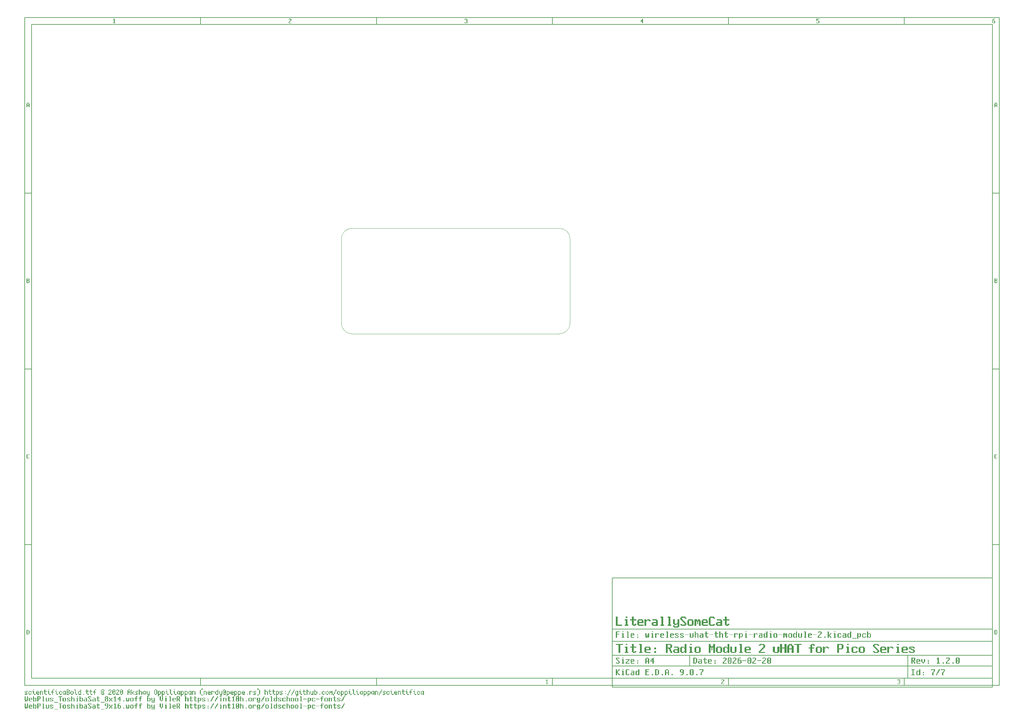
<source format=gm1>
G04 #@! TF.GenerationSoftware,KiCad,Pcbnew,9.0.7*
G04 #@! TF.CreationDate,2026-02-20T19:56:03-06:00*
G04 #@! TF.ProjectId,wireless-uhat-tht-rpi-radio-module-2,77697265-6c65-4737-932d-756861742d74,1.2.0*
G04 #@! TF.SameCoordinates,Original*
G04 #@! TF.FileFunction,Profile,NP*
%FSLAX46Y46*%
G04 Gerber Fmt 4.6, Leading zero omitted, Abs format (unit mm)*
G04 Created by KiCad (PCBNEW 9.0.7) date 2026-02-20 19:56:03*
%MOMM*%
%LPD*%
G01*
G04 APERTURE LIST*
%ADD10C,0.100000*%
%ADD11C,0.150000*%
G04 #@! TA.AperFunction,Profile*
%ADD12C,0.100000*%
G04 #@! TD*
G04 APERTURE END LIST*
D10*
D11*
X177000000Y-169500000D02*
X285002000Y-169500000D01*
X285002000Y-200507000D01*
X177000000Y-200507000D01*
X177000000Y-169500000D01*
D10*
D11*
X10000000Y-10000000D02*
X287002200Y-10000000D01*
X287002200Y-200007200D01*
X10000000Y-200007200D01*
X10000000Y-10000000D01*
D10*
D11*
X12000000Y-12000000D02*
X285002200Y-12000000D01*
X285002200Y-198007200D01*
X12000000Y-198007200D01*
X12000000Y-12000000D01*
D10*
D11*
X60000000Y-12000000D02*
X60000000Y-10000000D01*
D10*
D11*
X110000000Y-12000000D02*
X110000000Y-10000000D01*
D10*
D11*
X160000000Y-12000000D02*
X160000000Y-10000000D01*
D10*
D11*
X210000000Y-12000000D02*
X210000000Y-10000000D01*
D10*
D11*
X260000000Y-12000000D02*
X260000000Y-10000000D01*
D10*
G36*
X35111765Y-11641500D02*
G01*
X35111765Y-11527829D01*
X35340376Y-11527829D01*
X35340376Y-10732135D01*
X35111765Y-10732135D01*
X35111765Y-10618464D01*
X35226071Y-10618464D01*
X35226071Y-10505111D01*
X35340376Y-10505111D01*
X35340376Y-10391758D01*
X35567876Y-10391758D01*
X35567876Y-11527829D01*
X35792519Y-11527829D01*
X35792519Y-11641500D01*
X35111765Y-11641500D01*
G37*
G36*
X85000000Y-11641500D02*
G01*
X85000000Y-11300488D01*
X85112876Y-11300488D01*
X85112876Y-11186817D01*
X85228611Y-11186817D01*
X85228611Y-11072511D01*
X85341488Y-11072511D01*
X85341488Y-10960746D01*
X85456111Y-10960746D01*
X85456111Y-10843900D01*
X85570099Y-10843900D01*
X85570099Y-10505428D01*
X85227500Y-10505428D01*
X85227500Y-10617194D01*
X85000000Y-10617194D01*
X85000000Y-10503523D01*
X85112876Y-10503523D01*
X85112876Y-10391758D01*
X85680753Y-10391758D01*
X85680753Y-10503523D01*
X85798710Y-10503523D01*
X85798710Y-10843900D01*
X85680753Y-10843900D01*
X85680753Y-10960746D01*
X85570099Y-10960746D01*
X85570099Y-11072511D01*
X85456111Y-11072511D01*
X85456111Y-11186817D01*
X85340376Y-11186817D01*
X85340376Y-11300488D01*
X85227500Y-11300488D01*
X85227500Y-11527829D01*
X85798710Y-11527829D01*
X85798710Y-11641500D01*
X85000000Y-11641500D01*
G37*
G36*
X135000000Y-11526559D02*
G01*
X135000000Y-11412888D01*
X135227500Y-11412888D01*
X135227500Y-11527829D01*
X135568988Y-11527829D01*
X135568988Y-10957571D01*
X135227500Y-10957571D01*
X135227500Y-10847075D01*
X135568988Y-10847075D01*
X135568988Y-10505428D01*
X135227500Y-10505428D01*
X135227500Y-10617194D01*
X135000000Y-10617194D01*
X135000000Y-10503523D01*
X135111765Y-10503523D01*
X135111765Y-10391758D01*
X135680753Y-10391758D01*
X135680753Y-10503523D01*
X135796488Y-10503523D01*
X135796488Y-10843900D01*
X135680753Y-10843900D01*
X135680753Y-10957571D01*
X135796488Y-10957571D01*
X135796488Y-11526559D01*
X135680753Y-11526559D01*
X135680753Y-11641500D01*
X135111765Y-11641500D01*
X135111765Y-11526559D01*
X135000000Y-11526559D01*
G37*
G36*
X185680753Y-11072511D02*
G01*
X185795059Y-11072511D01*
X185795059Y-11186182D01*
X185680753Y-11186182D01*
X185680753Y-11641500D01*
X185453253Y-11641500D01*
X185453253Y-11186182D01*
X185000000Y-11186182D01*
X185000000Y-10960746D01*
X185112876Y-10960746D01*
X185227500Y-10960746D01*
X185227500Y-11072511D01*
X185453253Y-11072511D01*
X185453253Y-10845805D01*
X185340376Y-10845805D01*
X185340376Y-10960746D01*
X185227500Y-10960746D01*
X185112876Y-10960746D01*
X185112876Y-10845805D01*
X185227500Y-10845805D01*
X185227500Y-10732135D01*
X185340376Y-10732135D01*
X185340376Y-10620369D01*
X185453253Y-10620369D01*
X185453253Y-10503523D01*
X185568988Y-10503523D01*
X185568988Y-10391758D01*
X185680753Y-10391758D01*
X185680753Y-11072511D01*
G37*
G36*
X235000000Y-11526559D02*
G01*
X235000000Y-11412888D01*
X235227500Y-11412888D01*
X235227500Y-11527829D01*
X235568988Y-11527829D01*
X235568988Y-10957571D01*
X235000000Y-10957571D01*
X235000000Y-10391758D01*
X235796488Y-10391758D01*
X235796488Y-10505428D01*
X235227500Y-10505428D01*
X235227500Y-10847075D01*
X235680753Y-10847075D01*
X235680753Y-10957571D01*
X235796488Y-10957571D01*
X235796488Y-11526559D01*
X235680753Y-11526559D01*
X235680753Y-11641500D01*
X235111765Y-11641500D01*
X235111765Y-11526559D01*
X235000000Y-11526559D01*
G37*
G36*
X285685833Y-10505428D02*
G01*
X285340376Y-10505428D01*
X285340376Y-10618464D01*
X285227500Y-10618464D01*
X285227500Y-10847075D01*
X285685833Y-10847075D01*
X285685833Y-10960746D01*
X285796488Y-10960746D01*
X285796488Y-11527829D01*
X285685833Y-11527829D01*
X285685833Y-11641500D01*
X285112876Y-11641500D01*
X285112876Y-11527829D01*
X285227500Y-11527829D01*
X285568988Y-11527829D01*
X285568988Y-10960746D01*
X285227500Y-10960746D01*
X285227500Y-11527829D01*
X285112876Y-11527829D01*
X285000000Y-11527829D01*
X285000000Y-10618464D01*
X285112876Y-10618464D01*
X285112876Y-10505428D01*
X285228611Y-10505428D01*
X285228611Y-10391758D01*
X285685833Y-10391758D01*
X285685833Y-10505428D01*
G37*
D11*
X60000000Y-198007200D02*
X60000000Y-200007200D01*
D10*
D11*
X110000000Y-198007200D02*
X110000000Y-200007200D01*
D10*
D11*
X160000000Y-198007200D02*
X160000000Y-200007200D01*
D10*
D11*
X210000000Y-198007200D02*
X210000000Y-200007200D01*
D10*
D11*
X260000000Y-198007200D02*
X260000000Y-200007200D01*
D10*
G36*
X158111765Y-199622500D02*
G01*
X158111765Y-199508829D01*
X158340376Y-199508829D01*
X158340376Y-198713135D01*
X158111765Y-198713135D01*
X158111765Y-198599464D01*
X158226071Y-198599464D01*
X158226071Y-198486111D01*
X158340376Y-198486111D01*
X158340376Y-198372758D01*
X158567876Y-198372758D01*
X158567876Y-199508829D01*
X158792519Y-199508829D01*
X158792519Y-199622500D01*
X158111765Y-199622500D01*
G37*
G36*
X208000000Y-199622500D02*
G01*
X208000000Y-199281488D01*
X208112876Y-199281488D01*
X208112876Y-199167817D01*
X208228611Y-199167817D01*
X208228611Y-199053511D01*
X208341488Y-199053511D01*
X208341488Y-198941746D01*
X208456111Y-198941746D01*
X208456111Y-198824900D01*
X208570099Y-198824900D01*
X208570099Y-198486428D01*
X208227500Y-198486428D01*
X208227500Y-198598194D01*
X208000000Y-198598194D01*
X208000000Y-198484523D01*
X208112876Y-198484523D01*
X208112876Y-198372758D01*
X208680753Y-198372758D01*
X208680753Y-198484523D01*
X208798710Y-198484523D01*
X208798710Y-198824900D01*
X208680753Y-198824900D01*
X208680753Y-198941746D01*
X208570099Y-198941746D01*
X208570099Y-199053511D01*
X208456111Y-199053511D01*
X208456111Y-199167817D01*
X208340376Y-199167817D01*
X208340376Y-199281488D01*
X208227500Y-199281488D01*
X208227500Y-199508829D01*
X208798710Y-199508829D01*
X208798710Y-199622500D01*
X208000000Y-199622500D01*
G37*
G36*
X258000000Y-199507559D02*
G01*
X258000000Y-199393888D01*
X258227500Y-199393888D01*
X258227500Y-199508829D01*
X258568988Y-199508829D01*
X258568988Y-198938571D01*
X258227500Y-198938571D01*
X258227500Y-198828075D01*
X258568988Y-198828075D01*
X258568988Y-198486428D01*
X258227500Y-198486428D01*
X258227500Y-198598194D01*
X258000000Y-198598194D01*
X258000000Y-198484523D01*
X258111765Y-198484523D01*
X258111765Y-198372758D01*
X258680753Y-198372758D01*
X258680753Y-198484523D01*
X258796488Y-198484523D01*
X258796488Y-198824900D01*
X258680753Y-198824900D01*
X258680753Y-198938571D01*
X258796488Y-198938571D01*
X258796488Y-199507559D01*
X258680753Y-199507559D01*
X258680753Y-199622500D01*
X258111765Y-199622500D01*
X258111765Y-199507559D01*
X258000000Y-199507559D01*
G37*
D11*
X10000000Y-60000000D02*
X12000000Y-60000000D01*
D10*
D11*
X10000000Y-110000000D02*
X12000000Y-110000000D01*
D10*
D11*
X10000000Y-160000000D02*
X12000000Y-160000000D01*
D10*
G36*
X11133153Y-34403428D02*
G01*
X11244918Y-34403428D01*
X11244918Y-34518369D01*
X11360653Y-34518369D01*
X11360653Y-35539500D01*
X11133153Y-35539500D01*
X11133153Y-35084182D01*
X10791665Y-35084182D01*
X10791665Y-35539500D01*
X10564165Y-35539500D01*
X10564165Y-34518369D01*
X10677041Y-34518369D01*
X10791665Y-34518369D01*
X10791665Y-34970511D01*
X11133153Y-34970511D01*
X11133153Y-34518369D01*
X11017418Y-34518369D01*
X11017418Y-34403428D01*
X10904541Y-34403428D01*
X10904541Y-34518369D01*
X10791665Y-34518369D01*
X10677041Y-34518369D01*
X10677041Y-34403428D01*
X10792776Y-34403428D01*
X10792776Y-34289758D01*
X11133153Y-34289758D01*
X11133153Y-34403428D01*
G37*
G36*
X11246903Y-84401523D02*
G01*
X11360653Y-84401523D01*
X11360653Y-84741900D01*
X11246903Y-84741900D01*
X11246903Y-84858746D01*
X11360653Y-84858746D01*
X11360653Y-85425829D01*
X11246903Y-85425829D01*
X11246903Y-85539500D01*
X10564165Y-85539500D01*
X10564165Y-85425829D01*
X10791665Y-85425829D01*
X11133153Y-85425829D01*
X11133153Y-84858746D01*
X10791665Y-84858746D01*
X10791665Y-85425829D01*
X10564165Y-85425829D01*
X10564165Y-84745075D01*
X10791665Y-84745075D01*
X11133153Y-84745075D01*
X11133153Y-84403428D01*
X10791665Y-84403428D01*
X10791665Y-84745075D01*
X10564165Y-84745075D01*
X10564165Y-84289758D01*
X11246903Y-84289758D01*
X11246903Y-84401523D01*
G37*
G36*
X10564165Y-135424559D02*
G01*
X10564165Y-134401523D01*
X10675930Y-134401523D01*
X10675930Y-134289758D01*
X11244918Y-134289758D01*
X11244918Y-134401523D01*
X11360653Y-134401523D01*
X11360653Y-134515194D01*
X11133153Y-134515194D01*
X11133153Y-134403428D01*
X10791665Y-134403428D01*
X10791665Y-135425829D01*
X11133153Y-135425829D01*
X11133153Y-135310888D01*
X11360653Y-135310888D01*
X11360653Y-135424559D01*
X11244918Y-135424559D01*
X11244918Y-135539500D01*
X10675930Y-135539500D01*
X10675930Y-135424559D01*
X10564165Y-135424559D01*
G37*
G36*
X11133153Y-184401523D02*
G01*
X11244918Y-184401523D01*
X11244918Y-184513289D01*
X11360653Y-184513289D01*
X11360653Y-185310888D01*
X11244918Y-185310888D01*
X11244918Y-185422654D01*
X11133153Y-185422654D01*
X11133153Y-185539500D01*
X10564165Y-185539500D01*
X10564165Y-185425829D01*
X10791665Y-185425829D01*
X11017418Y-185425829D01*
X11017418Y-185310888D01*
X11133153Y-185310888D01*
X11133153Y-184513289D01*
X11017418Y-184513289D01*
X11017418Y-184403428D01*
X10791665Y-184403428D01*
X10791665Y-185425829D01*
X10564165Y-185425829D01*
X10564165Y-184289758D01*
X11133153Y-184289758D01*
X11133153Y-184401523D01*
G37*
D11*
X287002200Y-60000000D02*
X285002200Y-60000000D01*
D10*
D11*
X287002200Y-110000000D02*
X285002200Y-110000000D01*
D10*
D11*
X287002200Y-160000000D02*
X285002200Y-160000000D01*
D10*
G36*
X286166506Y-34403428D02*
G01*
X286278271Y-34403428D01*
X286278271Y-34518369D01*
X286394006Y-34518369D01*
X286394006Y-35539500D01*
X286166506Y-35539500D01*
X286166506Y-35084182D01*
X285825018Y-35084182D01*
X285825018Y-35539500D01*
X285597518Y-35539500D01*
X285597518Y-34518369D01*
X285710394Y-34518369D01*
X285825018Y-34518369D01*
X285825018Y-34970511D01*
X286166506Y-34970511D01*
X286166506Y-34518369D01*
X286050771Y-34518369D01*
X286050771Y-34403428D01*
X285937894Y-34403428D01*
X285937894Y-34518369D01*
X285825018Y-34518369D01*
X285710394Y-34518369D01*
X285710394Y-34403428D01*
X285826129Y-34403428D01*
X285826129Y-34289758D01*
X286166506Y-34289758D01*
X286166506Y-34403428D01*
G37*
G36*
X286280256Y-84401523D02*
G01*
X286394006Y-84401523D01*
X286394006Y-84741900D01*
X286280256Y-84741900D01*
X286280256Y-84858746D01*
X286394006Y-84858746D01*
X286394006Y-85425829D01*
X286280256Y-85425829D01*
X286280256Y-85539500D01*
X285597518Y-85539500D01*
X285597518Y-85425829D01*
X285825018Y-85425829D01*
X286166506Y-85425829D01*
X286166506Y-84858746D01*
X285825018Y-84858746D01*
X285825018Y-85425829D01*
X285597518Y-85425829D01*
X285597518Y-84745075D01*
X285825018Y-84745075D01*
X286166506Y-84745075D01*
X286166506Y-84403428D01*
X285825018Y-84403428D01*
X285825018Y-84745075D01*
X285597518Y-84745075D01*
X285597518Y-84289758D01*
X286280256Y-84289758D01*
X286280256Y-84401523D01*
G37*
G36*
X285597518Y-135424559D02*
G01*
X285597518Y-134401523D01*
X285709283Y-134401523D01*
X285709283Y-134289758D01*
X286278271Y-134289758D01*
X286278271Y-134401523D01*
X286394006Y-134401523D01*
X286394006Y-134515194D01*
X286166506Y-134515194D01*
X286166506Y-134403428D01*
X285825018Y-134403428D01*
X285825018Y-135425829D01*
X286166506Y-135425829D01*
X286166506Y-135310888D01*
X286394006Y-135310888D01*
X286394006Y-135424559D01*
X286278271Y-135424559D01*
X286278271Y-135539500D01*
X285709283Y-135539500D01*
X285709283Y-135424559D01*
X285597518Y-135424559D01*
G37*
G36*
X286166506Y-184401523D02*
G01*
X286278271Y-184401523D01*
X286278271Y-184513289D01*
X286394006Y-184513289D01*
X286394006Y-185310888D01*
X286278271Y-185310888D01*
X286278271Y-185422654D01*
X286166506Y-185422654D01*
X286166506Y-185539500D01*
X285597518Y-185539500D01*
X285597518Y-185425829D01*
X285825018Y-185425829D01*
X286050771Y-185425829D01*
X286050771Y-185310888D01*
X286166506Y-185310888D01*
X286166506Y-184513289D01*
X286050771Y-184513289D01*
X286050771Y-184403428D01*
X285825018Y-184403428D01*
X285825018Y-185425829D01*
X285597518Y-185425829D01*
X285597518Y-184289758D01*
X286166506Y-184289758D01*
X286166506Y-184401523D01*
G37*
G36*
X200780400Y-192288669D02*
G01*
X200933261Y-192288669D01*
X200933261Y-192441530D01*
X201091550Y-192441530D01*
X201091550Y-193532401D01*
X200933261Y-193532401D01*
X200933261Y-193685261D01*
X200780400Y-193685261D01*
X200780400Y-193845071D01*
X200002200Y-193845071D01*
X200002200Y-193689604D01*
X200313350Y-193689604D01*
X200622111Y-193689604D01*
X200622111Y-193532401D01*
X200780400Y-193532401D01*
X200780400Y-192441530D01*
X200622111Y-192441530D01*
X200622111Y-192291275D01*
X200313350Y-192291275D01*
X200313350Y-193689604D01*
X200002200Y-193689604D01*
X200002200Y-192135808D01*
X200780400Y-192135808D01*
X200780400Y-192288669D01*
G37*
G36*
X202333327Y-192756805D02*
G01*
X202491617Y-192756805D01*
X202491617Y-193845071D01*
X201555127Y-193845071D01*
X201555127Y-193689604D01*
X201713416Y-193689604D01*
X202180467Y-193689604D01*
X202180467Y-193222336D01*
X201713416Y-193222336D01*
X201713416Y-193689604D01*
X201555127Y-193689604D01*
X201402266Y-193689604D01*
X201402266Y-193226679D01*
X201555127Y-193226679D01*
X201555127Y-193066870D01*
X202180467Y-193066870D01*
X202180467Y-192756805D01*
X201555127Y-192756805D01*
X201555127Y-192601339D01*
X202333327Y-192601339D01*
X202333327Y-192756805D01*
G37*
G36*
X202802332Y-192756805D02*
G01*
X202802332Y-192601339D01*
X203115002Y-192601339D01*
X203115002Y-192135808D01*
X203426152Y-192135808D01*
X203426152Y-192601339D01*
X203891683Y-192601339D01*
X203891683Y-192756805D01*
X203426152Y-192756805D01*
X203426152Y-193689604D01*
X203580533Y-193689604D01*
X203580533Y-193536743D01*
X203891683Y-193536743D01*
X203891683Y-193692210D01*
X203733394Y-193692210D01*
X203733394Y-193845071D01*
X203267863Y-193845071D01*
X203267863Y-193692210D01*
X203115002Y-193692210D01*
X203115002Y-192756805D01*
X202802332Y-192756805D01*
G37*
G36*
X205133460Y-192754200D02*
G01*
X205291750Y-192754200D01*
X205291750Y-193222336D01*
X204513549Y-193222336D01*
X204513549Y-193689604D01*
X205291750Y-193689604D01*
X205291750Y-193845071D01*
X204355260Y-193845071D01*
X204355260Y-193685261D01*
X204202399Y-193685261D01*
X204202399Y-193066870D01*
X204513549Y-193066870D01*
X204980600Y-193066870D01*
X204980600Y-192756805D01*
X204513549Y-192756805D01*
X204513549Y-193066870D01*
X204202399Y-193066870D01*
X204202399Y-192754200D01*
X204355260Y-192754200D01*
X204355260Y-192601339D01*
X205133460Y-192601339D01*
X205133460Y-192754200D01*
G37*
G36*
X206379146Y-193532401D02*
G01*
X206379146Y-193845071D01*
X206067996Y-193845071D01*
X206067996Y-193532401D01*
X206379146Y-193532401D01*
G37*
G36*
X206379146Y-193226679D02*
G01*
X206067996Y-193226679D01*
X206067996Y-192914009D01*
X206379146Y-192914009D01*
X206379146Y-193226679D01*
G37*
G36*
X208402598Y-193845071D02*
G01*
X208402598Y-193378671D01*
X208556979Y-193378671D01*
X208556979Y-193223205D01*
X208715268Y-193223205D01*
X208715268Y-193066870D01*
X208869649Y-193066870D01*
X208869649Y-192914009D01*
X209026418Y-192914009D01*
X209026418Y-192754200D01*
X209182319Y-192754200D01*
X209182319Y-192291275D01*
X208713748Y-192291275D01*
X208713748Y-192444136D01*
X208402598Y-192444136D01*
X208402598Y-192288669D01*
X208556979Y-192288669D01*
X208556979Y-192135808D01*
X209333660Y-192135808D01*
X209333660Y-192288669D01*
X209494989Y-192288669D01*
X209494989Y-192754200D01*
X209333660Y-192754200D01*
X209333660Y-192914009D01*
X209182319Y-192914009D01*
X209182319Y-193066870D01*
X209026418Y-193066870D01*
X209026418Y-193223205D01*
X208868129Y-193223205D01*
X208868129Y-193378671D01*
X208713748Y-193378671D01*
X208713748Y-193689604D01*
X209494989Y-193689604D01*
X209494989Y-193845071D01*
X208402598Y-193845071D01*
G37*
G36*
X210421056Y-193219731D02*
G01*
X210268195Y-193219731D01*
X210268195Y-192754200D01*
X210421056Y-192754200D01*
X210421056Y-193219731D01*
G37*
G36*
X210733726Y-192288669D02*
G01*
X210892015Y-192288669D01*
X210892015Y-193685261D01*
X210733726Y-193685261D01*
X210733726Y-193845071D01*
X209955525Y-193845071D01*
X209955525Y-193689604D01*
X210113815Y-193689604D01*
X210580865Y-193689604D01*
X210580865Y-192291275D01*
X210113815Y-192291275D01*
X210113815Y-193689604D01*
X209955525Y-193689604D01*
X209955525Y-193685261D01*
X209802665Y-193685261D01*
X209802665Y-192288669D01*
X209955525Y-192288669D01*
X209955525Y-192135808D01*
X210733726Y-192135808D01*
X210733726Y-192288669D01*
G37*
G36*
X211202731Y-193845071D02*
G01*
X211202731Y-193378671D01*
X211357112Y-193378671D01*
X211357112Y-193223205D01*
X211515401Y-193223205D01*
X211515401Y-193066870D01*
X211669782Y-193066870D01*
X211669782Y-192914009D01*
X211826551Y-192914009D01*
X211826551Y-192754200D01*
X211982452Y-192754200D01*
X211982452Y-192291275D01*
X211513881Y-192291275D01*
X211513881Y-192444136D01*
X211202731Y-192444136D01*
X211202731Y-192288669D01*
X211357112Y-192288669D01*
X211357112Y-192135808D01*
X212133793Y-192135808D01*
X212133793Y-192288669D01*
X212295122Y-192288669D01*
X212295122Y-192754200D01*
X212133793Y-192754200D01*
X212133793Y-192914009D01*
X211982452Y-192914009D01*
X211982452Y-193066870D01*
X211826551Y-193066870D01*
X211826551Y-193223205D01*
X211668262Y-193223205D01*
X211668262Y-193378671D01*
X211513881Y-193378671D01*
X211513881Y-193689604D01*
X212295122Y-193689604D01*
X212295122Y-193845071D01*
X211202731Y-193845071D01*
G37*
G36*
X213540807Y-192291275D02*
G01*
X213068328Y-192291275D01*
X213068328Y-192445873D01*
X212913947Y-192445873D01*
X212913947Y-192758543D01*
X213540807Y-192758543D01*
X213540807Y-192914009D01*
X213692148Y-192914009D01*
X213692148Y-193689604D01*
X213540807Y-193689604D01*
X213540807Y-193845071D01*
X212757178Y-193845071D01*
X212757178Y-193689604D01*
X212913947Y-193689604D01*
X213380998Y-193689604D01*
X213380998Y-192914009D01*
X212913947Y-192914009D01*
X212913947Y-193689604D01*
X212757178Y-193689604D01*
X212602797Y-193689604D01*
X212602797Y-192445873D01*
X212757178Y-192445873D01*
X212757178Y-192291275D01*
X212915467Y-192291275D01*
X212915467Y-192135808D01*
X213540807Y-192135808D01*
X213540807Y-192291275D01*
G37*
G36*
X214002864Y-193066870D02*
G01*
X214002864Y-192911403D01*
X215093734Y-192911403D01*
X215093734Y-193066870D01*
X214002864Y-193066870D01*
G37*
G36*
X216021322Y-193219731D02*
G01*
X215868461Y-193219731D01*
X215868461Y-192754200D01*
X216021322Y-192754200D01*
X216021322Y-193219731D01*
G37*
G36*
X216333992Y-192288669D02*
G01*
X216492281Y-192288669D01*
X216492281Y-193685261D01*
X216333992Y-193685261D01*
X216333992Y-193845071D01*
X215555791Y-193845071D01*
X215555791Y-193689604D01*
X215714080Y-193689604D01*
X216181131Y-193689604D01*
X216181131Y-192291275D01*
X215714080Y-192291275D01*
X215714080Y-193689604D01*
X215555791Y-193689604D01*
X215555791Y-193685261D01*
X215402930Y-193685261D01*
X215402930Y-192288669D01*
X215555791Y-192288669D01*
X215555791Y-192135808D01*
X216333992Y-192135808D01*
X216333992Y-192288669D01*
G37*
G36*
X216802997Y-193845071D02*
G01*
X216802997Y-193378671D01*
X216957377Y-193378671D01*
X216957377Y-193223205D01*
X217115667Y-193223205D01*
X217115667Y-193066870D01*
X217270047Y-193066870D01*
X217270047Y-192914009D01*
X217426817Y-192914009D01*
X217426817Y-192754200D01*
X217582717Y-192754200D01*
X217582717Y-192291275D01*
X217114147Y-192291275D01*
X217114147Y-192444136D01*
X216802997Y-192444136D01*
X216802997Y-192288669D01*
X216957377Y-192288669D01*
X216957377Y-192135808D01*
X217734058Y-192135808D01*
X217734058Y-192288669D01*
X217895387Y-192288669D01*
X217895387Y-192754200D01*
X217734058Y-192754200D01*
X217734058Y-192914009D01*
X217582717Y-192914009D01*
X217582717Y-193066870D01*
X217426817Y-193066870D01*
X217426817Y-193223205D01*
X217268527Y-193223205D01*
X217268527Y-193378671D01*
X217114147Y-193378671D01*
X217114147Y-193689604D01*
X217895387Y-193689604D01*
X217895387Y-193845071D01*
X216802997Y-193845071D01*
G37*
G36*
X218203063Y-193066870D02*
G01*
X218203063Y-192911403D01*
X219293934Y-192911403D01*
X219293934Y-193066870D01*
X218203063Y-193066870D01*
G37*
G36*
X219603130Y-193845071D02*
G01*
X219603130Y-193378671D01*
X219757510Y-193378671D01*
X219757510Y-193223205D01*
X219915800Y-193223205D01*
X219915800Y-193066870D01*
X220070180Y-193066870D01*
X220070180Y-192914009D01*
X220226950Y-192914009D01*
X220226950Y-192754200D01*
X220382850Y-192754200D01*
X220382850Y-192291275D01*
X219914280Y-192291275D01*
X219914280Y-192444136D01*
X219603130Y-192444136D01*
X219603130Y-192288669D01*
X219757510Y-192288669D01*
X219757510Y-192135808D01*
X220534191Y-192135808D01*
X220534191Y-192288669D01*
X220695520Y-192288669D01*
X220695520Y-192754200D01*
X220534191Y-192754200D01*
X220534191Y-192914009D01*
X220382850Y-192914009D01*
X220382850Y-193066870D01*
X220226950Y-193066870D01*
X220226950Y-193223205D01*
X220068660Y-193223205D01*
X220068660Y-193378671D01*
X219914280Y-193378671D01*
X219914280Y-193689604D01*
X220695520Y-193689604D01*
X220695520Y-193845071D01*
X219603130Y-193845071D01*
G37*
G36*
X221621588Y-193219731D02*
G01*
X221468727Y-193219731D01*
X221468727Y-192754200D01*
X221621588Y-192754200D01*
X221621588Y-193219731D01*
G37*
G36*
X221934258Y-192288669D02*
G01*
X222092547Y-192288669D01*
X222092547Y-193685261D01*
X221934258Y-193685261D01*
X221934258Y-193845071D01*
X221156057Y-193845071D01*
X221156057Y-193689604D01*
X221314346Y-193689604D01*
X221781397Y-193689604D01*
X221781397Y-192291275D01*
X221314346Y-192291275D01*
X221314346Y-193689604D01*
X221156057Y-193689604D01*
X221156057Y-193685261D01*
X221003196Y-193685261D01*
X221003196Y-192288669D01*
X221156057Y-192288669D01*
X221156057Y-192135808D01*
X221934258Y-192135808D01*
X221934258Y-192288669D01*
G37*
D11*
X177002200Y-194507200D02*
X285002200Y-194507200D01*
D10*
G36*
X178002200Y-197144871D02*
G01*
X178002200Y-195435608D01*
X178313350Y-195435608D01*
X178313350Y-196054000D01*
X178469250Y-196054000D01*
X178469250Y-195901139D01*
X178624500Y-195901139D01*
X178624500Y-195748278D01*
X178780400Y-195748278D01*
X178780400Y-195435608D01*
X179091550Y-195435608D01*
X179091550Y-195748278D01*
X178933261Y-195748278D01*
X178933261Y-195901139D01*
X178780400Y-195901139D01*
X178780400Y-196054000D01*
X178624500Y-196054000D01*
X178624500Y-196213809D01*
X178469250Y-196213809D01*
X178469250Y-196366670D01*
X178624500Y-196366670D01*
X178624500Y-196519531D01*
X178780400Y-196519531D01*
X178780400Y-196678471D01*
X178933261Y-196678471D01*
X178933261Y-196832201D01*
X179091550Y-196832201D01*
X179091550Y-197144871D01*
X178780400Y-197144871D01*
X178780400Y-196832201D01*
X178624500Y-196832201D01*
X178624500Y-196678471D01*
X178469250Y-196678471D01*
X178469250Y-196519531D01*
X178313350Y-196519531D01*
X178313350Y-197144871D01*
X178002200Y-197144871D01*
G37*
G36*
X179714936Y-197144871D02*
G01*
X179714936Y-196989404D01*
X179869317Y-196989404D01*
X179869317Y-196056605D01*
X179714936Y-196056605D01*
X179714936Y-195901139D01*
X180180467Y-195901139D01*
X180180467Y-196989404D01*
X180340276Y-196989404D01*
X180340276Y-197144871D01*
X179714936Y-197144871D01*
G37*
G36*
X179869317Y-195435608D02*
G01*
X180180467Y-195435608D01*
X180180467Y-195591075D01*
X179869317Y-195591075D01*
X179869317Y-195435608D01*
G37*
G36*
X180802332Y-196987667D02*
G01*
X180802332Y-195588469D01*
X180955193Y-195588469D01*
X180955193Y-195435608D01*
X181733394Y-195435608D01*
X181733394Y-195588469D01*
X181891683Y-195588469D01*
X181891683Y-195743936D01*
X181580533Y-195743936D01*
X181580533Y-195591075D01*
X181113482Y-195591075D01*
X181113482Y-196989404D01*
X181580533Y-196989404D01*
X181580533Y-196832201D01*
X181891683Y-196832201D01*
X181891683Y-196987667D01*
X181733394Y-196987667D01*
X181733394Y-197144871D01*
X180955193Y-197144871D01*
X180955193Y-196987667D01*
X180802332Y-196987667D01*
G37*
G36*
X183133460Y-196056605D02*
G01*
X183291750Y-196056605D01*
X183291750Y-197144871D01*
X182355260Y-197144871D01*
X182355260Y-196989404D01*
X182513549Y-196989404D01*
X182980600Y-196989404D01*
X182980600Y-196522136D01*
X182513549Y-196522136D01*
X182513549Y-196989404D01*
X182355260Y-196989404D01*
X182202399Y-196989404D01*
X182202399Y-196526479D01*
X182355260Y-196526479D01*
X182355260Y-196366670D01*
X182980600Y-196366670D01*
X182980600Y-196056605D01*
X182355260Y-196056605D01*
X182355260Y-195901139D01*
X183133460Y-195901139D01*
X183133460Y-196056605D01*
G37*
G36*
X183602465Y-196987667D02*
G01*
X183602465Y-196058343D01*
X183755326Y-196058343D01*
X183755326Y-195901139D01*
X184220857Y-195901139D01*
X184220857Y-196056605D01*
X183913615Y-196056605D01*
X183913615Y-196989404D01*
X184220857Y-196989404D01*
X184220857Y-197144871D01*
X183755326Y-197144871D01*
X183755326Y-196987667D01*
X183602465Y-196987667D01*
G37*
G36*
X184220857Y-196987667D02*
G01*
X184220857Y-196832201D01*
X184380666Y-196832201D01*
X184380666Y-196213809D01*
X184220857Y-196213809D01*
X184220857Y-196058343D01*
X184380666Y-196058343D01*
X184380666Y-195435608D01*
X184691816Y-195435608D01*
X184691816Y-197144871D01*
X184380666Y-197144871D01*
X184380666Y-196987667D01*
X184220857Y-196987667D01*
G37*
G36*
X186402598Y-197144871D02*
G01*
X186402598Y-195435608D01*
X187489995Y-195435608D01*
X187489995Y-195591075D01*
X186713748Y-195591075D01*
X186713748Y-196058343D01*
X187337134Y-196058343D01*
X187337134Y-196213809D01*
X186713748Y-196213809D01*
X186713748Y-196989404D01*
X187489995Y-196989404D01*
X187489995Y-197144871D01*
X186402598Y-197144871D01*
G37*
G36*
X188579345Y-196832201D02*
G01*
X188579345Y-197144871D01*
X188268195Y-197144871D01*
X188268195Y-196832201D01*
X188579345Y-196832201D01*
G37*
G36*
X189980932Y-195588469D02*
G01*
X190133793Y-195588469D01*
X190133793Y-195741330D01*
X190292082Y-195741330D01*
X190292082Y-196832201D01*
X190133793Y-196832201D01*
X190133793Y-196985061D01*
X189980932Y-196985061D01*
X189980932Y-197144871D01*
X189202731Y-197144871D01*
X189202731Y-196989404D01*
X189513881Y-196989404D01*
X189822643Y-196989404D01*
X189822643Y-196832201D01*
X189980932Y-196832201D01*
X189980932Y-195741330D01*
X189822643Y-195741330D01*
X189822643Y-195591075D01*
X189513881Y-195591075D01*
X189513881Y-196989404D01*
X189202731Y-196989404D01*
X189202731Y-195435608D01*
X189980932Y-195435608D01*
X189980932Y-195588469D01*
G37*
G36*
X191379478Y-196832201D02*
G01*
X191379478Y-197144871D01*
X191068328Y-197144871D01*
X191068328Y-196832201D01*
X191379478Y-196832201D01*
G37*
G36*
X192781065Y-195591075D02*
G01*
X192933925Y-195591075D01*
X192933925Y-195748278D01*
X193092215Y-195748278D01*
X193092215Y-197144871D01*
X192781065Y-197144871D01*
X192781065Y-196522136D01*
X192314014Y-196522136D01*
X192314014Y-197144871D01*
X192002864Y-197144871D01*
X192002864Y-195748278D01*
X192157245Y-195748278D01*
X192314014Y-195748278D01*
X192314014Y-196366670D01*
X192781065Y-196366670D01*
X192781065Y-195748278D01*
X192622775Y-195748278D01*
X192622775Y-195591075D01*
X192468395Y-195591075D01*
X192468395Y-195748278D01*
X192314014Y-195748278D01*
X192157245Y-195748278D01*
X192157245Y-195591075D01*
X192315534Y-195591075D01*
X192315534Y-195435608D01*
X192781065Y-195435608D01*
X192781065Y-195591075D01*
G37*
G36*
X194179611Y-196832201D02*
G01*
X194179611Y-197144871D01*
X193868461Y-197144871D01*
X193868461Y-196832201D01*
X194179611Y-196832201D01*
G37*
G36*
X197134125Y-195588469D02*
G01*
X197292414Y-195588469D01*
X197292414Y-196832201D01*
X197134125Y-196832201D01*
X197134125Y-196989404D01*
X196981264Y-196989404D01*
X196981264Y-197144871D01*
X196355924Y-197144871D01*
X196355924Y-196989404D01*
X196822975Y-196989404D01*
X196822975Y-196832201D01*
X196981264Y-196832201D01*
X196981264Y-196366670D01*
X196355924Y-196366670D01*
X196355924Y-196211203D01*
X196514213Y-196211203D01*
X196981264Y-196211203D01*
X196981264Y-195591075D01*
X196514213Y-195591075D01*
X196514213Y-196211203D01*
X196355924Y-196211203D01*
X196203063Y-196211203D01*
X196203063Y-195588469D01*
X196355924Y-195588469D01*
X196355924Y-195435608D01*
X197134125Y-195435608D01*
X197134125Y-195588469D01*
G37*
G36*
X198379810Y-196832201D02*
G01*
X198379810Y-197144871D01*
X198068660Y-197144871D01*
X198068660Y-196832201D01*
X198379810Y-196832201D01*
G37*
G36*
X199621588Y-196519531D02*
G01*
X199468727Y-196519531D01*
X199468727Y-196054000D01*
X199621588Y-196054000D01*
X199621588Y-196519531D01*
G37*
G36*
X199934258Y-195588469D02*
G01*
X200092547Y-195588469D01*
X200092547Y-196985061D01*
X199934258Y-196985061D01*
X199934258Y-197144871D01*
X199156057Y-197144871D01*
X199156057Y-196989404D01*
X199314346Y-196989404D01*
X199781397Y-196989404D01*
X199781397Y-195591075D01*
X199314346Y-195591075D01*
X199314346Y-196989404D01*
X199156057Y-196989404D01*
X199156057Y-196985061D01*
X199003196Y-196985061D01*
X199003196Y-195588469D01*
X199156057Y-195588469D01*
X199156057Y-195435608D01*
X199934258Y-195435608D01*
X199934258Y-195588469D01*
G37*
G36*
X201179943Y-196832201D02*
G01*
X201179943Y-197144871D01*
X200868793Y-197144871D01*
X200868793Y-196832201D01*
X201179943Y-196832201D01*
G37*
G36*
X201803329Y-195745347D02*
G01*
X201803329Y-195435608D01*
X202892680Y-195435608D01*
X202892680Y-196054000D01*
X202734390Y-196054000D01*
X202734390Y-196210335D01*
X202581530Y-196210335D01*
X202581530Y-196366670D01*
X202427149Y-196366670D01*
X202427149Y-197144871D01*
X202115999Y-197144871D01*
X202115999Y-196366670D01*
X202270380Y-196366670D01*
X202270380Y-196210335D01*
X202427149Y-196210335D01*
X202427149Y-196054000D01*
X202581530Y-196054000D01*
X202581530Y-195591075D01*
X202114479Y-195591075D01*
X202114479Y-195745347D01*
X201803329Y-195745347D01*
G37*
D11*
X177002200Y-191507200D02*
X285002200Y-191507200D01*
D10*
G36*
X262940009Y-192281521D02*
G01*
X263098298Y-192281521D01*
X263098298Y-192911203D01*
X262940009Y-192911203D01*
X262940009Y-193066670D01*
X262787148Y-193066670D01*
X262787148Y-193214862D01*
X262940009Y-193214862D01*
X262940009Y-193525252D01*
X263098298Y-193525252D01*
X263098298Y-193844871D01*
X262780200Y-193844871D01*
X262780200Y-193532201D01*
X262621911Y-193532201D01*
X262621911Y-193221811D01*
X262469050Y-193221811D01*
X262469050Y-193066670D01*
X262320098Y-193066670D01*
X262320098Y-193844871D01*
X262002000Y-193844871D01*
X262002000Y-192904255D01*
X262320098Y-192904255D01*
X262780200Y-192904255D01*
X262780200Y-192291075D01*
X262320098Y-192291075D01*
X262320098Y-192904255D01*
X262002000Y-192904255D01*
X262002000Y-192128660D01*
X262940009Y-192128660D01*
X262940009Y-192281521D01*
G37*
G36*
X264340076Y-192747052D02*
G01*
X264498365Y-192747052D01*
X264498365Y-193222136D01*
X263720164Y-193222136D01*
X263720164Y-193682456D01*
X264498365Y-193682456D01*
X264498365Y-193844871D01*
X263554927Y-193844871D01*
X263554927Y-193685061D01*
X263402066Y-193685061D01*
X263402066Y-193059722D01*
X263720164Y-193059722D01*
X264180267Y-193059722D01*
X264180267Y-192756605D01*
X263720164Y-192756605D01*
X263720164Y-193059722D01*
X263402066Y-193059722D01*
X263402066Y-192747052D01*
X263554927Y-192747052D01*
X263554927Y-192594191D01*
X264340076Y-192594191D01*
X264340076Y-192747052D01*
G37*
G36*
X264802132Y-193379340D02*
G01*
X264802132Y-192594191D01*
X265120231Y-192594191D01*
X265120231Y-193372392D01*
X265274611Y-193372392D01*
X265274611Y-193525252D01*
X265422044Y-193525252D01*
X265422044Y-193372392D01*
X265578813Y-193372392D01*
X265578813Y-192594191D01*
X265895391Y-192594191D01*
X265895391Y-193379340D01*
X265740142Y-193379340D01*
X265740142Y-193532201D01*
X265585761Y-193532201D01*
X265585761Y-193692010D01*
X265427472Y-193692010D01*
X265427472Y-193844871D01*
X265267663Y-193844871D01*
X265267663Y-193692010D01*
X265114802Y-193692010D01*
X265114802Y-193532201D01*
X264956513Y-193532201D01*
X264956513Y-193379340D01*
X264802132Y-193379340D01*
G37*
G36*
X266985828Y-193525252D02*
G01*
X266985828Y-193844871D01*
X266667730Y-193844871D01*
X266667730Y-193525252D01*
X266985828Y-193525252D01*
G37*
G36*
X266985828Y-193226479D02*
G01*
X266667730Y-193226479D01*
X266667730Y-192906861D01*
X266985828Y-192906861D01*
X266985828Y-193226479D01*
G37*
G36*
X269155193Y-193844871D02*
G01*
X269155193Y-193682456D01*
X269467862Y-193682456D01*
X269467862Y-192601139D01*
X269155193Y-192601139D01*
X269155193Y-192438724D01*
X269311527Y-192438724D01*
X269311527Y-192283692D01*
X269467862Y-192283692D01*
X269467862Y-192128660D01*
X269785961Y-192128660D01*
X269785961Y-193682456D01*
X270093202Y-193682456D01*
X270093202Y-193844871D01*
X269155193Y-193844871D01*
G37*
G36*
X271186027Y-193525252D02*
G01*
X271186027Y-193844871D01*
X270867929Y-193844871D01*
X270867929Y-193525252D01*
X271186027Y-193525252D01*
G37*
G36*
X271802465Y-193844871D02*
G01*
X271802465Y-193371523D01*
X271956845Y-193371523D01*
X271956845Y-193216057D01*
X272115134Y-193216057D01*
X272115134Y-193059722D01*
X272269515Y-193059722D01*
X272269515Y-192906861D01*
X272426284Y-192906861D01*
X272426284Y-192747052D01*
X272582185Y-192747052D01*
X272582185Y-192291075D01*
X272120563Y-192291075D01*
X272120563Y-192443936D01*
X271802465Y-192443936D01*
X271802465Y-192281521D01*
X271956845Y-192281521D01*
X271956845Y-192128660D01*
X272740474Y-192128660D01*
X272740474Y-192281521D01*
X272901803Y-192281521D01*
X272901803Y-192754000D01*
X272740474Y-192754000D01*
X272740474Y-192913809D01*
X272589133Y-192913809D01*
X272589133Y-193066670D01*
X272433233Y-193066670D01*
X272433233Y-193223005D01*
X272274944Y-193223005D01*
X272274944Y-193378471D01*
X272120563Y-193378471D01*
X272120563Y-193682456D01*
X272901803Y-193682456D01*
X272901803Y-193844871D01*
X271802465Y-193844871D01*
G37*
G36*
X273986160Y-193525252D02*
G01*
X273986160Y-193844871D01*
X273668062Y-193844871D01*
X273668062Y-193525252D01*
X273986160Y-193525252D01*
G37*
G36*
X275227937Y-193219531D02*
G01*
X275068128Y-193219531D01*
X275068128Y-192747052D01*
X275227937Y-192747052D01*
X275227937Y-193219531D01*
G37*
G36*
X275540607Y-192281521D02*
G01*
X275698896Y-192281521D01*
X275698896Y-193685061D01*
X275540607Y-193685061D01*
X275540607Y-193844871D01*
X274755458Y-193844871D01*
X274755458Y-193685061D01*
X274602597Y-193685061D01*
X274602597Y-193682456D01*
X274920696Y-193682456D01*
X275380798Y-193682456D01*
X275380798Y-192291075D01*
X274920696Y-192291075D01*
X274920696Y-193682456D01*
X274602597Y-193682456D01*
X274602597Y-192281521D01*
X274755458Y-192281521D01*
X274755458Y-192128660D01*
X275540607Y-192128660D01*
X275540607Y-192281521D01*
G37*
G36*
X178002200Y-193687867D02*
G01*
X178002200Y-193532401D01*
X178313350Y-193532401D01*
X178313350Y-193689604D01*
X178781920Y-193689604D01*
X178781920Y-193222336D01*
X178626019Y-193222336D01*
X178626019Y-193066870D01*
X178469250Y-193066870D01*
X178469250Y-192914009D01*
X178314869Y-192914009D01*
X178314869Y-192754200D01*
X178156580Y-192754200D01*
X178156580Y-192601339D01*
X178002200Y-192601339D01*
X178002200Y-192288669D01*
X178156580Y-192288669D01*
X178156580Y-192135808D01*
X178933261Y-192135808D01*
X178933261Y-192288669D01*
X179094590Y-192288669D01*
X179094590Y-192444136D01*
X178781920Y-192444136D01*
X178781920Y-192291275D01*
X178313350Y-192291275D01*
X178313350Y-192601339D01*
X178467730Y-192601339D01*
X178467730Y-192754200D01*
X178626019Y-192754200D01*
X178626019Y-192914009D01*
X178781920Y-192914009D01*
X178781920Y-193066870D01*
X178933261Y-193066870D01*
X178933261Y-193222336D01*
X179094590Y-193222336D01*
X179094590Y-193687867D01*
X178933261Y-193687867D01*
X178933261Y-193845071D01*
X178156580Y-193845071D01*
X178156580Y-193687867D01*
X178002200Y-193687867D01*
G37*
G36*
X179714936Y-193845071D02*
G01*
X179714936Y-193689604D01*
X179869317Y-193689604D01*
X179869317Y-192756805D01*
X179714936Y-192756805D01*
X179714936Y-192601339D01*
X180180467Y-192601339D01*
X180180467Y-193689604D01*
X180340276Y-193689604D01*
X180340276Y-193845071D01*
X179714936Y-193845071D01*
G37*
G36*
X179869317Y-192135808D02*
G01*
X180180467Y-192135808D01*
X180180467Y-192291275D01*
X179869317Y-192291275D01*
X179869317Y-192135808D01*
G37*
G36*
X180802332Y-193532401D02*
G01*
X180956713Y-193532401D01*
X180956713Y-193378671D01*
X181115002Y-193378671D01*
X181115002Y-193219731D01*
X181269383Y-193219731D01*
X181269383Y-193066870D01*
X181426152Y-193066870D01*
X181426152Y-192914009D01*
X181582053Y-192914009D01*
X181582053Y-192756805D01*
X180802332Y-192756805D01*
X180802332Y-192601339D01*
X181894723Y-192601339D01*
X181894723Y-192914009D01*
X181733394Y-192914009D01*
X181733394Y-193066870D01*
X181582053Y-193066870D01*
X181582053Y-193219731D01*
X181426152Y-193219731D01*
X181426152Y-193378671D01*
X181267863Y-193378671D01*
X181267863Y-193532401D01*
X181113482Y-193532401D01*
X181113482Y-193689604D01*
X181894723Y-193689604D01*
X181894723Y-193845071D01*
X180802332Y-193845071D01*
X180802332Y-193532401D01*
G37*
G36*
X183133460Y-192754200D02*
G01*
X183291750Y-192754200D01*
X183291750Y-193222336D01*
X182513549Y-193222336D01*
X182513549Y-193689604D01*
X183291750Y-193689604D01*
X183291750Y-193845071D01*
X182355260Y-193845071D01*
X182355260Y-193685261D01*
X182202399Y-193685261D01*
X182202399Y-193066870D01*
X182513549Y-193066870D01*
X182980600Y-193066870D01*
X182980600Y-192756805D01*
X182513549Y-192756805D01*
X182513549Y-193066870D01*
X182202399Y-193066870D01*
X182202399Y-192754200D01*
X182355260Y-192754200D01*
X182355260Y-192601339D01*
X183133460Y-192601339D01*
X183133460Y-192754200D01*
G37*
G36*
X184379146Y-193532401D02*
G01*
X184379146Y-193845071D01*
X184067996Y-193845071D01*
X184067996Y-193532401D01*
X184379146Y-193532401D01*
G37*
G36*
X184379146Y-193226679D02*
G01*
X184067996Y-193226679D01*
X184067996Y-192914009D01*
X184379146Y-192914009D01*
X184379146Y-193226679D01*
G37*
G36*
X187180799Y-192291275D02*
G01*
X187333660Y-192291275D01*
X187333660Y-192448478D01*
X187491949Y-192448478D01*
X187491949Y-193845071D01*
X187180799Y-193845071D01*
X187180799Y-193222336D01*
X186713748Y-193222336D01*
X186713748Y-193845071D01*
X186402598Y-193845071D01*
X186402598Y-192448478D01*
X186556979Y-192448478D01*
X186713748Y-192448478D01*
X186713748Y-193066870D01*
X187180799Y-193066870D01*
X187180799Y-192448478D01*
X187022510Y-192448478D01*
X187022510Y-192291275D01*
X186868129Y-192291275D01*
X186868129Y-192448478D01*
X186713748Y-192448478D01*
X186556979Y-192448478D01*
X186556979Y-192291275D01*
X186715268Y-192291275D01*
X186715268Y-192135808D01*
X187180799Y-192135808D01*
X187180799Y-192291275D01*
G37*
G36*
X188733726Y-193066870D02*
G01*
X188890061Y-193066870D01*
X188890061Y-193222336D01*
X188733726Y-193222336D01*
X188733726Y-193845071D01*
X188422576Y-193845071D01*
X188422576Y-193222336D01*
X187802665Y-193222336D01*
X187802665Y-192914009D01*
X187957045Y-192914009D01*
X188113815Y-192914009D01*
X188113815Y-193066870D01*
X188422576Y-193066870D01*
X188422576Y-192756805D01*
X188268195Y-192756805D01*
X188268195Y-192914009D01*
X188113815Y-192914009D01*
X187957045Y-192914009D01*
X187957045Y-192756805D01*
X188113815Y-192756805D01*
X188113815Y-192601339D01*
X188268195Y-192601339D01*
X188268195Y-192448478D01*
X188422576Y-192448478D01*
X188422576Y-192288669D01*
X188580865Y-192288669D01*
X188580865Y-192135808D01*
X188733726Y-192135808D01*
X188733726Y-193066870D01*
G37*
G36*
X262002000Y-197144871D02*
G01*
X262002000Y-196989404D01*
X262314669Y-196989404D01*
X262314669Y-195591075D01*
X262002000Y-195591075D01*
X262002000Y-195435608D01*
X262933061Y-195435608D01*
X262933061Y-195591075D01*
X262625819Y-195591075D01*
X262625819Y-196989404D01*
X262933061Y-196989404D01*
X262933061Y-197144871D01*
X262002000Y-197144871D01*
G37*
G36*
X263402066Y-196987667D02*
G01*
X263402066Y-196058343D01*
X263554927Y-196058343D01*
X263554927Y-195901139D01*
X264020458Y-195901139D01*
X264020458Y-196056605D01*
X263713216Y-196056605D01*
X263713216Y-196989404D01*
X264020458Y-196989404D01*
X264020458Y-197144871D01*
X263554927Y-197144871D01*
X263554927Y-196987667D01*
X263402066Y-196987667D01*
G37*
G36*
X264020458Y-196987667D02*
G01*
X264020458Y-196832201D01*
X264180267Y-196832201D01*
X264180267Y-196213809D01*
X264020458Y-196213809D01*
X264020458Y-196058343D01*
X264180267Y-196058343D01*
X264180267Y-195435608D01*
X264491417Y-195435608D01*
X264491417Y-197144871D01*
X264180267Y-197144871D01*
X264180267Y-196987667D01*
X264020458Y-196987667D01*
G37*
G36*
X265578813Y-196832201D02*
G01*
X265578813Y-197144871D01*
X265267663Y-197144871D01*
X265267663Y-196832201D01*
X265578813Y-196832201D01*
G37*
G36*
X265578813Y-196526479D02*
G01*
X265267663Y-196526479D01*
X265267663Y-196213809D01*
X265578813Y-196213809D01*
X265578813Y-196526479D01*
G37*
G36*
X267602265Y-195745347D02*
G01*
X267602265Y-195435608D01*
X268691616Y-195435608D01*
X268691616Y-196054000D01*
X268533327Y-196054000D01*
X268533327Y-196210335D01*
X268380466Y-196210335D01*
X268380466Y-196366670D01*
X268226085Y-196366670D01*
X268226085Y-197144871D01*
X267914935Y-197144871D01*
X267914935Y-196366670D01*
X268069316Y-196366670D01*
X268069316Y-196210335D01*
X268226085Y-196210335D01*
X268226085Y-196054000D01*
X268380466Y-196054000D01*
X268380466Y-195591075D01*
X267913415Y-195591075D01*
X267913415Y-195745347D01*
X267602265Y-195745347D01*
G37*
G36*
X269002332Y-196832201D02*
G01*
X269156712Y-196832201D01*
X269156712Y-196519531D01*
X269315002Y-196519531D01*
X269315002Y-196213809D01*
X269469382Y-196213809D01*
X269469382Y-196054000D01*
X269626152Y-196054000D01*
X269626152Y-195741330D01*
X269782052Y-195741330D01*
X269782052Y-195435608D01*
X270094722Y-195435608D01*
X270094722Y-195748278D01*
X269933393Y-195748278D01*
X269933393Y-196054000D01*
X269782052Y-196054000D01*
X269782052Y-196366670D01*
X269626152Y-196366670D01*
X269626152Y-196519531D01*
X269467862Y-196519531D01*
X269467862Y-196832201D01*
X269313482Y-196832201D01*
X269313482Y-197144871D01*
X269002332Y-197144871D01*
X269002332Y-196832201D01*
G37*
G36*
X270402398Y-195745347D02*
G01*
X270402398Y-195435608D01*
X271491749Y-195435608D01*
X271491749Y-196054000D01*
X271333460Y-196054000D01*
X271333460Y-196210335D01*
X271180599Y-196210335D01*
X271180599Y-196366670D01*
X271026218Y-196366670D01*
X271026218Y-197144871D01*
X270715068Y-197144871D01*
X270715068Y-196366670D01*
X270869449Y-196366670D01*
X270869449Y-196210335D01*
X271026218Y-196210335D01*
X271026218Y-196054000D01*
X271180599Y-196054000D01*
X271180599Y-195591075D01*
X270713548Y-195591075D01*
X270713548Y-195745347D01*
X270402398Y-195745347D01*
G37*
D11*
X177002200Y-187507200D02*
X285002200Y-187507200D01*
D10*
G36*
X178002200Y-188538125D02*
G01*
X178002200Y-188274310D01*
X180046962Y-188274310D01*
X180046962Y-188538125D01*
X179282657Y-188538125D01*
X179282657Y-190825300D01*
X178764798Y-190825300D01*
X178764798Y-188538125D01*
X178002200Y-188538125D01*
G37*
G36*
X180538300Y-190825300D02*
G01*
X180538300Y-190561484D01*
X180794671Y-190561484D01*
X180794671Y-189302429D01*
X180538300Y-189302429D01*
X180538300Y-189038614D01*
X181312530Y-189038614D01*
X181312530Y-190561484D01*
X181560681Y-190561484D01*
X181560681Y-190825300D01*
X180538300Y-190825300D01*
G37*
G36*
X180794671Y-188538125D02*
G01*
X180794671Y-188274310D01*
X181312530Y-188274310D01*
X181312530Y-188538125D01*
X180794671Y-188538125D01*
G37*
G36*
X182061945Y-189302429D02*
G01*
X182061945Y-189038614D01*
X182568173Y-189038614D01*
X182568173Y-188274310D01*
X183086033Y-188274310D01*
X183086033Y-189038614D01*
X183850337Y-189038614D01*
X183850337Y-189302429D01*
X183086033Y-189302429D01*
X183086033Y-190561484D01*
X183332477Y-190561484D01*
X183332477Y-190303407D01*
X183850337Y-190303407D01*
X183850337Y-190567223D01*
X183600480Y-190567223D01*
X183600480Y-190825300D01*
X182826250Y-190825300D01*
X182826250Y-190567223D01*
X182568173Y-190567223D01*
X182568173Y-189302429D01*
X182061945Y-189302429D01*
G37*
G36*
X185372276Y-190561484D02*
G01*
X185620427Y-190561484D01*
X185620427Y-190825300D01*
X184598046Y-190825300D01*
X184598046Y-190561484D01*
X184854417Y-190561484D01*
X184854417Y-188538125D01*
X184598046Y-188538125D01*
X184598046Y-188274310D01*
X185372276Y-188274310D01*
X185372276Y-190561484D01*
G37*
G36*
X187660226Y-189296691D02*
G01*
X187910083Y-189296691D01*
X187910083Y-190060995D01*
X186639551Y-190060995D01*
X186639551Y-190561484D01*
X187910083Y-190561484D01*
X187910083Y-190825300D01*
X186379768Y-190825300D01*
X186379768Y-190571410D01*
X186121691Y-190571410D01*
X186121691Y-189797180D01*
X186639551Y-189797180D01*
X187392223Y-189797180D01*
X187392223Y-189302429D01*
X186639551Y-189302429D01*
X186639551Y-189797180D01*
X186121691Y-189797180D01*
X186121691Y-189296691D01*
X186379768Y-189296691D01*
X186379768Y-189038614D01*
X187660226Y-189038614D01*
X187660226Y-189296691D01*
G37*
G36*
X189433728Y-190309146D02*
G01*
X189433728Y-190825300D01*
X188915869Y-190825300D01*
X188915869Y-190309146D01*
X189433728Y-190309146D01*
G37*
G36*
X189433728Y-189812845D02*
G01*
X188915869Y-189812845D01*
X188915869Y-189296691D01*
X189433728Y-189296691D01*
X189433728Y-189812845D01*
G37*
G36*
X193741625Y-188532387D02*
G01*
X193999702Y-188532387D01*
X193999702Y-189300879D01*
X193741625Y-189300879D01*
X193741625Y-189554768D01*
X193491768Y-189554768D01*
X193491768Y-189799662D01*
X193741625Y-189799662D01*
X193741625Y-190309146D01*
X193999702Y-190309146D01*
X193999702Y-190825300D01*
X193481842Y-190825300D01*
X193481842Y-190319072D01*
X193223765Y-190319072D01*
X193223765Y-189809588D01*
X192973909Y-189809588D01*
X192973909Y-189554768D01*
X192729170Y-189554768D01*
X192729170Y-190825300D01*
X192211310Y-190825300D01*
X192211310Y-189290953D01*
X192729170Y-189290953D01*
X193481842Y-189290953D01*
X193481842Y-188538125D01*
X192729170Y-188538125D01*
X192729170Y-189290953D01*
X192211310Y-189290953D01*
X192211310Y-188274310D01*
X193741625Y-188274310D01*
X193741625Y-188532387D01*
G37*
G36*
X195779718Y-189292503D02*
G01*
X196029575Y-189292503D01*
X196029575Y-190825300D01*
X194499260Y-190825300D01*
X194499260Y-190567223D01*
X194241183Y-190567223D01*
X194241183Y-190561484D01*
X194759043Y-190561484D01*
X195511715Y-190561484D01*
X195511715Y-190060995D01*
X194759043Y-190060995D01*
X194759043Y-190561484D01*
X194241183Y-190561484D01*
X194241183Y-190051069D01*
X194499260Y-190051069D01*
X194499260Y-189797180D01*
X195511715Y-189797180D01*
X195511715Y-189302429D01*
X194499260Y-189302429D01*
X194499260Y-189038614D01*
X195779718Y-189038614D01*
X195779718Y-189292503D01*
G37*
G36*
X196271056Y-190571410D02*
G01*
X196271056Y-189290953D01*
X196519207Y-189290953D01*
X196519207Y-189038614D01*
X197293437Y-189038614D01*
X197293437Y-189302429D01*
X196788916Y-189302429D01*
X196788916Y-190561484D01*
X197293437Y-190561484D01*
X197293437Y-190825300D01*
X196519207Y-190825300D01*
X196519207Y-190571410D01*
X196271056Y-190571410D01*
G37*
G36*
X197283511Y-190571410D02*
G01*
X197283511Y-190309146D01*
X197541588Y-190309146D01*
X197541588Y-189554768D01*
X197283511Y-189554768D01*
X197283511Y-189290953D01*
X197541588Y-189290953D01*
X197541588Y-188274310D01*
X198059448Y-188274310D01*
X198059448Y-190825300D01*
X197541588Y-190825300D01*
X197541588Y-190571410D01*
X197283511Y-190571410D01*
G37*
G36*
X198807157Y-190825300D02*
G01*
X198807157Y-190561484D01*
X199063528Y-190561484D01*
X199063528Y-189302429D01*
X198807157Y-189302429D01*
X198807157Y-189038614D01*
X199581387Y-189038614D01*
X199581387Y-190561484D01*
X199829538Y-190561484D01*
X199829538Y-190825300D01*
X198807157Y-190825300D01*
G37*
G36*
X199063528Y-188538125D02*
G01*
X199063528Y-188274310D01*
X199581387Y-188274310D01*
X199581387Y-188538125D01*
X199063528Y-188538125D01*
G37*
G36*
X201869337Y-189296691D02*
G01*
X202119194Y-189296691D01*
X202119194Y-190571410D01*
X201869337Y-190571410D01*
X201869337Y-190825300D01*
X200588879Y-190825300D01*
X200588879Y-190571410D01*
X200330802Y-190571410D01*
X200330802Y-190561484D01*
X200848662Y-190561484D01*
X201601334Y-190561484D01*
X201601334Y-189302429D01*
X200848662Y-189302429D01*
X200848662Y-190561484D01*
X200330802Y-190561484D01*
X200330802Y-189296691D01*
X200588879Y-189296691D01*
X200588879Y-189038614D01*
X201869337Y-189038614D01*
X201869337Y-189296691D01*
G37*
G36*
X204390548Y-190825300D02*
G01*
X204390548Y-188274310D01*
X204908408Y-188274310D01*
X204908408Y-188780537D01*
X205164779Y-188780537D01*
X205164779Y-189038614D01*
X205412929Y-189038614D01*
X205412929Y-188780537D01*
X205661080Y-188780537D01*
X205661080Y-188274310D01*
X206178940Y-188274310D01*
X206178940Y-190825300D01*
X205661080Y-190825300D01*
X205661080Y-189296691D01*
X205422855Y-189296691D01*
X205422855Y-190060995D01*
X205154853Y-190060995D01*
X205154853Y-189296691D01*
X204908408Y-189296691D01*
X204908408Y-190825300D01*
X204390548Y-190825300D01*
G37*
G36*
X207958956Y-189296691D02*
G01*
X208208813Y-189296691D01*
X208208813Y-190571410D01*
X207958956Y-190571410D01*
X207958956Y-190825300D01*
X206678498Y-190825300D01*
X206678498Y-190571410D01*
X206420421Y-190571410D01*
X206420421Y-190561484D01*
X206938281Y-190561484D01*
X207690953Y-190561484D01*
X207690953Y-189302429D01*
X206938281Y-189302429D01*
X206938281Y-190561484D01*
X206420421Y-190561484D01*
X206420421Y-189296691D01*
X206678498Y-189296691D01*
X206678498Y-189038614D01*
X207958956Y-189038614D01*
X207958956Y-189296691D01*
G37*
G36*
X208450294Y-190571410D02*
G01*
X208450294Y-189290953D01*
X208698445Y-189290953D01*
X208698445Y-189038614D01*
X209472675Y-189038614D01*
X209472675Y-189302429D01*
X208968154Y-189302429D01*
X208968154Y-190561484D01*
X209472675Y-190561484D01*
X209472675Y-190825300D01*
X208698445Y-190825300D01*
X208698445Y-190571410D01*
X208450294Y-190571410D01*
G37*
G36*
X209462749Y-190571410D02*
G01*
X209462749Y-190309146D01*
X209720826Y-190309146D01*
X209720826Y-189554768D01*
X209462749Y-189554768D01*
X209462749Y-189290953D01*
X209720826Y-189290953D01*
X209720826Y-188274310D01*
X210238686Y-188274310D01*
X210238686Y-190825300D01*
X209720826Y-190825300D01*
X209720826Y-190571410D01*
X209462749Y-190571410D01*
G37*
G36*
X210480167Y-190567223D02*
G01*
X210480167Y-189038614D01*
X210998027Y-189038614D01*
X210998027Y-190561484D01*
X211750699Y-190561484D01*
X211750699Y-189038614D01*
X212268559Y-189038614D01*
X212268559Y-190567223D01*
X212018702Y-190567223D01*
X212018702Y-190825300D01*
X210738244Y-190825300D01*
X210738244Y-190567223D01*
X210480167Y-190567223D01*
G37*
G36*
X213790498Y-190561484D02*
G01*
X214038649Y-190561484D01*
X214038649Y-190825300D01*
X213016268Y-190825300D01*
X213016268Y-190561484D01*
X213272639Y-190561484D01*
X213272639Y-188538125D01*
X213016268Y-188538125D01*
X213016268Y-188274310D01*
X213790498Y-188274310D01*
X213790498Y-190561484D01*
G37*
G36*
X216078448Y-189296691D02*
G01*
X216328305Y-189296691D01*
X216328305Y-190060995D01*
X215057773Y-190060995D01*
X215057773Y-190561484D01*
X216328305Y-190561484D01*
X216328305Y-190825300D01*
X214797990Y-190825300D01*
X214797990Y-190571410D01*
X214539913Y-190571410D01*
X214539913Y-189797180D01*
X215057773Y-189797180D01*
X215810445Y-189797180D01*
X215810445Y-189302429D01*
X215057773Y-189302429D01*
X215057773Y-189797180D01*
X214539913Y-189797180D01*
X214539913Y-189296691D01*
X214797990Y-189296691D01*
X214797990Y-189038614D01*
X216078448Y-189038614D01*
X216078448Y-189296691D01*
G37*
G36*
X218599659Y-190307750D02*
G01*
X218856030Y-190307750D01*
X218856030Y-190051069D01*
X219107593Y-190051069D01*
X219107593Y-189802918D01*
X219363964Y-189802918D01*
X219363964Y-189544842D01*
X219613820Y-189544842D01*
X219613820Y-189296691D01*
X219871897Y-189296691D01*
X219871897Y-188538125D01*
X219117519Y-188538125D01*
X219117519Y-188796202D01*
X218599659Y-188796202D01*
X218599659Y-188532387D01*
X218856030Y-188532387D01*
X218856030Y-188274310D01*
X220129974Y-188274310D01*
X220129974Y-188532387D01*
X220391463Y-188532387D01*
X220391463Y-189306617D01*
X220129974Y-189306617D01*
X220129974Y-189554768D01*
X219881823Y-189554768D01*
X219881823Y-189812845D01*
X219623746Y-189812845D01*
X219623746Y-190060995D01*
X219373890Y-190060995D01*
X219373890Y-190317676D01*
X219117519Y-190317676D01*
X219117519Y-190561484D01*
X220391463Y-190561484D01*
X220391463Y-190825300D01*
X218599659Y-190825300D01*
X218599659Y-190307750D01*
G37*
G36*
X222659405Y-190567223D02*
G01*
X222659405Y-189038614D01*
X223177265Y-189038614D01*
X223177265Y-190561484D01*
X223929937Y-190561484D01*
X223929937Y-189038614D01*
X224447797Y-189038614D01*
X224447797Y-190567223D01*
X224197940Y-190567223D01*
X224197940Y-190825300D01*
X222917482Y-190825300D01*
X222917482Y-190567223D01*
X222659405Y-190567223D01*
G37*
G36*
X224689278Y-190825300D02*
G01*
X224689278Y-188274310D01*
X225207138Y-188274310D01*
X225207138Y-189290953D01*
X225959810Y-189290953D01*
X225959810Y-188274310D01*
X226477670Y-188274310D01*
X226477670Y-190825300D01*
X225959810Y-190825300D01*
X225959810Y-189554768D01*
X225207138Y-189554768D01*
X225207138Y-190825300D01*
X224689278Y-190825300D01*
G37*
G36*
X227999609Y-188528199D02*
G01*
X228249466Y-188528199D01*
X228249466Y-188780537D01*
X228507543Y-188780537D01*
X228507543Y-190825300D01*
X227989683Y-190825300D01*
X227989683Y-189808657D01*
X227237011Y-189808657D01*
X227237011Y-190825300D01*
X226719151Y-190825300D01*
X226719151Y-188790463D01*
X227237011Y-188790463D01*
X227237011Y-189544842D01*
X227989683Y-189544842D01*
X227989683Y-188790463D01*
X227731606Y-188790463D01*
X227731606Y-188538125D01*
X227493382Y-188538125D01*
X227493382Y-188790463D01*
X227237011Y-188790463D01*
X226719151Y-188790463D01*
X226719151Y-188780537D01*
X226975522Y-188780537D01*
X226975522Y-188528199D01*
X227227085Y-188528199D01*
X227227085Y-188274310D01*
X227999609Y-188274310D01*
X227999609Y-188528199D01*
G37*
G36*
X228749024Y-188538125D02*
G01*
X228749024Y-188274310D01*
X230793786Y-188274310D01*
X230793786Y-188538125D01*
X230029482Y-188538125D01*
X230029482Y-190825300D01*
X229511623Y-190825300D01*
X229511623Y-188538125D01*
X228749024Y-188538125D01*
G37*
G36*
X232808770Y-189554768D02*
G01*
X232808770Y-189290953D01*
X233314998Y-189290953D01*
X233314998Y-188532387D01*
X233573075Y-188532387D01*
X233573075Y-188274310D01*
X234347305Y-188274310D01*
X234347305Y-188532387D01*
X234597162Y-188532387D01*
X234597162Y-188796202D01*
X234079302Y-188796202D01*
X234079302Y-188538125D01*
X233832857Y-188538125D01*
X233832857Y-189290953D01*
X234347305Y-189290953D01*
X234347305Y-189554768D01*
X233832857Y-189554768D01*
X233832857Y-190825300D01*
X233314998Y-190825300D01*
X233314998Y-189554768D01*
X232808770Y-189554768D01*
G37*
G36*
X236377178Y-189296691D02*
G01*
X236627035Y-189296691D01*
X236627035Y-190571410D01*
X236377178Y-190571410D01*
X236377178Y-190825300D01*
X235096720Y-190825300D01*
X235096720Y-190571410D01*
X234838643Y-190571410D01*
X234838643Y-190561484D01*
X235356503Y-190561484D01*
X236109175Y-190561484D01*
X236109175Y-189302429D01*
X235356503Y-189302429D01*
X235356503Y-190561484D01*
X234838643Y-190561484D01*
X234838643Y-189296691D01*
X235096720Y-189296691D01*
X235096720Y-189038614D01*
X236377178Y-189038614D01*
X236377178Y-189296691D01*
G37*
G36*
X236868516Y-190825300D02*
G01*
X236868516Y-189038614D01*
X237386376Y-189038614D01*
X237386376Y-189290953D01*
X237642747Y-189290953D01*
X237642747Y-189554768D01*
X237386376Y-189554768D01*
X237386376Y-190825300D01*
X236868516Y-190825300D01*
G37*
G36*
X237632821Y-189302429D02*
G01*
X237632821Y-189038614D01*
X238407051Y-189038614D01*
X238407051Y-189290953D01*
X238656908Y-189290953D01*
X238656908Y-189554768D01*
X238139048Y-189554768D01*
X238139048Y-189302429D01*
X237632821Y-189302429D01*
G37*
G36*
X242462609Y-188532387D02*
G01*
X242716654Y-188532387D01*
X242716654Y-189554768D01*
X242462609Y-189554768D01*
X242462609Y-189808657D01*
X241446122Y-189808657D01*
X241446122Y-190825300D01*
X240928262Y-190825300D01*
X240928262Y-189544842D01*
X241446122Y-189544842D01*
X242198794Y-189544842D01*
X242198794Y-188538125D01*
X241446122Y-188538125D01*
X241446122Y-189544842D01*
X240928262Y-189544842D01*
X240928262Y-188274310D01*
X242462609Y-188274310D01*
X242462609Y-188532387D01*
G37*
G36*
X243464363Y-190825300D02*
G01*
X243464363Y-190561484D01*
X243720734Y-190561484D01*
X243720734Y-189302429D01*
X243464363Y-189302429D01*
X243464363Y-189038614D01*
X244238593Y-189038614D01*
X244238593Y-190561484D01*
X244486744Y-190561484D01*
X244486744Y-190825300D01*
X243464363Y-190825300D01*
G37*
G36*
X243720734Y-188538125D02*
G01*
X243720734Y-188274310D01*
X244238593Y-188274310D01*
X244238593Y-188538125D01*
X243720734Y-188538125D01*
G37*
G36*
X244988008Y-190571410D02*
G01*
X244988008Y-189290953D01*
X245246085Y-189290953D01*
X245246085Y-189038614D01*
X246526543Y-189038614D01*
X246526543Y-189290953D01*
X246776400Y-189290953D01*
X246776400Y-189554768D01*
X246258540Y-189554768D01*
X246258540Y-189302429D01*
X245505868Y-189302429D01*
X245505868Y-190561484D01*
X246258540Y-190561484D01*
X246258540Y-190309146D01*
X246776400Y-190309146D01*
X246776400Y-190571410D01*
X246526543Y-190571410D01*
X246526543Y-190825300D01*
X245246085Y-190825300D01*
X245246085Y-190571410D01*
X244988008Y-190571410D01*
G37*
G36*
X248556416Y-189296691D02*
G01*
X248806273Y-189296691D01*
X248806273Y-190571410D01*
X248556416Y-190571410D01*
X248556416Y-190825300D01*
X247275958Y-190825300D01*
X247275958Y-190571410D01*
X247017881Y-190571410D01*
X247017881Y-190561484D01*
X247535741Y-190561484D01*
X248288413Y-190561484D01*
X248288413Y-189302429D01*
X247535741Y-189302429D01*
X247535741Y-190561484D01*
X247017881Y-190561484D01*
X247017881Y-189296691D01*
X247275958Y-189296691D01*
X247275958Y-189038614D01*
X248556416Y-189038614D01*
X248556416Y-189296691D01*
G37*
G36*
X251077627Y-190571410D02*
G01*
X251077627Y-190309146D01*
X251595487Y-190309146D01*
X251595487Y-190561484D01*
X252349865Y-190561484D01*
X252349865Y-190060995D01*
X252091788Y-190060995D01*
X252091788Y-189810053D01*
X251841932Y-189810053D01*
X251841932Y-189554768D01*
X251585561Y-189554768D01*
X251585561Y-189306617D01*
X251333998Y-189306617D01*
X251333998Y-189048540D01*
X251077627Y-189048540D01*
X251077627Y-188532387D01*
X251333998Y-188532387D01*
X251333998Y-188274310D01*
X252607942Y-188274310D01*
X252607942Y-188532387D01*
X252869431Y-188532387D01*
X252869431Y-188796202D01*
X252349865Y-188796202D01*
X252349865Y-188538125D01*
X251595487Y-188538125D01*
X251595487Y-189038614D01*
X251851858Y-189038614D01*
X251851858Y-189296691D01*
X252101714Y-189296691D01*
X252101714Y-189544842D01*
X252359791Y-189544842D01*
X252359791Y-189800127D01*
X252607942Y-189800127D01*
X252607942Y-190055257D01*
X252869431Y-190055257D01*
X252869431Y-190571410D01*
X252607942Y-190571410D01*
X252607942Y-190825300D01*
X251333998Y-190825300D01*
X251333998Y-190571410D01*
X251077627Y-190571410D01*
G37*
G36*
X254646035Y-189296691D02*
G01*
X254895892Y-189296691D01*
X254895892Y-190060995D01*
X253625360Y-190060995D01*
X253625360Y-190561484D01*
X254895892Y-190561484D01*
X254895892Y-190825300D01*
X253365577Y-190825300D01*
X253365577Y-190571410D01*
X253107500Y-190571410D01*
X253107500Y-189797180D01*
X253625360Y-189797180D01*
X254378032Y-189797180D01*
X254378032Y-189302429D01*
X253625360Y-189302429D01*
X253625360Y-189797180D01*
X253107500Y-189797180D01*
X253107500Y-189296691D01*
X253365577Y-189296691D01*
X253365577Y-189038614D01*
X254646035Y-189038614D01*
X254646035Y-189296691D01*
G37*
G36*
X255137373Y-190825300D02*
G01*
X255137373Y-189038614D01*
X255655233Y-189038614D01*
X255655233Y-189290953D01*
X255911604Y-189290953D01*
X255911604Y-189554768D01*
X255655233Y-189554768D01*
X255655233Y-190825300D01*
X255137373Y-190825300D01*
G37*
G36*
X255901678Y-189302429D02*
G01*
X255901678Y-189038614D01*
X256675908Y-189038614D01*
X256675908Y-189290953D01*
X256925765Y-189290953D01*
X256925765Y-189554768D01*
X256407905Y-189554768D01*
X256407905Y-189302429D01*
X255901678Y-189302429D01*
G37*
G36*
X257673474Y-190825300D02*
G01*
X257673474Y-190561484D01*
X257929844Y-190561484D01*
X257929844Y-189302429D01*
X257673474Y-189302429D01*
X257673474Y-189038614D01*
X258447704Y-189038614D01*
X258447704Y-190561484D01*
X258695855Y-190561484D01*
X258695855Y-190825300D01*
X257673474Y-190825300D01*
G37*
G36*
X257929844Y-188538125D02*
G01*
X257929844Y-188274310D01*
X258447704Y-188274310D01*
X258447704Y-188538125D01*
X257929844Y-188538125D01*
G37*
G36*
X260735654Y-189296691D02*
G01*
X260985511Y-189296691D01*
X260985511Y-190060995D01*
X259714979Y-190060995D01*
X259714979Y-190561484D01*
X260985511Y-190561484D01*
X260985511Y-190825300D01*
X259455196Y-190825300D01*
X259455196Y-190571410D01*
X259197119Y-190571410D01*
X259197119Y-189797180D01*
X259714979Y-189797180D01*
X260467651Y-189797180D01*
X260467651Y-189302429D01*
X259714979Y-189302429D01*
X259714979Y-189797180D01*
X259197119Y-189797180D01*
X259197119Y-189296691D01*
X259455196Y-189296691D01*
X259455196Y-189038614D01*
X260735654Y-189038614D01*
X260735654Y-189296691D01*
G37*
G36*
X261226992Y-190571410D02*
G01*
X261226992Y-190309146D01*
X261744852Y-190309146D01*
X261744852Y-190561484D01*
X262497524Y-190561484D01*
X262497524Y-190060995D01*
X261991296Y-190060995D01*
X261991296Y-189807106D01*
X261475143Y-189807106D01*
X261475143Y-189554768D01*
X261226992Y-189554768D01*
X261226992Y-189290953D01*
X261475143Y-189290953D01*
X261475143Y-189038614D01*
X262765527Y-189038614D01*
X262765527Y-189290953D01*
X263015384Y-189290953D01*
X263015384Y-189554768D01*
X262497524Y-189554768D01*
X262497524Y-189302429D01*
X261744852Y-189302429D01*
X261744852Y-189544842D01*
X262249373Y-189544842D01*
X262249373Y-189797180D01*
X262765527Y-189797180D01*
X262765527Y-190055257D01*
X263015384Y-190055257D01*
X263015384Y-190571410D01*
X262765527Y-190571410D01*
X262765527Y-190825300D01*
X261475143Y-190825300D01*
X261475143Y-190571410D01*
X261226992Y-190571410D01*
G37*
G36*
X178002200Y-186445071D02*
G01*
X178002200Y-184735808D01*
X179089596Y-184735808D01*
X179089596Y-184891275D01*
X178313350Y-184891275D01*
X178313350Y-185358543D01*
X178936735Y-185358543D01*
X178936735Y-185514009D01*
X178313350Y-185514009D01*
X178313350Y-186445071D01*
X178002200Y-186445071D01*
G37*
G36*
X179714936Y-186445071D02*
G01*
X179714936Y-186289604D01*
X179869317Y-186289604D01*
X179869317Y-185356805D01*
X179714936Y-185356805D01*
X179714936Y-185201339D01*
X180180467Y-185201339D01*
X180180467Y-186289604D01*
X180340276Y-186289604D01*
X180340276Y-186445071D01*
X179714936Y-186445071D01*
G37*
G36*
X179869317Y-184735808D02*
G01*
X180180467Y-184735808D01*
X180180467Y-184891275D01*
X179869317Y-184891275D01*
X179869317Y-184735808D01*
G37*
G36*
X181580533Y-184735808D02*
G01*
X181580533Y-186289604D01*
X181740342Y-186289604D01*
X181740342Y-186445071D01*
X181115002Y-186445071D01*
X181115002Y-186289604D01*
X181269383Y-186289604D01*
X181269383Y-184891275D01*
X181115002Y-184891275D01*
X181115002Y-184735808D01*
X181580533Y-184735808D01*
G37*
G36*
X183133460Y-185354200D02*
G01*
X183291750Y-185354200D01*
X183291750Y-185822336D01*
X182513549Y-185822336D01*
X182513549Y-186289604D01*
X183291750Y-186289604D01*
X183291750Y-186445071D01*
X182355260Y-186445071D01*
X182355260Y-186285261D01*
X182202399Y-186285261D01*
X182202399Y-185666870D01*
X182513549Y-185666870D01*
X182980600Y-185666870D01*
X182980600Y-185356805D01*
X182513549Y-185356805D01*
X182513549Y-185666870D01*
X182202399Y-185666870D01*
X182202399Y-185354200D01*
X182355260Y-185354200D01*
X182355260Y-185201339D01*
X183133460Y-185201339D01*
X183133460Y-185354200D01*
G37*
G36*
X184379146Y-186132401D02*
G01*
X184379146Y-186445071D01*
X184067996Y-186445071D01*
X184067996Y-186132401D01*
X184379146Y-186132401D01*
G37*
G36*
X184379146Y-185826679D02*
G01*
X184067996Y-185826679D01*
X184067996Y-185514009D01*
X184379146Y-185514009D01*
X184379146Y-185826679D01*
G37*
G36*
X186402598Y-186292210D02*
G01*
X186402598Y-185201339D01*
X186713748Y-185201339D01*
X186713748Y-186132401D01*
X186868129Y-186132401D01*
X186868129Y-185514009D01*
X187020990Y-185514009D01*
X187020990Y-186132401D01*
X187180799Y-186132401D01*
X187180799Y-185201339D01*
X187491949Y-185201339D01*
X187491949Y-186292210D01*
X187333660Y-186292210D01*
X187333660Y-186445071D01*
X187022510Y-186445071D01*
X187022510Y-186292210D01*
X186868129Y-186292210D01*
X186868129Y-186445071D01*
X186556979Y-186445071D01*
X186556979Y-186292210D01*
X186402598Y-186292210D01*
G37*
G36*
X188115334Y-186445071D02*
G01*
X188115334Y-186289604D01*
X188269715Y-186289604D01*
X188269715Y-185356805D01*
X188115334Y-185356805D01*
X188115334Y-185201339D01*
X188580865Y-185201339D01*
X188580865Y-186289604D01*
X188740674Y-186289604D01*
X188740674Y-186445071D01*
X188115334Y-186445071D01*
G37*
G36*
X188269715Y-184735808D02*
G01*
X188580865Y-184735808D01*
X188580865Y-184891275D01*
X188269715Y-184891275D01*
X188269715Y-184735808D01*
G37*
G36*
X189202731Y-186445071D02*
G01*
X189202731Y-185201339D01*
X189513881Y-185201339D01*
X189513881Y-185358543D01*
X189669456Y-185358543D01*
X189669456Y-185514009D01*
X189513881Y-185514009D01*
X189513881Y-186445071D01*
X189202731Y-186445071D01*
G37*
G36*
X189669456Y-185356805D02*
G01*
X189669456Y-185201339D01*
X190133793Y-185201339D01*
X190133793Y-185358543D01*
X190292082Y-185358543D01*
X190292082Y-185514009D01*
X189980932Y-185514009D01*
X189980932Y-185356805D01*
X189669456Y-185356805D01*
G37*
G36*
X191533859Y-185354200D02*
G01*
X191692148Y-185354200D01*
X191692148Y-185822336D01*
X190913947Y-185822336D01*
X190913947Y-186289604D01*
X191692148Y-186289604D01*
X191692148Y-186445071D01*
X190755658Y-186445071D01*
X190755658Y-186285261D01*
X190602797Y-186285261D01*
X190602797Y-185666870D01*
X190913947Y-185666870D01*
X191380998Y-185666870D01*
X191380998Y-185356805D01*
X190913947Y-185356805D01*
X190913947Y-185666870D01*
X190602797Y-185666870D01*
X190602797Y-185354200D01*
X190755658Y-185354200D01*
X190755658Y-185201339D01*
X191533859Y-185201339D01*
X191533859Y-185354200D01*
G37*
G36*
X192781065Y-184735808D02*
G01*
X192781065Y-186289604D01*
X192940874Y-186289604D01*
X192940874Y-186445071D01*
X192315534Y-186445071D01*
X192315534Y-186289604D01*
X192469915Y-186289604D01*
X192469915Y-184891275D01*
X192315534Y-184891275D01*
X192315534Y-184735808D01*
X192781065Y-184735808D01*
G37*
G36*
X194333992Y-185354200D02*
G01*
X194492281Y-185354200D01*
X194492281Y-185822336D01*
X193714080Y-185822336D01*
X193714080Y-186289604D01*
X194492281Y-186289604D01*
X194492281Y-186445071D01*
X193555791Y-186445071D01*
X193555791Y-186285261D01*
X193402930Y-186285261D01*
X193402930Y-185666870D01*
X193714080Y-185666870D01*
X194181131Y-185666870D01*
X194181131Y-185356805D01*
X193714080Y-185356805D01*
X193714080Y-185666870D01*
X193402930Y-185666870D01*
X193402930Y-185354200D01*
X193555791Y-185354200D01*
X193555791Y-185201339D01*
X194333992Y-185201339D01*
X194333992Y-185354200D01*
G37*
G36*
X194802997Y-186287867D02*
G01*
X194802997Y-186132401D01*
X195114147Y-186132401D01*
X195114147Y-186289604D01*
X195581197Y-186289604D01*
X195581197Y-185975197D01*
X195268527Y-185975197D01*
X195268527Y-185822336D01*
X194955858Y-185822336D01*
X194955858Y-185666870D01*
X194802997Y-185666870D01*
X194802997Y-185354200D01*
X194955858Y-185354200D01*
X194955858Y-185201339D01*
X195734058Y-185201339D01*
X195734058Y-185354200D01*
X195892347Y-185354200D01*
X195892347Y-185509666D01*
X195581197Y-185509666D01*
X195581197Y-185356805D01*
X195114147Y-185356805D01*
X195114147Y-185666870D01*
X195421388Y-185666870D01*
X195421388Y-185824073D01*
X195734058Y-185824073D01*
X195734058Y-185975197D01*
X195892347Y-185975197D01*
X195892347Y-186287867D01*
X195734058Y-186287867D01*
X195734058Y-186445071D01*
X194955858Y-186445071D01*
X194955858Y-186287867D01*
X194802997Y-186287867D01*
G37*
G36*
X196203063Y-186287867D02*
G01*
X196203063Y-186132401D01*
X196514213Y-186132401D01*
X196514213Y-186289604D01*
X196981264Y-186289604D01*
X196981264Y-185975197D01*
X196668594Y-185975197D01*
X196668594Y-185822336D01*
X196355924Y-185822336D01*
X196355924Y-185666870D01*
X196203063Y-185666870D01*
X196203063Y-185354200D01*
X196355924Y-185354200D01*
X196355924Y-185201339D01*
X197134125Y-185201339D01*
X197134125Y-185354200D01*
X197292414Y-185354200D01*
X197292414Y-185509666D01*
X196981264Y-185509666D01*
X196981264Y-185356805D01*
X196514213Y-185356805D01*
X196514213Y-185666870D01*
X196821455Y-185666870D01*
X196821455Y-185824073D01*
X197134125Y-185824073D01*
X197134125Y-185975197D01*
X197292414Y-185975197D01*
X197292414Y-186287867D01*
X197134125Y-186287867D01*
X197134125Y-186445071D01*
X196355924Y-186445071D01*
X196355924Y-186287867D01*
X196203063Y-186287867D01*
G37*
G36*
X197603130Y-185666870D02*
G01*
X197603130Y-185511403D01*
X198694000Y-185511403D01*
X198694000Y-185666870D01*
X197603130Y-185666870D01*
G37*
G36*
X199003196Y-186292210D02*
G01*
X199003196Y-185201339D01*
X199314346Y-185201339D01*
X199314346Y-186289604D01*
X199781397Y-186289604D01*
X199781397Y-185201339D01*
X200092547Y-185201339D01*
X200092547Y-186292210D01*
X199934258Y-186292210D01*
X199934258Y-186445071D01*
X199156057Y-186445071D01*
X199156057Y-186292210D01*
X199003196Y-186292210D01*
G37*
G36*
X200403262Y-186445071D02*
G01*
X200403262Y-184735808D01*
X200714412Y-184735808D01*
X200714412Y-185354200D01*
X200869987Y-185354200D01*
X200869987Y-185509666D01*
X200714412Y-185509666D01*
X200714412Y-186445071D01*
X200403262Y-186445071D01*
G37*
G36*
X200869987Y-185356805D02*
G01*
X200869987Y-185201339D01*
X201334324Y-185201339D01*
X201334324Y-185354200D01*
X201492613Y-185354200D01*
X201492613Y-186445071D01*
X201181463Y-186445071D01*
X201181463Y-185356805D01*
X200869987Y-185356805D01*
G37*
G36*
X202734390Y-185356805D02*
G01*
X202892680Y-185356805D01*
X202892680Y-186445071D01*
X201956190Y-186445071D01*
X201956190Y-186289604D01*
X202114479Y-186289604D01*
X202581530Y-186289604D01*
X202581530Y-185822336D01*
X202114479Y-185822336D01*
X202114479Y-186289604D01*
X201956190Y-186289604D01*
X201803329Y-186289604D01*
X201803329Y-185826679D01*
X201956190Y-185826679D01*
X201956190Y-185666870D01*
X202581530Y-185666870D01*
X202581530Y-185356805D01*
X201956190Y-185356805D01*
X201956190Y-185201339D01*
X202734390Y-185201339D01*
X202734390Y-185356805D01*
G37*
G36*
X203203395Y-185356805D02*
G01*
X203203395Y-185201339D01*
X203516065Y-185201339D01*
X203516065Y-184735808D01*
X203827215Y-184735808D01*
X203827215Y-185201339D01*
X204292746Y-185201339D01*
X204292746Y-185356805D01*
X203827215Y-185356805D01*
X203827215Y-186289604D01*
X203981596Y-186289604D01*
X203981596Y-186136743D01*
X204292746Y-186136743D01*
X204292746Y-186292210D01*
X204134457Y-186292210D01*
X204134457Y-186445071D01*
X203668926Y-186445071D01*
X203668926Y-186292210D01*
X203516065Y-186292210D01*
X203516065Y-185356805D01*
X203203395Y-185356805D01*
G37*
G36*
X204603462Y-185666870D02*
G01*
X204603462Y-185511403D01*
X205694332Y-185511403D01*
X205694332Y-185666870D01*
X204603462Y-185666870D01*
G37*
G36*
X206003528Y-185356805D02*
G01*
X206003528Y-185201339D01*
X206316198Y-185201339D01*
X206316198Y-184735808D01*
X206627348Y-184735808D01*
X206627348Y-185201339D01*
X207092879Y-185201339D01*
X207092879Y-185356805D01*
X206627348Y-185356805D01*
X206627348Y-186289604D01*
X206781729Y-186289604D01*
X206781729Y-186136743D01*
X207092879Y-186136743D01*
X207092879Y-186292210D01*
X206934590Y-186292210D01*
X206934590Y-186445071D01*
X206469059Y-186445071D01*
X206469059Y-186292210D01*
X206316198Y-186292210D01*
X206316198Y-185356805D01*
X206003528Y-185356805D01*
G37*
G36*
X207403595Y-186445071D02*
G01*
X207403595Y-184735808D01*
X207714745Y-184735808D01*
X207714745Y-185354200D01*
X207870320Y-185354200D01*
X207870320Y-185509666D01*
X207714745Y-185509666D01*
X207714745Y-186445071D01*
X207403595Y-186445071D01*
G37*
G36*
X207870320Y-185356805D02*
G01*
X207870320Y-185201339D01*
X208334656Y-185201339D01*
X208334656Y-185354200D01*
X208492945Y-185354200D01*
X208492945Y-186445071D01*
X208181795Y-186445071D01*
X208181795Y-185356805D01*
X207870320Y-185356805D01*
G37*
G36*
X208803661Y-185356805D02*
G01*
X208803661Y-185201339D01*
X209116331Y-185201339D01*
X209116331Y-184735808D01*
X209427481Y-184735808D01*
X209427481Y-185201339D01*
X209893012Y-185201339D01*
X209893012Y-185356805D01*
X209427481Y-185356805D01*
X209427481Y-186289604D01*
X209581862Y-186289604D01*
X209581862Y-186136743D01*
X209893012Y-186136743D01*
X209893012Y-186292210D01*
X209734723Y-186292210D01*
X209734723Y-186445071D01*
X209269192Y-186445071D01*
X209269192Y-186292210D01*
X209116331Y-186292210D01*
X209116331Y-185356805D01*
X208803661Y-185356805D01*
G37*
G36*
X210203727Y-185666870D02*
G01*
X210203727Y-185511403D01*
X211294598Y-185511403D01*
X211294598Y-185666870D01*
X210203727Y-185666870D01*
G37*
G36*
X211603794Y-186445071D02*
G01*
X211603794Y-185201339D01*
X211914944Y-185201339D01*
X211914944Y-185358543D01*
X212070519Y-185358543D01*
X212070519Y-185514009D01*
X211914944Y-185514009D01*
X211914944Y-186445071D01*
X211603794Y-186445071D01*
G37*
G36*
X212070519Y-185356805D02*
G01*
X212070519Y-185201339D01*
X212534855Y-185201339D01*
X212534855Y-185358543D01*
X212693145Y-185358543D01*
X212693145Y-185514009D01*
X212381995Y-185514009D01*
X212381995Y-185356805D01*
X212070519Y-185356805D01*
G37*
G36*
X213003860Y-186757740D02*
G01*
X213003860Y-185201339D01*
X213315010Y-185201339D01*
X213315010Y-185358543D01*
X213470585Y-185358543D01*
X213470585Y-185514009D01*
X213315010Y-185514009D01*
X213315010Y-185979540D01*
X213470585Y-185979540D01*
X213470585Y-186135006D01*
X213315010Y-186135006D01*
X213315010Y-186757740D01*
X213003860Y-186757740D01*
G37*
G36*
X213470585Y-186136743D02*
G01*
X213782061Y-186136743D01*
X213782061Y-185356805D01*
X213470585Y-185356805D01*
X213470585Y-185201339D01*
X213934922Y-185201339D01*
X213934922Y-185358543D01*
X214093211Y-185358543D01*
X214093211Y-186135006D01*
X213934922Y-186135006D01*
X213934922Y-186292210D01*
X213470585Y-186292210D01*
X213470585Y-186136743D01*
G37*
G36*
X214716597Y-186445071D02*
G01*
X214716597Y-186289604D01*
X214870977Y-186289604D01*
X214870977Y-185356805D01*
X214716597Y-185356805D01*
X214716597Y-185201339D01*
X215182127Y-185201339D01*
X215182127Y-186289604D01*
X215341937Y-186289604D01*
X215341937Y-186445071D01*
X214716597Y-186445071D01*
G37*
G36*
X214870977Y-184735808D02*
G01*
X215182127Y-184735808D01*
X215182127Y-184891275D01*
X214870977Y-184891275D01*
X214870977Y-184735808D01*
G37*
G36*
X215803993Y-185666870D02*
G01*
X215803993Y-185511403D01*
X216894864Y-185511403D01*
X216894864Y-185666870D01*
X215803993Y-185666870D01*
G37*
G36*
X217204060Y-186445071D02*
G01*
X217204060Y-185201339D01*
X217515210Y-185201339D01*
X217515210Y-185358543D01*
X217670785Y-185358543D01*
X217670785Y-185514009D01*
X217515210Y-185514009D01*
X217515210Y-186445071D01*
X217204060Y-186445071D01*
G37*
G36*
X217670785Y-185356805D02*
G01*
X217670785Y-185201339D01*
X218135121Y-185201339D01*
X218135121Y-185358543D01*
X218293410Y-185358543D01*
X218293410Y-185514009D01*
X217982260Y-185514009D01*
X217982260Y-185356805D01*
X217670785Y-185356805D01*
G37*
G36*
X219535188Y-185356805D02*
G01*
X219693477Y-185356805D01*
X219693477Y-186445071D01*
X218756987Y-186445071D01*
X218756987Y-186289604D01*
X218915276Y-186289604D01*
X219382327Y-186289604D01*
X219382327Y-185822336D01*
X218915276Y-185822336D01*
X218915276Y-186289604D01*
X218756987Y-186289604D01*
X218604126Y-186289604D01*
X218604126Y-185826679D01*
X218756987Y-185826679D01*
X218756987Y-185666870D01*
X219382327Y-185666870D01*
X219382327Y-185356805D01*
X218756987Y-185356805D01*
X218756987Y-185201339D01*
X219535188Y-185201339D01*
X219535188Y-185356805D01*
G37*
G36*
X220004193Y-186287867D02*
G01*
X220004193Y-185358543D01*
X220157053Y-185358543D01*
X220157053Y-185201339D01*
X220622584Y-185201339D01*
X220622584Y-185356805D01*
X220315343Y-185356805D01*
X220315343Y-186289604D01*
X220622584Y-186289604D01*
X220622584Y-186445071D01*
X220157053Y-186445071D01*
X220157053Y-186287867D01*
X220004193Y-186287867D01*
G37*
G36*
X220622584Y-186287867D02*
G01*
X220622584Y-186132401D01*
X220782393Y-186132401D01*
X220782393Y-185514009D01*
X220622584Y-185514009D01*
X220622584Y-185358543D01*
X220782393Y-185358543D01*
X220782393Y-184735808D01*
X221093543Y-184735808D01*
X221093543Y-186445071D01*
X220782393Y-186445071D01*
X220782393Y-186287867D01*
X220622584Y-186287867D01*
G37*
G36*
X221716929Y-186445071D02*
G01*
X221716929Y-186289604D01*
X221871310Y-186289604D01*
X221871310Y-185356805D01*
X221716929Y-185356805D01*
X221716929Y-185201339D01*
X222182460Y-185201339D01*
X222182460Y-186289604D01*
X222342269Y-186289604D01*
X222342269Y-186445071D01*
X221716929Y-186445071D01*
G37*
G36*
X221871310Y-184735808D02*
G01*
X222182460Y-184735808D01*
X222182460Y-184891275D01*
X221871310Y-184891275D01*
X221871310Y-184735808D01*
G37*
G36*
X223735387Y-185354200D02*
G01*
X223893676Y-185354200D01*
X223893676Y-186285261D01*
X223735387Y-186285261D01*
X223735387Y-186445071D01*
X222957186Y-186445071D01*
X222957186Y-186289604D01*
X223115475Y-186289604D01*
X223582526Y-186289604D01*
X223582526Y-185356805D01*
X223115475Y-185356805D01*
X223115475Y-186289604D01*
X222957186Y-186289604D01*
X222957186Y-186285261D01*
X222804325Y-186285261D01*
X222804325Y-185354200D01*
X222957186Y-185354200D01*
X222957186Y-185201339D01*
X223735387Y-185201339D01*
X223735387Y-185354200D01*
G37*
G36*
X224204392Y-185666870D02*
G01*
X224204392Y-185511403D01*
X225295262Y-185511403D01*
X225295262Y-185666870D01*
X224204392Y-185666870D01*
G37*
G36*
X225604458Y-186445071D02*
G01*
X225604458Y-185201339D01*
X226071183Y-185201339D01*
X226071183Y-185354200D01*
X226224370Y-185354200D01*
X226224370Y-185201339D01*
X226535520Y-185201339D01*
X226535520Y-185354200D01*
X226693809Y-185354200D01*
X226693809Y-186445071D01*
X226382659Y-186445071D01*
X226382659Y-185514009D01*
X226222850Y-185514009D01*
X226222850Y-186132401D01*
X226071183Y-186132401D01*
X226071183Y-185514009D01*
X225915608Y-185514009D01*
X225915608Y-186445071D01*
X225604458Y-186445071D01*
G37*
G36*
X227935586Y-185354200D02*
G01*
X228093875Y-185354200D01*
X228093875Y-186285261D01*
X227935586Y-186285261D01*
X227935586Y-186445071D01*
X227157386Y-186445071D01*
X227157386Y-186289604D01*
X227315675Y-186289604D01*
X227782725Y-186289604D01*
X227782725Y-185356805D01*
X227315675Y-185356805D01*
X227315675Y-186289604D01*
X227157386Y-186289604D01*
X227157386Y-186285261D01*
X227004525Y-186285261D01*
X227004525Y-185354200D01*
X227157386Y-185354200D01*
X227157386Y-185201339D01*
X227935586Y-185201339D01*
X227935586Y-185354200D01*
G37*
G36*
X228404591Y-186287867D02*
G01*
X228404591Y-185358543D01*
X228557452Y-185358543D01*
X228557452Y-185201339D01*
X229022983Y-185201339D01*
X229022983Y-185356805D01*
X228715741Y-185356805D01*
X228715741Y-186289604D01*
X229022983Y-186289604D01*
X229022983Y-186445071D01*
X228557452Y-186445071D01*
X228557452Y-186287867D01*
X228404591Y-186287867D01*
G37*
G36*
X229022983Y-186287867D02*
G01*
X229022983Y-186132401D01*
X229182792Y-186132401D01*
X229182792Y-185514009D01*
X229022983Y-185514009D01*
X229022983Y-185358543D01*
X229182792Y-185358543D01*
X229182792Y-184735808D01*
X229493942Y-184735808D01*
X229493942Y-186445071D01*
X229182792Y-186445071D01*
X229182792Y-186287867D01*
X229022983Y-186287867D01*
G37*
G36*
X229804658Y-186292210D02*
G01*
X229804658Y-185201339D01*
X230115808Y-185201339D01*
X230115808Y-186289604D01*
X230582858Y-186289604D01*
X230582858Y-185201339D01*
X230894008Y-185201339D01*
X230894008Y-186292210D01*
X230735719Y-186292210D01*
X230735719Y-186445071D01*
X229957518Y-186445071D01*
X229957518Y-186292210D01*
X229804658Y-186292210D01*
G37*
G36*
X231982925Y-184735808D02*
G01*
X231982925Y-186289604D01*
X232142734Y-186289604D01*
X232142734Y-186445071D01*
X231517394Y-186445071D01*
X231517394Y-186289604D01*
X231671775Y-186289604D01*
X231671775Y-184891275D01*
X231517394Y-184891275D01*
X231517394Y-184735808D01*
X231982925Y-184735808D01*
G37*
G36*
X233535852Y-185354200D02*
G01*
X233694141Y-185354200D01*
X233694141Y-185822336D01*
X232915940Y-185822336D01*
X232915940Y-186289604D01*
X233694141Y-186289604D01*
X233694141Y-186445071D01*
X232757651Y-186445071D01*
X232757651Y-186285261D01*
X232604790Y-186285261D01*
X232604790Y-185666870D01*
X232915940Y-185666870D01*
X233382991Y-185666870D01*
X233382991Y-185356805D01*
X232915940Y-185356805D01*
X232915940Y-185666870D01*
X232604790Y-185666870D01*
X232604790Y-185354200D01*
X232757651Y-185354200D01*
X232757651Y-185201339D01*
X233535852Y-185201339D01*
X233535852Y-185354200D01*
G37*
G36*
X234004857Y-185666870D02*
G01*
X234004857Y-185511403D01*
X235095727Y-185511403D01*
X235095727Y-185666870D01*
X234004857Y-185666870D01*
G37*
G36*
X235404923Y-186445071D02*
G01*
X235404923Y-185978671D01*
X235559304Y-185978671D01*
X235559304Y-185823205D01*
X235717593Y-185823205D01*
X235717593Y-185666870D01*
X235871974Y-185666870D01*
X235871974Y-185514009D01*
X236028743Y-185514009D01*
X236028743Y-185354200D01*
X236184644Y-185354200D01*
X236184644Y-184891275D01*
X235716073Y-184891275D01*
X235716073Y-185044136D01*
X235404923Y-185044136D01*
X235404923Y-184888669D01*
X235559304Y-184888669D01*
X235559304Y-184735808D01*
X236335985Y-184735808D01*
X236335985Y-184888669D01*
X236497314Y-184888669D01*
X236497314Y-185354200D01*
X236335985Y-185354200D01*
X236335985Y-185514009D01*
X236184644Y-185514009D01*
X236184644Y-185666870D01*
X236028743Y-185666870D01*
X236028743Y-185823205D01*
X235870454Y-185823205D01*
X235870454Y-185978671D01*
X235716073Y-185978671D01*
X235716073Y-186289604D01*
X236497314Y-186289604D01*
X236497314Y-186445071D01*
X235404923Y-186445071D01*
G37*
G36*
X237581671Y-186132401D02*
G01*
X237581671Y-186445071D01*
X237270521Y-186445071D01*
X237270521Y-186132401D01*
X237581671Y-186132401D01*
G37*
G36*
X238205056Y-186445071D02*
G01*
X238205056Y-184735808D01*
X238516206Y-184735808D01*
X238516206Y-185666870D01*
X238672107Y-185666870D01*
X238672107Y-185514009D01*
X238827356Y-185514009D01*
X238827356Y-185354200D01*
X238983257Y-185354200D01*
X238983257Y-185201339D01*
X239294407Y-185201339D01*
X239294407Y-185356805D01*
X239136118Y-185356805D01*
X239136118Y-185514009D01*
X238983257Y-185514009D01*
X238983257Y-185666870D01*
X238827356Y-185666870D01*
X238827356Y-185979540D01*
X238983257Y-185979540D01*
X238983257Y-186134138D01*
X239136118Y-186134138D01*
X239136118Y-186289604D01*
X239294407Y-186289604D01*
X239294407Y-186445071D01*
X238983257Y-186445071D01*
X238983257Y-186289604D01*
X238827356Y-186289604D01*
X238827356Y-186134138D01*
X238672107Y-186134138D01*
X238672107Y-185979540D01*
X238516206Y-185979540D01*
X238516206Y-186445071D01*
X238205056Y-186445071D01*
G37*
G36*
X239917793Y-186445071D02*
G01*
X239917793Y-186289604D01*
X240072173Y-186289604D01*
X240072173Y-185356805D01*
X239917793Y-185356805D01*
X239917793Y-185201339D01*
X240383323Y-185201339D01*
X240383323Y-186289604D01*
X240543132Y-186289604D01*
X240543132Y-186445071D01*
X239917793Y-186445071D01*
G37*
G36*
X240072173Y-184735808D02*
G01*
X240383323Y-184735808D01*
X240383323Y-184891275D01*
X240072173Y-184891275D01*
X240072173Y-184735808D01*
G37*
G36*
X241005189Y-186287867D02*
G01*
X241005189Y-185358543D01*
X241158050Y-185358543D01*
X241158050Y-185201339D01*
X241936251Y-185201339D01*
X241936251Y-185358543D01*
X242094540Y-185358543D01*
X242094540Y-185514009D01*
X241783390Y-185514009D01*
X241783390Y-185356805D01*
X241316339Y-185356805D01*
X241316339Y-186289604D01*
X241783390Y-186289604D01*
X241783390Y-186132401D01*
X242094540Y-186132401D01*
X242094540Y-186287867D01*
X241936251Y-186287867D01*
X241936251Y-186445071D01*
X241158050Y-186445071D01*
X241158050Y-186287867D01*
X241005189Y-186287867D01*
G37*
G36*
X243336317Y-185356805D02*
G01*
X243494606Y-185356805D01*
X243494606Y-186445071D01*
X242558116Y-186445071D01*
X242558116Y-186289604D01*
X242716405Y-186289604D01*
X243183456Y-186289604D01*
X243183456Y-185822336D01*
X242716405Y-185822336D01*
X242716405Y-186289604D01*
X242558116Y-186289604D01*
X242405255Y-186289604D01*
X242405255Y-185826679D01*
X242558116Y-185826679D01*
X242558116Y-185666870D01*
X243183456Y-185666870D01*
X243183456Y-185356805D01*
X242558116Y-185356805D01*
X242558116Y-185201339D01*
X243336317Y-185201339D01*
X243336317Y-185356805D01*
G37*
G36*
X243805322Y-186287867D02*
G01*
X243805322Y-185358543D01*
X243958183Y-185358543D01*
X243958183Y-185201339D01*
X244423714Y-185201339D01*
X244423714Y-185356805D01*
X244116472Y-185356805D01*
X244116472Y-186289604D01*
X244423714Y-186289604D01*
X244423714Y-186445071D01*
X243958183Y-186445071D01*
X243958183Y-186287867D01*
X243805322Y-186287867D01*
G37*
G36*
X244423714Y-186287867D02*
G01*
X244423714Y-186132401D01*
X244583523Y-186132401D01*
X244583523Y-185514009D01*
X244423714Y-185514009D01*
X244423714Y-185358543D01*
X244583523Y-185358543D01*
X244583523Y-184735808D01*
X244894673Y-184735808D01*
X244894673Y-186445071D01*
X244583523Y-186445071D01*
X244583523Y-186287867D01*
X244423714Y-186287867D01*
G37*
G36*
X245205388Y-186757740D02*
G01*
X245205388Y-186602274D01*
X246449120Y-186602274D01*
X246449120Y-186757740D01*
X245205388Y-186757740D01*
G37*
G36*
X246605455Y-186757740D02*
G01*
X246605455Y-185201339D01*
X246916605Y-185201339D01*
X246916605Y-185358543D01*
X247072180Y-185358543D01*
X247072180Y-185514009D01*
X246916605Y-185514009D01*
X246916605Y-185979540D01*
X247072180Y-185979540D01*
X247072180Y-186135006D01*
X246916605Y-186135006D01*
X246916605Y-186757740D01*
X246605455Y-186757740D01*
G37*
G36*
X247072180Y-186136743D02*
G01*
X247383655Y-186136743D01*
X247383655Y-185356805D01*
X247072180Y-185356805D01*
X247072180Y-185201339D01*
X247536516Y-185201339D01*
X247536516Y-185358543D01*
X247694805Y-185358543D01*
X247694805Y-186135006D01*
X247536516Y-186135006D01*
X247536516Y-186292210D01*
X247072180Y-186292210D01*
X247072180Y-186136743D01*
G37*
G36*
X248005521Y-186287867D02*
G01*
X248005521Y-185358543D01*
X248158382Y-185358543D01*
X248158382Y-185201339D01*
X248936583Y-185201339D01*
X248936583Y-185358543D01*
X249094872Y-185358543D01*
X249094872Y-185514009D01*
X248783722Y-185514009D01*
X248783722Y-185356805D01*
X248316671Y-185356805D01*
X248316671Y-186289604D01*
X248783722Y-186289604D01*
X248783722Y-186132401D01*
X249094872Y-186132401D01*
X249094872Y-186287867D01*
X248936583Y-186287867D01*
X248936583Y-186445071D01*
X248158382Y-186445071D01*
X248158382Y-186287867D01*
X248005521Y-186287867D01*
G37*
G36*
X249405588Y-186445071D02*
G01*
X249405588Y-184735808D01*
X249716738Y-184735808D01*
X249716738Y-185358543D01*
X249872313Y-185358543D01*
X249872313Y-185514009D01*
X249716738Y-185514009D01*
X249716738Y-186132401D01*
X249872313Y-186132401D01*
X249872313Y-186287867D01*
X249716738Y-186287867D01*
X249716738Y-186445071D01*
X249405588Y-186445071D01*
G37*
G36*
X249872313Y-186289604D02*
G01*
X250183788Y-186289604D01*
X250183788Y-185356805D01*
X249872313Y-185356805D01*
X249872313Y-185201339D01*
X250336649Y-185201339D01*
X250336649Y-185358543D01*
X250494938Y-185358543D01*
X250494938Y-186287867D01*
X250336649Y-186287867D01*
X250336649Y-186445071D01*
X249872313Y-186445071D01*
X249872313Y-186289604D01*
G37*
D11*
X177002000Y-184007000D02*
X285002000Y-184007000D01*
D10*
G36*
X178002000Y-183061100D02*
G01*
X178002000Y-180510110D01*
X178519859Y-180510110D01*
X178519859Y-182797284D01*
X179788685Y-182797284D01*
X179788685Y-183061100D01*
X178002000Y-183061100D01*
G37*
G36*
X180538100Y-183061100D02*
G01*
X180538100Y-182797284D01*
X180794471Y-182797284D01*
X180794471Y-181538229D01*
X180538100Y-181538229D01*
X180538100Y-181274414D01*
X181312330Y-181274414D01*
X181312330Y-182797284D01*
X181560481Y-182797284D01*
X181560481Y-183061100D01*
X180538100Y-183061100D01*
G37*
G36*
X180794471Y-180773925D02*
G01*
X180794471Y-180510110D01*
X181312330Y-180510110D01*
X181312330Y-180773925D01*
X180794471Y-180773925D01*
G37*
G36*
X182061745Y-181538229D02*
G01*
X182061745Y-181274414D01*
X182567973Y-181274414D01*
X182567973Y-180510110D01*
X183085833Y-180510110D01*
X183085833Y-181274414D01*
X183850137Y-181274414D01*
X183850137Y-181538229D01*
X183085833Y-181538229D01*
X183085833Y-182797284D01*
X183332277Y-182797284D01*
X183332277Y-182539207D01*
X183850137Y-182539207D01*
X183850137Y-182803023D01*
X183600280Y-182803023D01*
X183600280Y-183061100D01*
X182826050Y-183061100D01*
X182826050Y-182803023D01*
X182567973Y-182803023D01*
X182567973Y-181538229D01*
X182061745Y-181538229D01*
G37*
G36*
X185630153Y-181532491D02*
G01*
X185880010Y-181532491D01*
X185880010Y-182296795D01*
X184609478Y-182296795D01*
X184609478Y-182797284D01*
X185880010Y-182797284D01*
X185880010Y-183061100D01*
X184349695Y-183061100D01*
X184349695Y-182807210D01*
X184091618Y-182807210D01*
X184091618Y-182032980D01*
X184609478Y-182032980D01*
X185362150Y-182032980D01*
X185362150Y-181538229D01*
X184609478Y-181538229D01*
X184609478Y-182032980D01*
X184091618Y-182032980D01*
X184091618Y-181532491D01*
X184349695Y-181532491D01*
X184349695Y-181274414D01*
X185630153Y-181274414D01*
X185630153Y-181532491D01*
G37*
G36*
X186121491Y-183061100D02*
G01*
X186121491Y-181274414D01*
X186639351Y-181274414D01*
X186639351Y-181526753D01*
X186895722Y-181526753D01*
X186895722Y-181790568D01*
X186639351Y-181790568D01*
X186639351Y-183061100D01*
X186121491Y-183061100D01*
G37*
G36*
X186885796Y-181538229D02*
G01*
X186885796Y-181274414D01*
X187660026Y-181274414D01*
X187660026Y-181526753D01*
X187909883Y-181526753D01*
X187909883Y-181790568D01*
X187392023Y-181790568D01*
X187392023Y-181538229D01*
X186885796Y-181538229D01*
G37*
G36*
X189689899Y-181528303D02*
G01*
X189939756Y-181528303D01*
X189939756Y-183061100D01*
X188409441Y-183061100D01*
X188409441Y-182803023D01*
X188151364Y-182803023D01*
X188151364Y-182797284D01*
X188669224Y-182797284D01*
X189421896Y-182797284D01*
X189421896Y-182296795D01*
X188669224Y-182296795D01*
X188669224Y-182797284D01*
X188151364Y-182797284D01*
X188151364Y-182286869D01*
X188409441Y-182286869D01*
X188409441Y-182032980D01*
X189421896Y-182032980D01*
X189421896Y-181538229D01*
X188409441Y-181538229D01*
X188409441Y-181274414D01*
X189689899Y-181274414D01*
X189689899Y-181528303D01*
G37*
G36*
X191461695Y-182797284D02*
G01*
X191709846Y-182797284D01*
X191709846Y-183061100D01*
X190687465Y-183061100D01*
X190687465Y-182797284D01*
X190943836Y-182797284D01*
X190943836Y-180773925D01*
X190687465Y-180773925D01*
X190687465Y-180510110D01*
X191461695Y-180510110D01*
X191461695Y-182797284D01*
G37*
G36*
X193491568Y-182797284D02*
G01*
X193739719Y-182797284D01*
X193739719Y-183061100D01*
X192717338Y-183061100D01*
X192717338Y-182797284D01*
X192973709Y-182797284D01*
X192973709Y-180773925D01*
X192717338Y-180773925D01*
X192717338Y-180510110D01*
X193491568Y-180510110D01*
X193491568Y-182797284D01*
G37*
G36*
X194240983Y-183313438D02*
G01*
X194240983Y-183051173D01*
X194758843Y-183051173D01*
X194758843Y-183303512D01*
X195511515Y-183303512D01*
X195511515Y-182554872D01*
X195253438Y-182554872D01*
X195253438Y-182291057D01*
X195511515Y-182291057D01*
X195511515Y-181274414D01*
X196029375Y-181274414D01*
X196029375Y-183313438D01*
X195769592Y-183313438D01*
X195769592Y-183567327D01*
X194489134Y-183567327D01*
X194489134Y-183313438D01*
X194240983Y-183313438D01*
G37*
G36*
X194240983Y-182554872D02*
G01*
X194240983Y-181274414D01*
X194758843Y-181274414D01*
X194758843Y-182539207D01*
X195263364Y-182539207D01*
X195263364Y-182803023D01*
X194489134Y-182803023D01*
X194489134Y-182554872D01*
X194240983Y-182554872D01*
G37*
G36*
X196270856Y-182807210D02*
G01*
X196270856Y-182544946D01*
X196788716Y-182544946D01*
X196788716Y-182797284D01*
X197543094Y-182797284D01*
X197543094Y-182296795D01*
X197285017Y-182296795D01*
X197285017Y-182045853D01*
X197035161Y-182045853D01*
X197035161Y-181790568D01*
X196778790Y-181790568D01*
X196778790Y-181542417D01*
X196527227Y-181542417D01*
X196527227Y-181284340D01*
X196270856Y-181284340D01*
X196270856Y-180768187D01*
X196527227Y-180768187D01*
X196527227Y-180510110D01*
X197801171Y-180510110D01*
X197801171Y-180768187D01*
X198062660Y-180768187D01*
X198062660Y-181032002D01*
X197543094Y-181032002D01*
X197543094Y-180773925D01*
X196788716Y-180773925D01*
X196788716Y-181274414D01*
X197045087Y-181274414D01*
X197045087Y-181532491D01*
X197294943Y-181532491D01*
X197294943Y-181780642D01*
X197553020Y-181780642D01*
X197553020Y-182035927D01*
X197801171Y-182035927D01*
X197801171Y-182291057D01*
X198062660Y-182291057D01*
X198062660Y-182807210D01*
X197801171Y-182807210D01*
X197801171Y-183061100D01*
X196527227Y-183061100D01*
X196527227Y-182807210D01*
X196270856Y-182807210D01*
G37*
G36*
X199839264Y-181532491D02*
G01*
X200089121Y-181532491D01*
X200089121Y-182807210D01*
X199839264Y-182807210D01*
X199839264Y-183061100D01*
X198558806Y-183061100D01*
X198558806Y-182807210D01*
X198300729Y-182807210D01*
X198300729Y-182797284D01*
X198818589Y-182797284D01*
X199571261Y-182797284D01*
X199571261Y-181538229D01*
X198818589Y-181538229D01*
X198818589Y-182797284D01*
X198300729Y-182797284D01*
X198300729Y-181532491D01*
X198558806Y-181532491D01*
X198558806Y-181274414D01*
X199839264Y-181274414D01*
X199839264Y-181532491D01*
G37*
G36*
X200330602Y-183061100D02*
G01*
X200330602Y-181274414D01*
X201104833Y-181274414D01*
X201104833Y-181532491D01*
X201352983Y-181532491D01*
X201352983Y-181274414D01*
X201860917Y-181274414D01*
X201860917Y-181532491D01*
X202118994Y-181532491D01*
X202118994Y-183061100D01*
X201601134Y-183061100D01*
X201601134Y-181790568D01*
X201362909Y-181790568D01*
X201362909Y-182554872D01*
X201094907Y-182554872D01*
X201094907Y-181790568D01*
X200848462Y-181790568D01*
X200848462Y-183061100D01*
X200330602Y-183061100D01*
G37*
G36*
X203899010Y-181532491D02*
G01*
X204148867Y-181532491D01*
X204148867Y-182296795D01*
X202878335Y-182296795D01*
X202878335Y-182797284D01*
X204148867Y-182797284D01*
X204148867Y-183061100D01*
X202618552Y-183061100D01*
X202618552Y-182807210D01*
X202360475Y-182807210D01*
X202360475Y-182032980D01*
X202878335Y-182032980D01*
X203631007Y-182032980D01*
X203631007Y-181538229D01*
X202878335Y-181538229D01*
X202878335Y-182032980D01*
X202360475Y-182032980D01*
X202360475Y-181532491D01*
X202618552Y-181532491D01*
X202618552Y-181274414D01*
X203899010Y-181274414D01*
X203899010Y-181532491D01*
G37*
G36*
X204390348Y-182807210D02*
G01*
X204390348Y-180768187D01*
X204648425Y-180768187D01*
X204648425Y-180510110D01*
X205928883Y-180510110D01*
X205928883Y-180768187D01*
X206178740Y-180768187D01*
X206178740Y-181032002D01*
X205660880Y-181032002D01*
X205660880Y-180773925D01*
X204908208Y-180773925D01*
X204908208Y-182797284D01*
X205660880Y-182797284D01*
X205660880Y-182544946D01*
X206178740Y-182544946D01*
X206178740Y-182807210D01*
X205928883Y-182807210D01*
X205928883Y-183061100D01*
X204648425Y-183061100D01*
X204648425Y-182807210D01*
X204390348Y-182807210D01*
G37*
G36*
X207958756Y-181528303D02*
G01*
X208208613Y-181528303D01*
X208208613Y-183061100D01*
X206678298Y-183061100D01*
X206678298Y-182803023D01*
X206420221Y-182803023D01*
X206420221Y-182797284D01*
X206938081Y-182797284D01*
X207690753Y-182797284D01*
X207690753Y-182296795D01*
X206938081Y-182296795D01*
X206938081Y-182797284D01*
X206420221Y-182797284D01*
X206420221Y-182286869D01*
X206678298Y-182286869D01*
X206678298Y-182032980D01*
X207690753Y-182032980D01*
X207690753Y-181538229D01*
X206678298Y-181538229D01*
X206678298Y-181274414D01*
X207958756Y-181274414D01*
X207958756Y-181528303D01*
G37*
G36*
X208450094Y-181538229D02*
G01*
X208450094Y-181274414D01*
X208956322Y-181274414D01*
X208956322Y-180510110D01*
X209474181Y-180510110D01*
X209474181Y-181274414D01*
X210238486Y-181274414D01*
X210238486Y-181538229D01*
X209474181Y-181538229D01*
X209474181Y-182797284D01*
X209720626Y-182797284D01*
X209720626Y-182539207D01*
X210238486Y-182539207D01*
X210238486Y-182803023D01*
X209988629Y-182803023D01*
X209988629Y-183061100D01*
X209214399Y-183061100D01*
X209214399Y-182803023D01*
X208956322Y-182803023D01*
X208956322Y-181538229D01*
X208450094Y-181538229D01*
G37*
D11*
X199002200Y-191507000D02*
X199002200Y-194507000D01*
D10*
D11*
X261002200Y-191507200D02*
X261002200Y-198007200D01*
D10*
G36*
X10013000Y-204369457D02*
G01*
X10013000Y-203172378D01*
X10279700Y-203172378D01*
X10279700Y-204238433D01*
X10412026Y-204238433D01*
X10412026Y-203702428D01*
X10543049Y-203702428D01*
X10543049Y-204238433D01*
X10680029Y-204238433D01*
X10680029Y-203172378D01*
X10946729Y-203172378D01*
X10946729Y-204369457D01*
X10811052Y-204369457D01*
X10811052Y-204637460D01*
X10544352Y-204637460D01*
X10544352Y-204369457D01*
X10412026Y-204369457D01*
X10412026Y-204637460D01*
X10145326Y-204637460D01*
X10145326Y-204369457D01*
X10013000Y-204369457D01*
G37*
G36*
X12011109Y-203702428D02*
G01*
X12146786Y-203702428D01*
X12146786Y-204103687D01*
X11479756Y-204103687D01*
X11479756Y-204504203D01*
X12146786Y-204504203D01*
X12146786Y-204637460D01*
X11344080Y-204637460D01*
X11344080Y-204500480D01*
X11213056Y-204500480D01*
X11213056Y-203970430D01*
X11479756Y-203970430D01*
X11880086Y-203970430D01*
X11880086Y-203704661D01*
X11479756Y-203704661D01*
X11479756Y-203970430D01*
X11213056Y-203970430D01*
X11213056Y-203702428D01*
X11344080Y-203702428D01*
X11344080Y-203571404D01*
X12011109Y-203571404D01*
X12011109Y-203702428D01*
G37*
G36*
X12413113Y-204637460D02*
G01*
X12413113Y-203172378D01*
X12679813Y-203172378D01*
X12679813Y-203706150D01*
X12813163Y-203706150D01*
X12813163Y-203839407D01*
X12679813Y-203839407D01*
X12679813Y-204369457D01*
X12813163Y-204369457D01*
X12813163Y-204502714D01*
X12679813Y-204502714D01*
X12679813Y-204637460D01*
X12413113Y-204637460D01*
G37*
G36*
X12813163Y-204504203D02*
G01*
X13080143Y-204504203D01*
X13080143Y-203704661D01*
X12813163Y-203704661D01*
X12813163Y-203571404D01*
X13211166Y-203571404D01*
X13211166Y-203706150D01*
X13346843Y-203706150D01*
X13346843Y-204502714D01*
X13211166Y-204502714D01*
X13211166Y-204637460D01*
X12813163Y-204637460D01*
X12813163Y-204504203D01*
G37*
G36*
X14413550Y-203303401D02*
G01*
X14546900Y-203303401D01*
X14546900Y-203837173D01*
X14413550Y-203837173D01*
X14413550Y-203970430D01*
X13879870Y-203970430D01*
X13879870Y-204637460D01*
X13613170Y-204637460D01*
X13613170Y-203837173D01*
X13879870Y-203837173D01*
X14280200Y-203837173D01*
X14280200Y-203305635D01*
X13879870Y-203305635D01*
X13879870Y-203837173D01*
X13613170Y-203837173D01*
X13613170Y-203172378D01*
X14413550Y-203172378D01*
X14413550Y-203303401D01*
G37*
G36*
X15480256Y-203172378D02*
G01*
X15480256Y-204504203D01*
X15617236Y-204504203D01*
X15617236Y-204637460D01*
X15081230Y-204637460D01*
X15081230Y-204504203D01*
X15213556Y-204504203D01*
X15213556Y-203305635D01*
X15081230Y-203305635D01*
X15081230Y-203172378D01*
X15480256Y-203172378D01*
G37*
G36*
X16013284Y-204506436D02*
G01*
X16013284Y-203571404D01*
X16279984Y-203571404D01*
X16279984Y-204504203D01*
X16680313Y-204504203D01*
X16680313Y-203571404D01*
X16947013Y-203571404D01*
X16947013Y-204506436D01*
X16811337Y-204506436D01*
X16811337Y-204637460D01*
X16144308Y-204637460D01*
X16144308Y-204506436D01*
X16013284Y-204506436D01*
G37*
G36*
X17213341Y-204502714D02*
G01*
X17213341Y-204369457D01*
X17480041Y-204369457D01*
X17480041Y-204504203D01*
X17880370Y-204504203D01*
X17880370Y-204234711D01*
X17612368Y-204234711D01*
X17612368Y-204103687D01*
X17344365Y-204103687D01*
X17344365Y-203970430D01*
X17213341Y-203970430D01*
X17213341Y-203702428D01*
X17344365Y-203702428D01*
X17344365Y-203571404D01*
X18011394Y-203571404D01*
X18011394Y-203702428D01*
X18147070Y-203702428D01*
X18147070Y-203835684D01*
X17880370Y-203835684D01*
X17880370Y-203704661D01*
X17480041Y-203704661D01*
X17480041Y-203970430D01*
X17743391Y-203970430D01*
X17743391Y-204105176D01*
X18011394Y-204105176D01*
X18011394Y-204234711D01*
X18147070Y-204234711D01*
X18147070Y-204502714D01*
X18011394Y-204502714D01*
X18011394Y-204637460D01*
X17344365Y-204637460D01*
X17344365Y-204502714D01*
X17213341Y-204502714D01*
G37*
G36*
X18413398Y-204905462D02*
G01*
X18413398Y-204772205D01*
X19479454Y-204772205D01*
X19479454Y-204905462D01*
X18413398Y-204905462D01*
G37*
G36*
X19613455Y-203305635D02*
G01*
X19613455Y-203172378D01*
X20679511Y-203172378D01*
X20679511Y-203305635D01*
X20280484Y-203305635D01*
X20280484Y-204637460D01*
X20013784Y-204637460D01*
X20013784Y-203305635D01*
X19613455Y-203305635D01*
G37*
G36*
X21611565Y-203702428D02*
G01*
X21747241Y-203702428D01*
X21747241Y-204500480D01*
X21611565Y-204500480D01*
X21611565Y-204637460D01*
X20944536Y-204637460D01*
X20944536Y-204504203D01*
X21080212Y-204504203D01*
X21480541Y-204504203D01*
X21480541Y-203704661D01*
X21080212Y-203704661D01*
X21080212Y-204504203D01*
X20944536Y-204504203D01*
X20944536Y-204500480D01*
X20813512Y-204500480D01*
X20813512Y-203702428D01*
X20944536Y-203702428D01*
X20944536Y-203571404D01*
X21611565Y-203571404D01*
X21611565Y-203702428D01*
G37*
G36*
X22013569Y-204502714D02*
G01*
X22013569Y-204369457D01*
X22280269Y-204369457D01*
X22280269Y-204504203D01*
X22680598Y-204504203D01*
X22680598Y-204234711D01*
X22412595Y-204234711D01*
X22412595Y-204103687D01*
X22144593Y-204103687D01*
X22144593Y-203970430D01*
X22013569Y-203970430D01*
X22013569Y-203702428D01*
X22144593Y-203702428D01*
X22144593Y-203571404D01*
X22811622Y-203571404D01*
X22811622Y-203702428D01*
X22947298Y-203702428D01*
X22947298Y-203835684D01*
X22680598Y-203835684D01*
X22680598Y-203704661D01*
X22280269Y-203704661D01*
X22280269Y-203970430D01*
X22543619Y-203970430D01*
X22543619Y-204105176D01*
X22811622Y-204105176D01*
X22811622Y-204234711D01*
X22947298Y-204234711D01*
X22947298Y-204502714D01*
X22811622Y-204502714D01*
X22811622Y-204637460D01*
X22144593Y-204637460D01*
X22144593Y-204502714D01*
X22013569Y-204502714D01*
G37*
G36*
X23213626Y-204637460D02*
G01*
X23213626Y-203172378D01*
X23480326Y-203172378D01*
X23480326Y-203702428D01*
X23613676Y-203702428D01*
X23613676Y-203835684D01*
X23480326Y-203835684D01*
X23480326Y-204637460D01*
X23213626Y-204637460D01*
G37*
G36*
X23613676Y-203704661D02*
G01*
X23613676Y-203571404D01*
X24011679Y-203571404D01*
X24011679Y-203702428D01*
X24147355Y-203702428D01*
X24147355Y-204637460D01*
X23880655Y-204637460D01*
X23880655Y-203704661D01*
X23613676Y-203704661D01*
G37*
G36*
X24681686Y-204637460D02*
G01*
X24681686Y-204504203D01*
X24814012Y-204504203D01*
X24814012Y-203704661D01*
X24681686Y-203704661D01*
X24681686Y-203571404D01*
X25080712Y-203571404D01*
X25080712Y-204504203D01*
X25217691Y-204504203D01*
X25217691Y-204637460D01*
X24681686Y-204637460D01*
G37*
G36*
X24814012Y-203172378D02*
G01*
X25080712Y-203172378D01*
X25080712Y-203305635D01*
X24814012Y-203305635D01*
X24814012Y-203172378D01*
G37*
G36*
X25613740Y-204637460D02*
G01*
X25613740Y-203172378D01*
X25880440Y-203172378D01*
X25880440Y-203706150D01*
X26013790Y-203706150D01*
X26013790Y-203839407D01*
X25880440Y-203839407D01*
X25880440Y-204369457D01*
X26013790Y-204369457D01*
X26013790Y-204502714D01*
X25880440Y-204502714D01*
X25880440Y-204637460D01*
X25613740Y-204637460D01*
G37*
G36*
X26013790Y-204504203D02*
G01*
X26280769Y-204504203D01*
X26280769Y-203704661D01*
X26013790Y-203704661D01*
X26013790Y-203571404D01*
X26411793Y-203571404D01*
X26411793Y-203706150D01*
X26547469Y-203706150D01*
X26547469Y-204502714D01*
X26411793Y-204502714D01*
X26411793Y-204637460D01*
X26013790Y-204637460D01*
X26013790Y-204504203D01*
G37*
G36*
X27611849Y-203704661D02*
G01*
X27747526Y-203704661D01*
X27747526Y-204637460D01*
X26944820Y-204637460D01*
X26944820Y-204504203D01*
X27080497Y-204504203D01*
X27480826Y-204504203D01*
X27480826Y-204103687D01*
X27080497Y-204103687D01*
X27080497Y-204504203D01*
X26944820Y-204504203D01*
X26813797Y-204504203D01*
X26813797Y-204107410D01*
X26944820Y-204107410D01*
X26944820Y-203970430D01*
X27480826Y-203970430D01*
X27480826Y-203704661D01*
X26944820Y-203704661D01*
X26944820Y-203571404D01*
X27611849Y-203571404D01*
X27611849Y-203704661D01*
G37*
G36*
X28013854Y-204502714D02*
G01*
X28013854Y-204369457D01*
X28280554Y-204369457D01*
X28280554Y-204504203D01*
X28682186Y-204504203D01*
X28682186Y-204103687D01*
X28548556Y-204103687D01*
X28548556Y-203970430D01*
X28414183Y-203970430D01*
X28414183Y-203839407D01*
X28281856Y-203839407D01*
X28281856Y-203702428D01*
X28146180Y-203702428D01*
X28146180Y-203571404D01*
X28013854Y-203571404D01*
X28013854Y-203303401D01*
X28146180Y-203303401D01*
X28146180Y-203172378D01*
X28811906Y-203172378D01*
X28811906Y-203303401D01*
X28950188Y-203303401D01*
X28950188Y-203436658D01*
X28682186Y-203436658D01*
X28682186Y-203305635D01*
X28280554Y-203305635D01*
X28280554Y-203571404D01*
X28412880Y-203571404D01*
X28412880Y-203702428D01*
X28548556Y-203702428D01*
X28548556Y-203839407D01*
X28682186Y-203839407D01*
X28682186Y-203970430D01*
X28811906Y-203970430D01*
X28811906Y-204103687D01*
X28950188Y-204103687D01*
X28950188Y-204502714D01*
X28811906Y-204502714D01*
X28811906Y-204637460D01*
X28146180Y-204637460D01*
X28146180Y-204502714D01*
X28013854Y-204502714D01*
G37*
G36*
X30011963Y-203704661D02*
G01*
X30147640Y-203704661D01*
X30147640Y-204637460D01*
X29344934Y-204637460D01*
X29344934Y-204504203D01*
X29480611Y-204504203D01*
X29880940Y-204504203D01*
X29880940Y-204103687D01*
X29480611Y-204103687D01*
X29480611Y-204504203D01*
X29344934Y-204504203D01*
X29213911Y-204504203D01*
X29213911Y-204107410D01*
X29344934Y-204107410D01*
X29344934Y-203970430D01*
X29880940Y-203970430D01*
X29880940Y-203704661D01*
X29344934Y-203704661D01*
X29344934Y-203571404D01*
X30011963Y-203571404D01*
X30011963Y-203704661D01*
G37*
G36*
X30413968Y-203704661D02*
G01*
X30413968Y-203571404D01*
X30681970Y-203571404D01*
X30681970Y-203172378D01*
X30948670Y-203172378D01*
X30948670Y-203571404D01*
X31347697Y-203571404D01*
X31347697Y-203704661D01*
X30948670Y-203704661D01*
X30948670Y-204504203D01*
X31080997Y-204504203D01*
X31080997Y-204373179D01*
X31347697Y-204373179D01*
X31347697Y-204506436D01*
X31212020Y-204506436D01*
X31212020Y-204637460D01*
X30812994Y-204637460D01*
X30812994Y-204506436D01*
X30681970Y-204506436D01*
X30681970Y-203704661D01*
X30413968Y-203704661D01*
G37*
G36*
X31614024Y-204905462D02*
G01*
X31614024Y-204772205D01*
X32680080Y-204772205D01*
X32680080Y-204905462D01*
X31614024Y-204905462D01*
G37*
G36*
X33612134Y-203303401D02*
G01*
X33747811Y-203303401D01*
X33747811Y-203702428D01*
X33612134Y-203702428D01*
X33612134Y-203839407D01*
X33747811Y-203839407D01*
X33747811Y-204504203D01*
X33612134Y-204504203D01*
X33612134Y-204637460D01*
X32945105Y-204637460D01*
X32945105Y-204504203D01*
X33080781Y-204504203D01*
X33481111Y-204504203D01*
X33481111Y-203839407D01*
X33080781Y-203839407D01*
X33080781Y-204504203D01*
X32945105Y-204504203D01*
X32814081Y-204504203D01*
X32814081Y-203839407D01*
X32945105Y-203839407D01*
X32945105Y-203706150D01*
X33080781Y-203706150D01*
X33481111Y-203706150D01*
X33481111Y-203305635D01*
X33080781Y-203305635D01*
X33080781Y-203706150D01*
X32945105Y-203706150D01*
X32945105Y-203702428D01*
X32814081Y-203702428D01*
X32814081Y-203303401D01*
X32945105Y-203303401D01*
X32945105Y-203172378D01*
X33612134Y-203172378D01*
X33612134Y-203303401D01*
G37*
G36*
X34014138Y-204369457D02*
G01*
X34146465Y-204369457D01*
X34146465Y-204237689D01*
X34282141Y-204237689D01*
X34282141Y-203970430D01*
X34146465Y-203970430D01*
X34146465Y-203839407D01*
X34014138Y-203839407D01*
X34014138Y-203571404D01*
X34280838Y-203571404D01*
X34280838Y-203839407D01*
X34413165Y-203839407D01*
X34413165Y-203970430D01*
X34545491Y-203970430D01*
X34545491Y-203839407D01*
X34681168Y-203839407D01*
X34681168Y-203571404D01*
X34947868Y-203571404D01*
X34947868Y-203839407D01*
X34812191Y-203839407D01*
X34812191Y-203970430D01*
X34681168Y-203970430D01*
X34681168Y-204237689D01*
X34812191Y-204237689D01*
X34812191Y-204369457D01*
X34947868Y-204369457D01*
X34947868Y-204637460D01*
X34681168Y-204637460D01*
X34681168Y-204369457D01*
X34545491Y-204369457D01*
X34545491Y-204237689D01*
X34413165Y-204237689D01*
X34413165Y-204369457D01*
X34280838Y-204369457D01*
X34280838Y-204637460D01*
X34014138Y-204637460D01*
X34014138Y-204369457D01*
G37*
G36*
X35345219Y-204637460D02*
G01*
X35345219Y-204504203D01*
X35613222Y-204504203D01*
X35613222Y-203571404D01*
X35345219Y-203571404D01*
X35345219Y-203438147D01*
X35479220Y-203438147D01*
X35479220Y-203305262D01*
X35613222Y-203305262D01*
X35613222Y-203172378D01*
X35879922Y-203172378D01*
X35879922Y-204504203D01*
X36143272Y-204504203D01*
X36143272Y-204637460D01*
X35345219Y-204637460D01*
G37*
G36*
X37212305Y-203970430D02*
G01*
X37346306Y-203970430D01*
X37346306Y-204103687D01*
X37212305Y-204103687D01*
X37212305Y-204637460D01*
X36945605Y-204637460D01*
X36945605Y-204103687D01*
X36414252Y-204103687D01*
X36414252Y-203839407D01*
X36546579Y-203839407D01*
X36680952Y-203839407D01*
X36680952Y-203970430D01*
X36945605Y-203970430D01*
X36945605Y-203704661D01*
X36813279Y-203704661D01*
X36813279Y-203839407D01*
X36680952Y-203839407D01*
X36546579Y-203839407D01*
X36546579Y-203704661D01*
X36680952Y-203704661D01*
X36680952Y-203571404D01*
X36813279Y-203571404D01*
X36813279Y-203440380D01*
X36945605Y-203440380D01*
X36945605Y-203303401D01*
X37081281Y-203303401D01*
X37081281Y-203172378D01*
X37212305Y-203172378D01*
X37212305Y-203970430D01*
G37*
G36*
X38280036Y-204369457D02*
G01*
X38280036Y-204637460D01*
X38013336Y-204637460D01*
X38013336Y-204369457D01*
X38280036Y-204369457D01*
G37*
G36*
X38814366Y-204506436D02*
G01*
X38814366Y-203571404D01*
X39081066Y-203571404D01*
X39081066Y-204369457D01*
X39213393Y-204369457D01*
X39213393Y-203839407D01*
X39344416Y-203839407D01*
X39344416Y-204369457D01*
X39481395Y-204369457D01*
X39481395Y-203571404D01*
X39748095Y-203571404D01*
X39748095Y-204506436D01*
X39612419Y-204506436D01*
X39612419Y-204637460D01*
X39345719Y-204637460D01*
X39345719Y-204506436D01*
X39213393Y-204506436D01*
X39213393Y-204637460D01*
X38946693Y-204637460D01*
X38946693Y-204506436D01*
X38814366Y-204506436D01*
G37*
G36*
X40812476Y-203702428D02*
G01*
X40948152Y-203702428D01*
X40948152Y-204500480D01*
X40812476Y-204500480D01*
X40812476Y-204637460D01*
X40145447Y-204637460D01*
X40145447Y-204504203D01*
X40281123Y-204504203D01*
X40681452Y-204504203D01*
X40681452Y-203704661D01*
X40281123Y-203704661D01*
X40281123Y-204504203D01*
X40145447Y-204504203D01*
X40145447Y-204500480D01*
X40014423Y-204500480D01*
X40014423Y-203702428D01*
X40145447Y-203702428D01*
X40145447Y-203571404D01*
X40812476Y-203571404D01*
X40812476Y-203702428D01*
G37*
G36*
X41214480Y-203839407D02*
G01*
X41214480Y-203706150D01*
X41482483Y-203706150D01*
X41482483Y-203303401D01*
X41613506Y-203303401D01*
X41613506Y-203172378D01*
X42012533Y-203172378D01*
X42012533Y-203303401D01*
X42148209Y-203303401D01*
X42148209Y-203436658D01*
X41881509Y-203436658D01*
X41881509Y-203305635D01*
X41749183Y-203305635D01*
X41749183Y-203706150D01*
X42012533Y-203706150D01*
X42012533Y-203839407D01*
X41749183Y-203839407D01*
X41749183Y-204637460D01*
X41482483Y-204637460D01*
X41482483Y-203839407D01*
X41214480Y-203839407D01*
G37*
G36*
X42414537Y-203839407D02*
G01*
X42414537Y-203706150D01*
X42682540Y-203706150D01*
X42682540Y-203303401D01*
X42813563Y-203303401D01*
X42813563Y-203172378D01*
X43212590Y-203172378D01*
X43212590Y-203303401D01*
X43348266Y-203303401D01*
X43348266Y-203436658D01*
X43081566Y-203436658D01*
X43081566Y-203305635D01*
X42949240Y-203305635D01*
X42949240Y-203706150D01*
X43212590Y-203706150D01*
X43212590Y-203839407D01*
X42949240Y-203839407D01*
X42949240Y-204637460D01*
X42682540Y-204637460D01*
X42682540Y-203839407D01*
X42414537Y-203839407D01*
G37*
G36*
X44814651Y-204637460D02*
G01*
X44814651Y-203172378D01*
X45081351Y-203172378D01*
X45081351Y-203706150D01*
X45214701Y-203706150D01*
X45214701Y-203839407D01*
X45081351Y-203839407D01*
X45081351Y-204369457D01*
X45214701Y-204369457D01*
X45214701Y-204502714D01*
X45081351Y-204502714D01*
X45081351Y-204637460D01*
X44814651Y-204637460D01*
G37*
G36*
X45214701Y-204504203D02*
G01*
X45481680Y-204504203D01*
X45481680Y-203704661D01*
X45214701Y-203704661D01*
X45214701Y-203571404D01*
X45612704Y-203571404D01*
X45612704Y-203706150D01*
X45748380Y-203706150D01*
X45748380Y-204502714D01*
X45612704Y-204502714D01*
X45612704Y-204637460D01*
X45214701Y-204637460D01*
X45214701Y-204504203D01*
G37*
G36*
X46014708Y-204770716D02*
G01*
X46014708Y-204637460D01*
X46281408Y-204637460D01*
X46281408Y-204772205D01*
X46681737Y-204772205D01*
X46681737Y-204369457D01*
X46544758Y-204369457D01*
X46544758Y-204236200D01*
X46681737Y-204236200D01*
X46681737Y-203571404D01*
X46948437Y-203571404D01*
X46948437Y-204770716D01*
X46812761Y-204770716D01*
X46812761Y-204905462D01*
X46145731Y-204905462D01*
X46145731Y-204770716D01*
X46014708Y-204770716D01*
G37*
G36*
X46014708Y-204369457D02*
G01*
X46014708Y-203571404D01*
X46281408Y-203571404D01*
X46281408Y-204373179D01*
X46544758Y-204373179D01*
X46544758Y-204506436D01*
X46145731Y-204506436D01*
X46145731Y-204369457D01*
X46014708Y-204369457D01*
G37*
G36*
X48414822Y-204238433D02*
G01*
X48414822Y-203172378D01*
X48681522Y-203172378D01*
X48681522Y-204238433D01*
X48813848Y-204238433D01*
X48813848Y-204369457D01*
X48946174Y-204369457D01*
X48946174Y-204238433D01*
X49080548Y-204238433D01*
X49080548Y-203172378D01*
X49345945Y-203172378D01*
X49345945Y-204238433D01*
X49212874Y-204238433D01*
X49212874Y-204369457D01*
X49080548Y-204369457D01*
X49080548Y-204506436D01*
X48944872Y-204506436D01*
X48944872Y-204637460D01*
X48813848Y-204637460D01*
X48813848Y-204506436D01*
X48682824Y-204506436D01*
X48682824Y-204369457D01*
X48547148Y-204369457D01*
X48547148Y-204238433D01*
X48414822Y-204238433D01*
G37*
G36*
X49882881Y-204637460D02*
G01*
X49882881Y-204504203D01*
X50015208Y-204504203D01*
X50015208Y-203704661D01*
X49882881Y-203704661D01*
X49882881Y-203571404D01*
X50281908Y-203571404D01*
X50281908Y-204504203D01*
X50418887Y-204504203D01*
X50418887Y-204637460D01*
X49882881Y-204637460D01*
G37*
G36*
X50015208Y-203172378D02*
G01*
X50281908Y-203172378D01*
X50281908Y-203305635D01*
X50015208Y-203305635D01*
X50015208Y-203172378D01*
G37*
G36*
X51481965Y-203172378D02*
G01*
X51481965Y-204504203D01*
X51618944Y-204504203D01*
X51618944Y-204637460D01*
X51082938Y-204637460D01*
X51082938Y-204504203D01*
X51215265Y-204504203D01*
X51215265Y-203305635D01*
X51082938Y-203305635D01*
X51082938Y-203172378D01*
X51481965Y-203172378D01*
G37*
G36*
X52813045Y-203702428D02*
G01*
X52948722Y-203702428D01*
X52948722Y-204103687D01*
X52281693Y-204103687D01*
X52281693Y-204504203D01*
X52948722Y-204504203D01*
X52948722Y-204637460D01*
X52146016Y-204637460D01*
X52146016Y-204500480D01*
X52014993Y-204500480D01*
X52014993Y-203970430D01*
X52281693Y-203970430D01*
X52682022Y-203970430D01*
X52682022Y-203704661D01*
X52281693Y-203704661D01*
X52281693Y-203970430D01*
X52014993Y-203970430D01*
X52014993Y-203702428D01*
X52146016Y-203702428D01*
X52146016Y-203571404D01*
X52813045Y-203571404D01*
X52813045Y-203702428D01*
G37*
G36*
X54013102Y-203303401D02*
G01*
X54148779Y-203303401D01*
X54148779Y-203837173D01*
X54013102Y-203837173D01*
X54013102Y-203970430D01*
X53882079Y-203970430D01*
X53882079Y-204103408D01*
X54013102Y-204103408D01*
X54013102Y-204369457D01*
X54148779Y-204369457D01*
X54148779Y-204637460D01*
X53882079Y-204637460D01*
X53882079Y-204369457D01*
X53746402Y-204369457D01*
X53746402Y-204103408D01*
X53615379Y-204103408D01*
X53615379Y-203970430D01*
X53481749Y-203970430D01*
X53481749Y-204637460D01*
X53215049Y-204637460D01*
X53215049Y-203837173D01*
X53481749Y-203837173D01*
X53882079Y-203837173D01*
X53882079Y-203305635D01*
X53481749Y-203305635D01*
X53481749Y-203837173D01*
X53215049Y-203837173D01*
X53215049Y-203172378D01*
X54013102Y-203172378D01*
X54013102Y-203303401D01*
G37*
G36*
X55615163Y-204637460D02*
G01*
X55615163Y-203172378D01*
X55881863Y-203172378D01*
X55881863Y-203702428D01*
X56015213Y-203702428D01*
X56015213Y-203835684D01*
X55881863Y-203835684D01*
X55881863Y-204637460D01*
X55615163Y-204637460D01*
G37*
G36*
X56015213Y-203704661D02*
G01*
X56015213Y-203571404D01*
X56413216Y-203571404D01*
X56413216Y-203702428D01*
X56548893Y-203702428D01*
X56548893Y-204637460D01*
X56282193Y-204637460D01*
X56282193Y-203704661D01*
X56015213Y-203704661D01*
G37*
G36*
X56815220Y-203704661D02*
G01*
X56815220Y-203571404D01*
X57083223Y-203571404D01*
X57083223Y-203172378D01*
X57349923Y-203172378D01*
X57349923Y-203571404D01*
X57748949Y-203571404D01*
X57748949Y-203704661D01*
X57349923Y-203704661D01*
X57349923Y-204504203D01*
X57482249Y-204504203D01*
X57482249Y-204373179D01*
X57748949Y-204373179D01*
X57748949Y-204506436D01*
X57613273Y-204506436D01*
X57613273Y-204637460D01*
X57214247Y-204637460D01*
X57214247Y-204506436D01*
X57083223Y-204506436D01*
X57083223Y-203704661D01*
X56815220Y-203704661D01*
G37*
G36*
X58015277Y-203704661D02*
G01*
X58015277Y-203571404D01*
X58283280Y-203571404D01*
X58283280Y-203172378D01*
X58549980Y-203172378D01*
X58549980Y-203571404D01*
X58949006Y-203571404D01*
X58949006Y-203704661D01*
X58549980Y-203704661D01*
X58549980Y-204504203D01*
X58682306Y-204504203D01*
X58682306Y-204373179D01*
X58949006Y-204373179D01*
X58949006Y-204506436D01*
X58813330Y-204506436D01*
X58813330Y-204637460D01*
X58414304Y-204637460D01*
X58414304Y-204506436D01*
X58283280Y-204506436D01*
X58283280Y-203704661D01*
X58015277Y-203704661D01*
G37*
G36*
X59215334Y-204905462D02*
G01*
X59215334Y-203571404D01*
X59482034Y-203571404D01*
X59482034Y-203706150D01*
X59615384Y-203706150D01*
X59615384Y-203839407D01*
X59482034Y-203839407D01*
X59482034Y-204238433D01*
X59615384Y-204238433D01*
X59615384Y-204371690D01*
X59482034Y-204371690D01*
X59482034Y-204905462D01*
X59215334Y-204905462D01*
G37*
G36*
X59615384Y-204373179D02*
G01*
X59882363Y-204373179D01*
X59882363Y-203704661D01*
X59615384Y-203704661D01*
X59615384Y-203571404D01*
X60013387Y-203571404D01*
X60013387Y-203706150D01*
X60149063Y-203706150D01*
X60149063Y-204371690D01*
X60013387Y-204371690D01*
X60013387Y-204506436D01*
X59615384Y-204506436D01*
X59615384Y-204373179D01*
G37*
G36*
X60415391Y-204502714D02*
G01*
X60415391Y-204369457D01*
X60682091Y-204369457D01*
X60682091Y-204504203D01*
X61082420Y-204504203D01*
X61082420Y-204234711D01*
X60814418Y-204234711D01*
X60814418Y-204103687D01*
X60546415Y-204103687D01*
X60546415Y-203970430D01*
X60415391Y-203970430D01*
X60415391Y-203702428D01*
X60546415Y-203702428D01*
X60546415Y-203571404D01*
X61213444Y-203571404D01*
X61213444Y-203702428D01*
X61349120Y-203702428D01*
X61349120Y-203835684D01*
X61082420Y-203835684D01*
X61082420Y-203704661D01*
X60682091Y-203704661D01*
X60682091Y-203970430D01*
X60945441Y-203970430D01*
X60945441Y-204105176D01*
X61213444Y-204105176D01*
X61213444Y-204234711D01*
X61349120Y-204234711D01*
X61349120Y-204502714D01*
X61213444Y-204502714D01*
X61213444Y-204637460D01*
X60546415Y-204637460D01*
X60546415Y-204502714D01*
X60415391Y-204502714D01*
G37*
G36*
X62281174Y-204369457D02*
G01*
X62281174Y-204637460D01*
X62014474Y-204637460D01*
X62014474Y-204369457D01*
X62281174Y-204369457D01*
G37*
G36*
X62281174Y-204107410D02*
G01*
X62014474Y-204107410D01*
X62014474Y-203839407D01*
X62281174Y-203839407D01*
X62281174Y-204107410D01*
G37*
G36*
X62815505Y-204369457D02*
G01*
X62947831Y-204369457D01*
X62947831Y-204101454D01*
X63083508Y-204101454D01*
X63083508Y-203839407D01*
X63215834Y-203839407D01*
X63215834Y-203702428D01*
X63350208Y-203702428D01*
X63350208Y-203434425D01*
X63483837Y-203434425D01*
X63483837Y-203172378D01*
X63751840Y-203172378D01*
X63751840Y-203440380D01*
X63613558Y-203440380D01*
X63613558Y-203702428D01*
X63483837Y-203702428D01*
X63483837Y-203970430D01*
X63350208Y-203970430D01*
X63350208Y-204101454D01*
X63214531Y-204101454D01*
X63214531Y-204369457D01*
X63082205Y-204369457D01*
X63082205Y-204637460D01*
X62815505Y-204637460D01*
X62815505Y-204369457D01*
G37*
G36*
X64015562Y-204369457D02*
G01*
X64147888Y-204369457D01*
X64147888Y-204101454D01*
X64283565Y-204101454D01*
X64283565Y-203839407D01*
X64415891Y-203839407D01*
X64415891Y-203702428D01*
X64550265Y-203702428D01*
X64550265Y-203434425D01*
X64683894Y-203434425D01*
X64683894Y-203172378D01*
X64951897Y-203172378D01*
X64951897Y-203440380D01*
X64813615Y-203440380D01*
X64813615Y-203702428D01*
X64683894Y-203702428D01*
X64683894Y-203970430D01*
X64550265Y-203970430D01*
X64550265Y-204101454D01*
X64414588Y-204101454D01*
X64414588Y-204369457D01*
X64282262Y-204369457D01*
X64282262Y-204637460D01*
X64015562Y-204637460D01*
X64015562Y-204369457D01*
G37*
G36*
X65483622Y-204637460D02*
G01*
X65483622Y-204504203D01*
X65615948Y-204504203D01*
X65615948Y-203704661D01*
X65483622Y-203704661D01*
X65483622Y-203571404D01*
X65882648Y-203571404D01*
X65882648Y-204504203D01*
X66019627Y-204504203D01*
X66019627Y-204637460D01*
X65483622Y-204637460D01*
G37*
G36*
X65615948Y-203172378D02*
G01*
X65882648Y-203172378D01*
X65882648Y-203305635D01*
X65615948Y-203305635D01*
X65615948Y-203172378D01*
G37*
G36*
X66415676Y-204637460D02*
G01*
X66415676Y-203571404D01*
X66682376Y-203571404D01*
X66682376Y-203702428D01*
X66815726Y-203702428D01*
X66815726Y-203835684D01*
X66682376Y-203835684D01*
X66682376Y-204637460D01*
X66415676Y-204637460D01*
G37*
G36*
X66815726Y-203704661D02*
G01*
X66815726Y-203571404D01*
X67213729Y-203571404D01*
X67213729Y-203702428D01*
X67349405Y-203702428D01*
X67349405Y-204637460D01*
X67082705Y-204637460D01*
X67082705Y-203704661D01*
X66815726Y-203704661D01*
G37*
G36*
X67615733Y-203704661D02*
G01*
X67615733Y-203571404D01*
X67883736Y-203571404D01*
X67883736Y-203172378D01*
X68150436Y-203172378D01*
X68150436Y-203571404D01*
X68549462Y-203571404D01*
X68549462Y-203704661D01*
X68150436Y-203704661D01*
X68150436Y-204504203D01*
X68282762Y-204504203D01*
X68282762Y-204373179D01*
X68549462Y-204373179D01*
X68549462Y-204506436D01*
X68413786Y-204506436D01*
X68413786Y-204637460D01*
X68014759Y-204637460D01*
X68014759Y-204506436D01*
X67883736Y-204506436D01*
X67883736Y-203704661D01*
X67615733Y-203704661D01*
G37*
G36*
X68946813Y-204637460D02*
G01*
X68946813Y-204504203D01*
X69214816Y-204504203D01*
X69214816Y-203571404D01*
X68946813Y-203571404D01*
X68946813Y-203438147D01*
X69080815Y-203438147D01*
X69080815Y-203305262D01*
X69214816Y-203305262D01*
X69214816Y-203172378D01*
X69481516Y-203172378D01*
X69481516Y-204504203D01*
X69744866Y-204504203D01*
X69744866Y-204637460D01*
X68946813Y-204637460D01*
G37*
G36*
X70545897Y-204101454D02*
G01*
X70414873Y-204101454D01*
X70414873Y-203702428D01*
X70545897Y-203702428D01*
X70545897Y-204101454D01*
G37*
G36*
X70813899Y-203303401D02*
G01*
X70949576Y-203303401D01*
X70949576Y-204500480D01*
X70813899Y-204500480D01*
X70813899Y-204637460D01*
X70146870Y-204637460D01*
X70146870Y-204504203D01*
X70282547Y-204504203D01*
X70682876Y-204504203D01*
X70682876Y-203305635D01*
X70282547Y-203305635D01*
X70282547Y-204504203D01*
X70146870Y-204504203D01*
X70146870Y-204500480D01*
X70015847Y-204500480D01*
X70015847Y-203303401D01*
X70146870Y-203303401D01*
X70146870Y-203172378D01*
X70813899Y-203172378D01*
X70813899Y-203303401D01*
G37*
G36*
X71215904Y-204637460D02*
G01*
X71215904Y-203172378D01*
X71482604Y-203172378D01*
X71482604Y-203702428D01*
X71615954Y-203702428D01*
X71615954Y-203835684D01*
X71482604Y-203835684D01*
X71482604Y-204637460D01*
X71215904Y-204637460D01*
G37*
G36*
X71615954Y-203704661D02*
G01*
X71615954Y-203571404D01*
X72013956Y-203571404D01*
X72013956Y-203702428D01*
X72149633Y-203702428D01*
X72149633Y-204637460D01*
X71882933Y-204637460D01*
X71882933Y-203704661D01*
X71615954Y-203704661D01*
G37*
G36*
X73081687Y-204369457D02*
G01*
X73081687Y-204637460D01*
X72814987Y-204637460D01*
X72814987Y-204369457D01*
X73081687Y-204369457D01*
G37*
G36*
X74414070Y-203702428D02*
G01*
X74549747Y-203702428D01*
X74549747Y-204500480D01*
X74414070Y-204500480D01*
X74414070Y-204637460D01*
X73747041Y-204637460D01*
X73747041Y-204504203D01*
X73882718Y-204504203D01*
X74283047Y-204504203D01*
X74283047Y-203704661D01*
X73882718Y-203704661D01*
X73882718Y-204504203D01*
X73747041Y-204504203D01*
X73747041Y-204500480D01*
X73616018Y-204500480D01*
X73616018Y-203702428D01*
X73747041Y-203702428D01*
X73747041Y-203571404D01*
X74414070Y-203571404D01*
X74414070Y-203702428D01*
G37*
G36*
X74816074Y-204637460D02*
G01*
X74816074Y-203571404D01*
X75082774Y-203571404D01*
X75082774Y-203706150D01*
X75216124Y-203706150D01*
X75216124Y-203839407D01*
X75082774Y-203839407D01*
X75082774Y-204637460D01*
X74816074Y-204637460D01*
G37*
G36*
X75216124Y-203704661D02*
G01*
X75216124Y-203571404D01*
X75614127Y-203571404D01*
X75614127Y-203706150D01*
X75749804Y-203706150D01*
X75749804Y-203839407D01*
X75483104Y-203839407D01*
X75483104Y-203704661D01*
X75216124Y-203704661D01*
G37*
G36*
X76016131Y-204770716D02*
G01*
X76016131Y-204637460D01*
X76282831Y-204637460D01*
X76282831Y-204772205D01*
X76683161Y-204772205D01*
X76683161Y-204371690D01*
X76546181Y-204371690D01*
X76546181Y-204238433D01*
X76683161Y-204238433D01*
X76683161Y-203839407D01*
X76546181Y-203839407D01*
X76546181Y-203706150D01*
X76683161Y-203706150D01*
X76683161Y-203571404D01*
X76949861Y-203571404D01*
X76949861Y-204770716D01*
X76814184Y-204770716D01*
X76814184Y-204905462D01*
X76147155Y-204905462D01*
X76147155Y-204770716D01*
X76016131Y-204770716D01*
G37*
G36*
X76016131Y-204371690D02*
G01*
X76016131Y-203706150D01*
X76147155Y-203706150D01*
X76147155Y-203571404D01*
X76546181Y-203571404D01*
X76546181Y-203704661D01*
X76282831Y-203704661D01*
X76282831Y-204373179D01*
X76546181Y-204373179D01*
X76546181Y-204506436D01*
X76147155Y-204506436D01*
X76147155Y-204371690D01*
X76016131Y-204371690D01*
G37*
G36*
X77216188Y-204369457D02*
G01*
X77348515Y-204369457D01*
X77348515Y-204101454D01*
X77484191Y-204101454D01*
X77484191Y-203839407D01*
X77616518Y-203839407D01*
X77616518Y-203702428D01*
X77750891Y-203702428D01*
X77750891Y-203434425D01*
X77884520Y-203434425D01*
X77884520Y-203172378D01*
X78152523Y-203172378D01*
X78152523Y-203440380D01*
X78014241Y-203440380D01*
X78014241Y-203702428D01*
X77884520Y-203702428D01*
X77884520Y-203970430D01*
X77750891Y-203970430D01*
X77750891Y-204101454D01*
X77615215Y-204101454D01*
X77615215Y-204369457D01*
X77482888Y-204369457D01*
X77482888Y-204637460D01*
X77216188Y-204637460D01*
X77216188Y-204369457D01*
G37*
G36*
X79214298Y-203702428D02*
G01*
X79349974Y-203702428D01*
X79349974Y-204500480D01*
X79214298Y-204500480D01*
X79214298Y-204637460D01*
X78547269Y-204637460D01*
X78547269Y-204504203D01*
X78682945Y-204504203D01*
X79083274Y-204504203D01*
X79083274Y-203704661D01*
X78682945Y-203704661D01*
X78682945Y-204504203D01*
X78547269Y-204504203D01*
X78547269Y-204500480D01*
X78416245Y-204500480D01*
X78416245Y-203702428D01*
X78547269Y-203702428D01*
X78547269Y-203571404D01*
X79214298Y-203571404D01*
X79214298Y-203702428D01*
G37*
G36*
X80283331Y-203172378D02*
G01*
X80283331Y-204504203D01*
X80420311Y-204504203D01*
X80420311Y-204637460D01*
X79884305Y-204637460D01*
X79884305Y-204504203D01*
X80016631Y-204504203D01*
X80016631Y-203305635D01*
X79884305Y-203305635D01*
X79884305Y-203172378D01*
X80283331Y-203172378D01*
G37*
G36*
X80816359Y-204502714D02*
G01*
X80816359Y-203706150D01*
X80947383Y-203706150D01*
X80947383Y-203571404D01*
X81346409Y-203571404D01*
X81346409Y-203704661D01*
X81083059Y-203704661D01*
X81083059Y-204504203D01*
X81346409Y-204504203D01*
X81346409Y-204637460D01*
X80947383Y-204637460D01*
X80947383Y-204502714D01*
X80816359Y-204502714D01*
G37*
G36*
X81346409Y-204502714D02*
G01*
X81346409Y-204369457D01*
X81483388Y-204369457D01*
X81483388Y-203839407D01*
X81346409Y-203839407D01*
X81346409Y-203706150D01*
X81483388Y-203706150D01*
X81483388Y-203172378D01*
X81750088Y-203172378D01*
X81750088Y-204637460D01*
X81483388Y-204637460D01*
X81483388Y-204502714D01*
X81346409Y-204502714D01*
G37*
G36*
X82016416Y-204502714D02*
G01*
X82016416Y-204369457D01*
X82283116Y-204369457D01*
X82283116Y-204504203D01*
X82683445Y-204504203D01*
X82683445Y-204234711D01*
X82415442Y-204234711D01*
X82415442Y-204103687D01*
X82147440Y-204103687D01*
X82147440Y-203970430D01*
X82016416Y-203970430D01*
X82016416Y-203702428D01*
X82147440Y-203702428D01*
X82147440Y-203571404D01*
X82814469Y-203571404D01*
X82814469Y-203702428D01*
X82950145Y-203702428D01*
X82950145Y-203835684D01*
X82683445Y-203835684D01*
X82683445Y-203704661D01*
X82283116Y-203704661D01*
X82283116Y-203970430D01*
X82546466Y-203970430D01*
X82546466Y-204105176D01*
X82814469Y-204105176D01*
X82814469Y-204234711D01*
X82950145Y-204234711D01*
X82950145Y-204502714D01*
X82814469Y-204502714D01*
X82814469Y-204637460D01*
X82147440Y-204637460D01*
X82147440Y-204502714D01*
X82016416Y-204502714D01*
G37*
G36*
X83216473Y-204502714D02*
G01*
X83216473Y-203706150D01*
X83347497Y-203706150D01*
X83347497Y-203571404D01*
X84014526Y-203571404D01*
X84014526Y-203706150D01*
X84150202Y-203706150D01*
X84150202Y-203839407D01*
X83883502Y-203839407D01*
X83883502Y-203704661D01*
X83483173Y-203704661D01*
X83483173Y-204504203D01*
X83883502Y-204504203D01*
X83883502Y-204369457D01*
X84150202Y-204369457D01*
X84150202Y-204502714D01*
X84014526Y-204502714D01*
X84014526Y-204637460D01*
X83347497Y-204637460D01*
X83347497Y-204502714D01*
X83216473Y-204502714D01*
G37*
G36*
X84416530Y-204637460D02*
G01*
X84416530Y-203172378D01*
X84683230Y-203172378D01*
X84683230Y-203702428D01*
X84816580Y-203702428D01*
X84816580Y-203835684D01*
X84683230Y-203835684D01*
X84683230Y-204637460D01*
X84416530Y-204637460D01*
G37*
G36*
X84816580Y-203704661D02*
G01*
X84816580Y-203571404D01*
X85214583Y-203571404D01*
X85214583Y-203702428D01*
X85350259Y-203702428D01*
X85350259Y-204637460D01*
X85083559Y-204637460D01*
X85083559Y-203704661D01*
X84816580Y-203704661D01*
G37*
G36*
X86414640Y-203702428D02*
G01*
X86550316Y-203702428D01*
X86550316Y-204500480D01*
X86414640Y-204500480D01*
X86414640Y-204637460D01*
X85747611Y-204637460D01*
X85747611Y-204504203D01*
X85883287Y-204504203D01*
X86283616Y-204504203D01*
X86283616Y-203704661D01*
X85883287Y-203704661D01*
X85883287Y-204504203D01*
X85747611Y-204504203D01*
X85747611Y-204500480D01*
X85616587Y-204500480D01*
X85616587Y-203702428D01*
X85747611Y-203702428D01*
X85747611Y-203571404D01*
X86414640Y-203571404D01*
X86414640Y-203702428D01*
G37*
G36*
X87614697Y-203702428D02*
G01*
X87750373Y-203702428D01*
X87750373Y-204500480D01*
X87614697Y-204500480D01*
X87614697Y-204637460D01*
X86947667Y-204637460D01*
X86947667Y-204504203D01*
X87083344Y-204504203D01*
X87483673Y-204504203D01*
X87483673Y-203704661D01*
X87083344Y-203704661D01*
X87083344Y-204504203D01*
X86947667Y-204504203D01*
X86947667Y-204500480D01*
X86816644Y-204500480D01*
X86816644Y-203702428D01*
X86947667Y-203702428D01*
X86947667Y-203571404D01*
X87614697Y-203571404D01*
X87614697Y-203702428D01*
G37*
G36*
X88683730Y-203172378D02*
G01*
X88683730Y-204504203D01*
X88820709Y-204504203D01*
X88820709Y-204637460D01*
X88284704Y-204637460D01*
X88284704Y-204504203D01*
X88417030Y-204504203D01*
X88417030Y-203305635D01*
X88284704Y-203305635D01*
X88284704Y-203172378D01*
X88683730Y-203172378D01*
G37*
G36*
X89216758Y-203970430D02*
G01*
X89216758Y-203837173D01*
X90151790Y-203837173D01*
X90151790Y-203970430D01*
X89216758Y-203970430D01*
G37*
G36*
X90416815Y-204905462D02*
G01*
X90416815Y-203571404D01*
X90683515Y-203571404D01*
X90683515Y-203706150D01*
X90816865Y-203706150D01*
X90816865Y-203839407D01*
X90683515Y-203839407D01*
X90683515Y-204238433D01*
X90816865Y-204238433D01*
X90816865Y-204371690D01*
X90683515Y-204371690D01*
X90683515Y-204905462D01*
X90416815Y-204905462D01*
G37*
G36*
X90816865Y-204373179D02*
G01*
X91083844Y-204373179D01*
X91083844Y-203704661D01*
X90816865Y-203704661D01*
X90816865Y-203571404D01*
X91214867Y-203571404D01*
X91214867Y-203706150D01*
X91350544Y-203706150D01*
X91350544Y-204371690D01*
X91214867Y-204371690D01*
X91214867Y-204506436D01*
X90816865Y-204506436D01*
X90816865Y-204373179D01*
G37*
G36*
X91616872Y-204502714D02*
G01*
X91616872Y-203706150D01*
X91747895Y-203706150D01*
X91747895Y-203571404D01*
X92414924Y-203571404D01*
X92414924Y-203706150D01*
X92550601Y-203706150D01*
X92550601Y-203839407D01*
X92283901Y-203839407D01*
X92283901Y-203704661D01*
X91883572Y-203704661D01*
X91883572Y-204504203D01*
X92283901Y-204504203D01*
X92283901Y-204369457D01*
X92550601Y-204369457D01*
X92550601Y-204502714D01*
X92414924Y-204502714D01*
X92414924Y-204637460D01*
X91747895Y-204637460D01*
X91747895Y-204502714D01*
X91616872Y-204502714D01*
G37*
G36*
X92816929Y-203970430D02*
G01*
X92816929Y-203837173D01*
X93751961Y-203837173D01*
X93751961Y-203970430D01*
X92816929Y-203970430D01*
G37*
G36*
X94016986Y-203839407D02*
G01*
X94016986Y-203706150D01*
X94284988Y-203706150D01*
X94284988Y-203303401D01*
X94416012Y-203303401D01*
X94416012Y-203172378D01*
X94815038Y-203172378D01*
X94815038Y-203303401D01*
X94950715Y-203303401D01*
X94950715Y-203436658D01*
X94684015Y-203436658D01*
X94684015Y-203305635D01*
X94551688Y-203305635D01*
X94551688Y-203706150D01*
X94815038Y-203706150D01*
X94815038Y-203839407D01*
X94551688Y-203839407D01*
X94551688Y-204637460D01*
X94284988Y-204637460D01*
X94284988Y-203839407D01*
X94016986Y-203839407D01*
G37*
G36*
X96015095Y-203702428D02*
G01*
X96150772Y-203702428D01*
X96150772Y-204500480D01*
X96015095Y-204500480D01*
X96015095Y-204637460D01*
X95348066Y-204637460D01*
X95348066Y-204504203D01*
X95483742Y-204504203D01*
X95884072Y-204504203D01*
X95884072Y-203704661D01*
X95483742Y-203704661D01*
X95483742Y-204504203D01*
X95348066Y-204504203D01*
X95348066Y-204500480D01*
X95217042Y-204500480D01*
X95217042Y-203702428D01*
X95348066Y-203702428D01*
X95348066Y-203571404D01*
X96015095Y-203571404D01*
X96015095Y-203702428D01*
G37*
G36*
X96417099Y-204637460D02*
G01*
X96417099Y-203571404D01*
X96683799Y-203571404D01*
X96683799Y-203702428D01*
X96817149Y-203702428D01*
X96817149Y-203835684D01*
X96683799Y-203835684D01*
X96683799Y-204637460D01*
X96417099Y-204637460D01*
G37*
G36*
X96817149Y-203704661D02*
G01*
X96817149Y-203571404D01*
X97215152Y-203571404D01*
X97215152Y-203702428D01*
X97350829Y-203702428D01*
X97350829Y-204637460D01*
X97084129Y-204637460D01*
X97084129Y-203704661D01*
X96817149Y-203704661D01*
G37*
G36*
X97617156Y-203704661D02*
G01*
X97617156Y-203571404D01*
X97885159Y-203571404D01*
X97885159Y-203172378D01*
X98151859Y-203172378D01*
X98151859Y-203571404D01*
X98550886Y-203571404D01*
X98550886Y-203704661D01*
X98151859Y-203704661D01*
X98151859Y-204504203D01*
X98284186Y-204504203D01*
X98284186Y-204373179D01*
X98550886Y-204373179D01*
X98550886Y-204506436D01*
X98415209Y-204506436D01*
X98415209Y-204637460D01*
X98016183Y-204637460D01*
X98016183Y-204506436D01*
X97885159Y-204506436D01*
X97885159Y-203704661D01*
X97617156Y-203704661D01*
G37*
G36*
X98817213Y-204502714D02*
G01*
X98817213Y-204369457D01*
X99083913Y-204369457D01*
X99083913Y-204504203D01*
X99484242Y-204504203D01*
X99484242Y-204234711D01*
X99216240Y-204234711D01*
X99216240Y-204103687D01*
X98948237Y-204103687D01*
X98948237Y-203970430D01*
X98817213Y-203970430D01*
X98817213Y-203702428D01*
X98948237Y-203702428D01*
X98948237Y-203571404D01*
X99615266Y-203571404D01*
X99615266Y-203702428D01*
X99750942Y-203702428D01*
X99750942Y-203835684D01*
X99484242Y-203835684D01*
X99484242Y-203704661D01*
X99083913Y-203704661D01*
X99083913Y-203970430D01*
X99347263Y-203970430D01*
X99347263Y-204105176D01*
X99615266Y-204105176D01*
X99615266Y-204234711D01*
X99750942Y-204234711D01*
X99750942Y-204502714D01*
X99615266Y-204502714D01*
X99615266Y-204637460D01*
X98948237Y-204637460D01*
X98948237Y-204502714D01*
X98817213Y-204502714D01*
G37*
G36*
X100017270Y-204369457D02*
G01*
X100149597Y-204369457D01*
X100149597Y-204101454D01*
X100285273Y-204101454D01*
X100285273Y-203839407D01*
X100417599Y-203839407D01*
X100417599Y-203702428D01*
X100551973Y-203702428D01*
X100551973Y-203434425D01*
X100685602Y-203434425D01*
X100685602Y-203172378D01*
X100953605Y-203172378D01*
X100953605Y-203440380D01*
X100815323Y-203440380D01*
X100815323Y-203702428D01*
X100685602Y-203702428D01*
X100685602Y-203970430D01*
X100551973Y-203970430D01*
X100551973Y-204101454D01*
X100416297Y-204101454D01*
X100416297Y-204369457D01*
X100283970Y-204369457D01*
X100283970Y-204637460D01*
X100017270Y-204637460D01*
X100017270Y-204369457D01*
G37*
G36*
X10013000Y-202711331D02*
G01*
X10013000Y-202494542D01*
X10664819Y-202494542D01*
X10664819Y-202711331D01*
X10013000Y-202711331D01*
G37*
G36*
X10013000Y-202059511D02*
G01*
X10013000Y-201842723D01*
X10229580Y-201842723D01*
X10229580Y-202059511D01*
X10013000Y-202059511D01*
G37*
G36*
X10232490Y-202276299D02*
G01*
X10232490Y-202059511D01*
X10664819Y-202059511D01*
X10664819Y-202276299D01*
X10232490Y-202276299D01*
G37*
G36*
X10232490Y-201843970D02*
G01*
X10232490Y-201627181D01*
X10877658Y-201627181D01*
X10877658Y-201843970D01*
X10232490Y-201843970D01*
G37*
G36*
X10664819Y-202279001D02*
G01*
X10877658Y-202279001D01*
X10877658Y-202494542D01*
X10664819Y-202494542D01*
X10664819Y-202279001D01*
G37*
G36*
X11095486Y-202494542D02*
G01*
X11095486Y-201842723D01*
X11312066Y-201842723D01*
X11312066Y-202494542D01*
X11095486Y-202494542D01*
G37*
G36*
X11314976Y-202494542D02*
G01*
X11747305Y-202494542D01*
X11747305Y-202711331D01*
X11314976Y-202711331D01*
X11314976Y-202494542D01*
G37*
G36*
X11314976Y-201843970D02*
G01*
X11314976Y-201627181D01*
X11747305Y-201627181D01*
X11747305Y-201843970D01*
X11314976Y-201843970D01*
G37*
G36*
X11747305Y-202494542D02*
G01*
X11747305Y-202279001D01*
X11960145Y-202279001D01*
X11960145Y-202494542D01*
X11747305Y-202494542D01*
G37*
G36*
X11747305Y-201842723D02*
G01*
X11960145Y-201842723D01*
X11960145Y-202059511D01*
X11747305Y-202059511D01*
X11747305Y-201842723D01*
G37*
G36*
X12181298Y-201843970D02*
G01*
X12181298Y-201627181D01*
X12614043Y-201627181D01*
X12614043Y-202494542D01*
X12397462Y-202494542D01*
X12397462Y-201843970D01*
X12181298Y-201843970D01*
G37*
G36*
X12397462Y-201411640D02*
G01*
X12397462Y-201194852D01*
X12614043Y-201194852D01*
X12614043Y-201411640D01*
X12397462Y-201411640D01*
G37*
G36*
X12616953Y-202494542D02*
G01*
X13049282Y-202494542D01*
X13049282Y-202711331D01*
X12616953Y-202711331D01*
X12616953Y-202494542D01*
G37*
G36*
X13260458Y-202494542D02*
G01*
X13260458Y-201846672D01*
X13477039Y-201846672D01*
X13477039Y-202059511D01*
X13912278Y-202059511D01*
X13912278Y-201846672D01*
X14125117Y-201846672D01*
X14125117Y-202276299D01*
X13477039Y-202276299D01*
X13477039Y-202494542D01*
X13260458Y-202494542D01*
G37*
G36*
X13479949Y-202494542D02*
G01*
X14125117Y-202494542D01*
X14125117Y-202711331D01*
X13479949Y-202711331D01*
X13479949Y-202494542D01*
G37*
G36*
X13479949Y-201843970D02*
G01*
X13479949Y-201627181D01*
X13912278Y-201627181D01*
X13912278Y-201843970D01*
X13479949Y-201843970D01*
G37*
G36*
X14342945Y-202711331D02*
G01*
X14342945Y-201627181D01*
X14992790Y-201627181D01*
X14992790Y-201843970D01*
X14559525Y-201843970D01*
X14559525Y-202711331D01*
X14342945Y-202711331D01*
G37*
G36*
X15207603Y-202711331D02*
G01*
X14992790Y-202711331D01*
X14992790Y-201846672D01*
X15207603Y-201846672D01*
X15207603Y-202711331D01*
G37*
G36*
X15425431Y-201843970D02*
G01*
X15425431Y-201627181D01*
X15641180Y-201627181D01*
X15641180Y-201194852D01*
X15857760Y-201194852D01*
X15857760Y-201627181D01*
X16290090Y-201627181D01*
X16290090Y-201843970D01*
X15857760Y-201843970D01*
X15857760Y-202498491D01*
X15641180Y-202498491D01*
X15641180Y-201843970D01*
X15425431Y-201843970D01*
G37*
G36*
X15857760Y-202494542D02*
G01*
X16290090Y-202494542D01*
X16290090Y-202711331D01*
X15857760Y-202711331D01*
X15857760Y-202494542D01*
G37*
G36*
X16511243Y-201843970D02*
G01*
X16511243Y-201627181D01*
X16943988Y-201627181D01*
X16943988Y-202494542D01*
X16727407Y-202494542D01*
X16727407Y-201843970D01*
X16511243Y-201843970D01*
G37*
G36*
X16727407Y-201411640D02*
G01*
X16727407Y-201194852D01*
X16943988Y-201194852D01*
X16943988Y-201411640D01*
X16727407Y-201411640D01*
G37*
G36*
X16946898Y-202494542D02*
G01*
X17379227Y-202494542D01*
X17379227Y-202711331D01*
X16946898Y-202711331D01*
X16946898Y-202494542D01*
G37*
G36*
X17590403Y-202059511D02*
G01*
X17590403Y-201842723D01*
X17806152Y-201842723D01*
X17806152Y-201407691D01*
X18022733Y-201407691D01*
X18022733Y-201842723D01*
X18242223Y-201842723D01*
X18242223Y-202059511D01*
X18022733Y-202059511D01*
X18022733Y-202711331D01*
X17806152Y-202711331D01*
X17806152Y-202059511D01*
X17590403Y-202059511D01*
G37*
G36*
X18022733Y-201411640D02*
G01*
X18022733Y-201194852D01*
X18455062Y-201194852D01*
X18455062Y-201411640D01*
X18022733Y-201411640D01*
G37*
G36*
X18676215Y-201843970D02*
G01*
X18676215Y-201627181D01*
X19108960Y-201627181D01*
X19108960Y-202494542D01*
X18892380Y-202494542D01*
X18892380Y-201843970D01*
X18676215Y-201843970D01*
G37*
G36*
X18892380Y-201411640D02*
G01*
X18892380Y-201194852D01*
X19108960Y-201194852D01*
X19108960Y-201411640D01*
X18892380Y-201411640D01*
G37*
G36*
X19111870Y-202494542D02*
G01*
X19544200Y-202494542D01*
X19544200Y-202711331D01*
X19111870Y-202711331D01*
X19111870Y-202494542D01*
G37*
G36*
X19755376Y-202494542D02*
G01*
X19755376Y-201842723D01*
X19971956Y-201842723D01*
X19971956Y-202494542D01*
X19755376Y-202494542D01*
G37*
G36*
X19974866Y-202494542D02*
G01*
X20407195Y-202494542D01*
X20407195Y-202711331D01*
X19974866Y-202711331D01*
X19974866Y-202494542D01*
G37*
G36*
X19974866Y-201843970D02*
G01*
X19974866Y-201627181D01*
X20407195Y-201627181D01*
X20407195Y-201843970D01*
X19974866Y-201843970D01*
G37*
G36*
X20407195Y-202494542D02*
G01*
X20407195Y-202279001D01*
X20620035Y-202279001D01*
X20620035Y-202494542D01*
X20407195Y-202494542D01*
G37*
G36*
X20407195Y-201842723D02*
G01*
X20620035Y-201842723D01*
X20620035Y-202059511D01*
X20407195Y-202059511D01*
X20407195Y-201842723D01*
G37*
G36*
X20837862Y-202494542D02*
G01*
X20837862Y-201842723D01*
X21054442Y-201842723D01*
X21054442Y-202494542D01*
X20837862Y-202494542D01*
G37*
G36*
X21054442Y-202494542D02*
G01*
X21270191Y-202494542D01*
X21270191Y-202711331D01*
X21054442Y-202711331D01*
X21054442Y-202494542D01*
G37*
G36*
X21054442Y-201843970D02*
G01*
X21054442Y-201627181D01*
X21702521Y-201627181D01*
X21702521Y-202711331D01*
X21485940Y-202711331D01*
X21485940Y-202494542D01*
X21270191Y-202494542D01*
X21270191Y-202279001D01*
X21485940Y-202279001D01*
X21485940Y-201843970D01*
X21054442Y-201843970D01*
G37*
G36*
X21920348Y-202711331D02*
G01*
X21920348Y-201194852D01*
X22570193Y-201194852D01*
X22570193Y-201411640D01*
X22136929Y-201411640D01*
X22136929Y-201842723D01*
X22570193Y-201842723D01*
X22570193Y-202059511D01*
X22136929Y-202059511D01*
X22136929Y-202494542D01*
X22570193Y-202494542D01*
X22570193Y-202711331D01*
X21920348Y-202711331D01*
G37*
G36*
X22570193Y-202491840D02*
G01*
X22570193Y-202059511D01*
X22785007Y-202059511D01*
X22785007Y-202491840D01*
X22570193Y-202491840D01*
G37*
G36*
X22570193Y-201842723D02*
G01*
X22570193Y-201414342D01*
X22785007Y-201414342D01*
X22785007Y-201842723D01*
X22570193Y-201842723D01*
G37*
G36*
X23002835Y-202494542D02*
G01*
X23002835Y-201846672D01*
X23219415Y-201846672D01*
X23219415Y-202494542D01*
X23002835Y-202494542D01*
G37*
G36*
X23867493Y-202494542D02*
G01*
X23654654Y-202494542D01*
X23654654Y-201846672D01*
X23867493Y-201846672D01*
X23867493Y-202494542D01*
G37*
G36*
X23222325Y-202494542D02*
G01*
X23654654Y-202494542D01*
X23654654Y-202711331D01*
X23222325Y-202711331D01*
X23222325Y-202494542D01*
G37*
G36*
X23222325Y-201843970D02*
G01*
X23222325Y-201627181D01*
X23654654Y-201627181D01*
X23654654Y-201843970D01*
X23222325Y-201843970D01*
G37*
G36*
X24956631Y-202494542D02*
G01*
X24956631Y-202711331D01*
X24524301Y-202711331D01*
X24524301Y-202494542D01*
X24956631Y-202494542D01*
G37*
G36*
X24088646Y-201411640D02*
G01*
X24088646Y-201194852D01*
X24521391Y-201194852D01*
X24521391Y-202494542D01*
X24304811Y-202494542D01*
X24304811Y-201411640D01*
X24088646Y-201411640D01*
G37*
G36*
X25167807Y-202494542D02*
G01*
X25167807Y-201846672D01*
X25384387Y-201846672D01*
X25384387Y-202494542D01*
X25167807Y-202494542D01*
G37*
G36*
X26032466Y-202711331D02*
G01*
X25384387Y-202711331D01*
X25384387Y-202494542D01*
X25815885Y-202494542D01*
X25815885Y-201843970D01*
X25384387Y-201843970D01*
X25384387Y-201627181D01*
X25815885Y-201627181D01*
X25815885Y-201194852D01*
X26032466Y-201194852D01*
X26032466Y-202711331D01*
G37*
G36*
X26682623Y-202711331D02*
G01*
X26682623Y-202494542D01*
X26899203Y-202494542D01*
X26899203Y-202711331D01*
X26682623Y-202711331D01*
G37*
G36*
X27332780Y-201843970D02*
G01*
X27332780Y-201627181D01*
X27548529Y-201627181D01*
X27548529Y-201194852D01*
X27765109Y-201194852D01*
X27765109Y-201627181D01*
X28197438Y-201627181D01*
X28197438Y-201843970D01*
X27765109Y-201843970D01*
X27765109Y-202498491D01*
X27548529Y-202498491D01*
X27548529Y-201843970D01*
X27332780Y-201843970D01*
G37*
G36*
X27765109Y-202494542D02*
G01*
X28197438Y-202494542D01*
X28197438Y-202711331D01*
X27765109Y-202711331D01*
X27765109Y-202494542D01*
G37*
G36*
X28415266Y-201843970D02*
G01*
X28415266Y-201627181D01*
X28631015Y-201627181D01*
X28631015Y-201194852D01*
X28847595Y-201194852D01*
X28847595Y-201627181D01*
X29279925Y-201627181D01*
X29279925Y-201843970D01*
X28847595Y-201843970D01*
X28847595Y-202498491D01*
X28631015Y-202498491D01*
X28631015Y-201843970D01*
X28415266Y-201843970D01*
G37*
G36*
X28847595Y-202494542D02*
G01*
X29279925Y-202494542D01*
X29279925Y-202711331D01*
X28847595Y-202711331D01*
X28847595Y-202494542D01*
G37*
G36*
X29497752Y-202059511D02*
G01*
X29497752Y-201842723D01*
X29713501Y-201842723D01*
X29713501Y-201407691D01*
X29930081Y-201407691D01*
X29930081Y-201842723D01*
X30149572Y-201842723D01*
X30149572Y-202059511D01*
X29930081Y-202059511D01*
X29930081Y-202711331D01*
X29713501Y-202711331D01*
X29713501Y-202059511D01*
X29497752Y-202059511D01*
G37*
G36*
X29930081Y-201411640D02*
G01*
X29930081Y-201194852D01*
X30362411Y-201194852D01*
X30362411Y-201411640D01*
X29930081Y-201411640D01*
G37*
G36*
X31662725Y-202494542D02*
G01*
X31662725Y-201410393D01*
X31879305Y-201410393D01*
X31879305Y-202494542D01*
X31662725Y-202494542D01*
G37*
G36*
X31879305Y-202494542D02*
G01*
X32527383Y-202494542D01*
X32527383Y-202711331D01*
X31879305Y-202711331D01*
X31879305Y-202494542D01*
G37*
G36*
X31879305Y-201410393D02*
G01*
X31879305Y-201194852D01*
X32527383Y-201194852D01*
X32527383Y-201410393D01*
X31879305Y-201410393D01*
G37*
G36*
X32095054Y-202276299D02*
G01*
X32095054Y-201627181D01*
X32527383Y-201627181D01*
X32527383Y-201843970D01*
X32311634Y-201843970D01*
X32311634Y-202059511D01*
X32527383Y-202059511D01*
X32527383Y-202276299D01*
X32095054Y-202276299D01*
G37*
G36*
X32530293Y-202279001D02*
G01*
X32746874Y-202279001D01*
X32746874Y-202494542D01*
X32530293Y-202494542D01*
X32530293Y-202279001D01*
G37*
G36*
X32530293Y-201627181D02*
G01*
X32530293Y-201410393D01*
X32746874Y-201410393D01*
X32746874Y-201627181D01*
X32530293Y-201627181D01*
G37*
G36*
X33827697Y-202276299D02*
G01*
X34044277Y-202276299D01*
X34044277Y-202494542D01*
X34692356Y-202494542D01*
X34692356Y-202711331D01*
X33827697Y-202711331D01*
X33827697Y-202276299D01*
G37*
G36*
X33827697Y-201631131D02*
G01*
X33827697Y-201414342D01*
X34044277Y-201414342D01*
X34044277Y-201631131D01*
X33827697Y-201631131D01*
G37*
G36*
X34044277Y-202276299D02*
G01*
X34044277Y-202059511D01*
X34260026Y-202059511D01*
X34260026Y-202276299D01*
X34044277Y-202276299D01*
G37*
G36*
X34044277Y-201411640D02*
G01*
X34044277Y-201194852D01*
X34476607Y-201194852D01*
X34476607Y-201411640D01*
X34044277Y-201411640D01*
G37*
G36*
X34260026Y-202059511D02*
G01*
X34260026Y-201842723D01*
X34476607Y-201842723D01*
X34476607Y-202059511D01*
X34260026Y-202059511D01*
G37*
G36*
X34476607Y-201842723D02*
G01*
X34476607Y-201414342D01*
X34692356Y-201414342D01*
X34692356Y-201842723D01*
X34476607Y-201842723D01*
G37*
G36*
X34910183Y-202491840D02*
G01*
X34910183Y-201407691D01*
X35126764Y-201407691D01*
X35126764Y-201842723D01*
X35345838Y-201842723D01*
X35345838Y-202059511D01*
X35126764Y-202059511D01*
X35126764Y-202491840D01*
X34910183Y-202491840D01*
G37*
G36*
X35129674Y-202494542D02*
G01*
X35562003Y-202494542D01*
X35562003Y-202711331D01*
X35129674Y-202711331D01*
X35129674Y-202494542D01*
G37*
G36*
X35129674Y-201411640D02*
G01*
X35129674Y-201194852D01*
X35562003Y-201194852D01*
X35562003Y-201411640D01*
X35129674Y-201411640D01*
G37*
G36*
X35345838Y-201843970D02*
G01*
X35345838Y-201627181D01*
X35562003Y-201627181D01*
X35562003Y-201407691D01*
X35774842Y-201407691D01*
X35774842Y-202491840D01*
X35562003Y-202491840D01*
X35562003Y-201843970D01*
X35345838Y-201843970D01*
G37*
G36*
X35992670Y-202276299D02*
G01*
X36209250Y-202276299D01*
X36209250Y-202494542D01*
X36857328Y-202494542D01*
X36857328Y-202711331D01*
X35992670Y-202711331D01*
X35992670Y-202276299D01*
G37*
G36*
X35992670Y-201631131D02*
G01*
X35992670Y-201414342D01*
X36209250Y-201414342D01*
X36209250Y-201631131D01*
X35992670Y-201631131D01*
G37*
G36*
X36209250Y-202276299D02*
G01*
X36209250Y-202059511D01*
X36424999Y-202059511D01*
X36424999Y-202276299D01*
X36209250Y-202276299D01*
G37*
G36*
X36209250Y-201411640D02*
G01*
X36209250Y-201194852D01*
X36641579Y-201194852D01*
X36641579Y-201411640D01*
X36209250Y-201411640D01*
G37*
G36*
X36424999Y-202059511D02*
G01*
X36424999Y-201842723D01*
X36641579Y-201842723D01*
X36641579Y-202059511D01*
X36424999Y-202059511D01*
G37*
G36*
X36641579Y-201842723D02*
G01*
X36641579Y-201414342D01*
X36857328Y-201414342D01*
X36857328Y-201842723D01*
X36641579Y-201842723D01*
G37*
G36*
X37075156Y-202491840D02*
G01*
X37075156Y-201407691D01*
X37291736Y-201407691D01*
X37291736Y-201842723D01*
X37510811Y-201842723D01*
X37510811Y-202059511D01*
X37291736Y-202059511D01*
X37291736Y-202491840D01*
X37075156Y-202491840D01*
G37*
G36*
X37294646Y-202494542D02*
G01*
X37726975Y-202494542D01*
X37726975Y-202711331D01*
X37294646Y-202711331D01*
X37294646Y-202494542D01*
G37*
G36*
X37294646Y-201411640D02*
G01*
X37294646Y-201194852D01*
X37726975Y-201194852D01*
X37726975Y-201411640D01*
X37294646Y-201411640D01*
G37*
G36*
X37510811Y-201843970D02*
G01*
X37510811Y-201627181D01*
X37726975Y-201627181D01*
X37726975Y-201407691D01*
X37939815Y-201407691D01*
X37939815Y-202491840D01*
X37726975Y-202491840D01*
X37726975Y-201843970D01*
X37510811Y-201843970D01*
G37*
G36*
X39240128Y-202711331D02*
G01*
X39240128Y-201407691D01*
X39456709Y-201407691D01*
X39456709Y-201842723D01*
X39891948Y-201842723D01*
X39891948Y-201407691D01*
X40104787Y-201407691D01*
X40104787Y-202711331D01*
X39891948Y-202711331D01*
X39891948Y-202059511D01*
X39456709Y-202059511D01*
X39456709Y-202711331D01*
X39240128Y-202711331D01*
G37*
G36*
X39459619Y-201411640D02*
G01*
X39459619Y-201194852D01*
X39891948Y-201194852D01*
X39891948Y-201411640D01*
X39459619Y-201411640D01*
G37*
G36*
X40322615Y-202711331D02*
G01*
X40322615Y-201194852D01*
X40539195Y-201194852D01*
X40539195Y-202059511D01*
X40755879Y-202059511D01*
X40755879Y-202276299D01*
X40539195Y-202276299D01*
X40539195Y-202711331D01*
X40322615Y-202711331D01*
G37*
G36*
X40755879Y-202279001D02*
G01*
X40971524Y-202279001D01*
X40971524Y-202494542D01*
X40755879Y-202494542D01*
X40755879Y-202279001D01*
G37*
G36*
X40755879Y-202059511D02*
G01*
X40755879Y-201842723D01*
X40971524Y-201842723D01*
X40971524Y-202059511D01*
X40755879Y-202059511D01*
G37*
G36*
X40971524Y-202494542D02*
G01*
X41187273Y-202494542D01*
X41187273Y-202711331D01*
X40971524Y-202711331D01*
X40971524Y-202494542D01*
G37*
G36*
X40971524Y-201843970D02*
G01*
X40971524Y-201627181D01*
X41187273Y-201627181D01*
X41187273Y-201843970D01*
X40971524Y-201843970D01*
G37*
G36*
X41405101Y-202711331D02*
G01*
X41405101Y-202494542D01*
X42056921Y-202494542D01*
X42056921Y-202711331D01*
X41405101Y-202711331D01*
G37*
G36*
X41405101Y-202059511D02*
G01*
X41405101Y-201842723D01*
X41621681Y-201842723D01*
X41621681Y-202059511D01*
X41405101Y-202059511D01*
G37*
G36*
X41624591Y-202276299D02*
G01*
X41624591Y-202059511D01*
X42056921Y-202059511D01*
X42056921Y-202276299D01*
X41624591Y-202276299D01*
G37*
G36*
X41624591Y-201843970D02*
G01*
X41624591Y-201627181D01*
X42269760Y-201627181D01*
X42269760Y-201843970D01*
X41624591Y-201843970D01*
G37*
G36*
X42056921Y-202279001D02*
G01*
X42269760Y-202279001D01*
X42269760Y-202494542D01*
X42056921Y-202494542D01*
X42056921Y-202279001D01*
G37*
G36*
X42487587Y-202711331D02*
G01*
X42487587Y-201194852D01*
X42704167Y-201194852D01*
X42704167Y-201627181D01*
X43137432Y-201627181D01*
X43137432Y-201843970D01*
X42704167Y-201843970D01*
X42704167Y-202711331D01*
X42487587Y-202711331D01*
G37*
G36*
X43352246Y-202711331D02*
G01*
X43137432Y-202711331D01*
X43137432Y-201846672D01*
X43352246Y-201846672D01*
X43352246Y-202711331D01*
G37*
G36*
X43570073Y-202494542D02*
G01*
X43570073Y-201842723D01*
X43786654Y-201842723D01*
X43786654Y-202494542D01*
X43570073Y-202494542D01*
G37*
G36*
X43786654Y-202494542D02*
G01*
X44002403Y-202494542D01*
X44002403Y-202711331D01*
X43786654Y-202711331D01*
X43786654Y-202494542D01*
G37*
G36*
X43786654Y-201843970D02*
G01*
X43786654Y-201627181D01*
X44434732Y-201627181D01*
X44434732Y-202711331D01*
X44218152Y-202711331D01*
X44218152Y-202494542D01*
X44002403Y-202494542D01*
X44002403Y-202279001D01*
X44218152Y-202279001D01*
X44218152Y-201843970D01*
X43786654Y-201843970D01*
G37*
G36*
X44652560Y-202491840D02*
G01*
X44652560Y-201627181D01*
X44869140Y-201627181D01*
X44869140Y-202491840D01*
X44652560Y-202491840D01*
G37*
G36*
X44872050Y-202494542D02*
G01*
X45304379Y-202494542D01*
X45304379Y-201627181D01*
X45517218Y-201627181D01*
X45517218Y-202930821D01*
X45304379Y-202930821D01*
X45304379Y-202711331D01*
X44872050Y-202711331D01*
X44872050Y-202494542D01*
G37*
G36*
X44872050Y-203143660D02*
G01*
X44872050Y-202926872D01*
X45304379Y-202926872D01*
X45304379Y-203143660D01*
X44872050Y-203143660D01*
G37*
G36*
X46817532Y-202491840D02*
G01*
X46817532Y-201407691D01*
X47034112Y-201407691D01*
X47034112Y-202491840D01*
X46817532Y-202491840D01*
G37*
G36*
X47682191Y-202491840D02*
G01*
X47469352Y-202491840D01*
X47469352Y-201407691D01*
X47682191Y-201407691D01*
X47682191Y-202491840D01*
G37*
G36*
X47037022Y-202494542D02*
G01*
X47469352Y-202494542D01*
X47469352Y-202711331D01*
X47037022Y-202711331D01*
X47037022Y-202494542D01*
G37*
G36*
X47037022Y-201411640D02*
G01*
X47037022Y-201194852D01*
X47469352Y-201194852D01*
X47469352Y-201411640D01*
X47037022Y-201411640D01*
G37*
G36*
X47900018Y-203143660D02*
G01*
X47900018Y-201627181D01*
X48549863Y-201627181D01*
X48549863Y-201843970D01*
X48116599Y-201843970D01*
X48116599Y-202494542D01*
X48549863Y-202494542D01*
X48549863Y-202711331D01*
X48116599Y-202711331D01*
X48116599Y-203143660D01*
X47900018Y-203143660D01*
G37*
G36*
X48764677Y-202491840D02*
G01*
X48549863Y-202491840D01*
X48549863Y-201840021D01*
X48764677Y-201840021D01*
X48764677Y-202491840D01*
G37*
G36*
X48982505Y-203143660D02*
G01*
X48982505Y-201627181D01*
X49632350Y-201627181D01*
X49632350Y-201843970D01*
X49199085Y-201843970D01*
X49199085Y-202494542D01*
X49632350Y-202494542D01*
X49632350Y-202711331D01*
X49199085Y-202711331D01*
X49199085Y-203143660D01*
X48982505Y-203143660D01*
G37*
G36*
X49847163Y-202491840D02*
G01*
X49632350Y-202491840D01*
X49632350Y-201840021D01*
X49847163Y-201840021D01*
X49847163Y-202491840D01*
G37*
G36*
X50068316Y-201843970D02*
G01*
X50068316Y-201627181D01*
X50501062Y-201627181D01*
X50501062Y-202494542D01*
X50284481Y-202494542D01*
X50284481Y-201843970D01*
X50068316Y-201843970D01*
G37*
G36*
X50284481Y-201411640D02*
G01*
X50284481Y-201194852D01*
X50501062Y-201194852D01*
X50501062Y-201411640D01*
X50284481Y-201411640D01*
G37*
G36*
X50503971Y-202494542D02*
G01*
X50936301Y-202494542D01*
X50936301Y-202711331D01*
X50503971Y-202711331D01*
X50503971Y-202494542D01*
G37*
G36*
X52018787Y-202494542D02*
G01*
X52018787Y-202711331D01*
X51586458Y-202711331D01*
X51586458Y-202494542D01*
X52018787Y-202494542D01*
G37*
G36*
X51150803Y-201411640D02*
G01*
X51150803Y-201194852D01*
X51583548Y-201194852D01*
X51583548Y-202494542D01*
X51366967Y-202494542D01*
X51366967Y-201411640D01*
X51150803Y-201411640D01*
G37*
G36*
X52233289Y-201843970D02*
G01*
X52233289Y-201627181D01*
X52666034Y-201627181D01*
X52666034Y-202494542D01*
X52449454Y-202494542D01*
X52449454Y-201843970D01*
X52233289Y-201843970D01*
G37*
G36*
X52449454Y-201411640D02*
G01*
X52449454Y-201194852D01*
X52666034Y-201194852D01*
X52666034Y-201411640D01*
X52449454Y-201411640D01*
G37*
G36*
X52668944Y-202494542D02*
G01*
X53101273Y-202494542D01*
X53101273Y-202711331D01*
X52668944Y-202711331D01*
X52668944Y-202494542D01*
G37*
G36*
X53312450Y-202494542D02*
G01*
X53312450Y-201842723D01*
X53529030Y-201842723D01*
X53529030Y-202494542D01*
X53312450Y-202494542D01*
G37*
G36*
X53529030Y-202494542D02*
G01*
X53744779Y-202494542D01*
X53744779Y-202711331D01*
X53529030Y-202711331D01*
X53529030Y-202494542D01*
G37*
G36*
X53529030Y-201843970D02*
G01*
X53529030Y-201627181D01*
X54177108Y-201627181D01*
X54177108Y-202711331D01*
X53960528Y-202711331D01*
X53960528Y-202494542D01*
X53744779Y-202494542D01*
X53744779Y-202279001D01*
X53960528Y-202279001D01*
X53960528Y-201843970D01*
X53529030Y-201843970D01*
G37*
G36*
X54394936Y-203143660D02*
G01*
X54394936Y-201627181D01*
X55044781Y-201627181D01*
X55044781Y-201843970D01*
X54611516Y-201843970D01*
X54611516Y-202494542D01*
X55044781Y-202494542D01*
X55044781Y-202711331D01*
X54611516Y-202711331D01*
X54611516Y-203143660D01*
X54394936Y-203143660D01*
G37*
G36*
X55259595Y-202491840D02*
G01*
X55044781Y-202491840D01*
X55044781Y-201840021D01*
X55259595Y-201840021D01*
X55259595Y-202491840D01*
G37*
G36*
X55477422Y-203143660D02*
G01*
X55477422Y-201627181D01*
X56127267Y-201627181D01*
X56127267Y-201843970D01*
X55694003Y-201843970D01*
X55694003Y-202494542D01*
X56127267Y-202494542D01*
X56127267Y-202711331D01*
X55694003Y-202711331D01*
X55694003Y-203143660D01*
X55477422Y-203143660D01*
G37*
G36*
X56342081Y-202491840D02*
G01*
X56127267Y-202491840D01*
X56127267Y-201840021D01*
X56342081Y-201840021D01*
X56342081Y-202491840D01*
G37*
G36*
X56559908Y-202494542D02*
G01*
X56559908Y-201842723D01*
X56776489Y-201842723D01*
X56776489Y-202494542D01*
X56559908Y-202494542D01*
G37*
G36*
X56776489Y-202494542D02*
G01*
X56992238Y-202494542D01*
X56992238Y-202711331D01*
X56776489Y-202711331D01*
X56776489Y-202494542D01*
G37*
G36*
X56776489Y-201843970D02*
G01*
X56776489Y-201627181D01*
X57424567Y-201627181D01*
X57424567Y-202711331D01*
X57207987Y-202711331D01*
X57207987Y-202494542D01*
X56992238Y-202494542D01*
X56992238Y-202279001D01*
X57207987Y-202279001D01*
X57207987Y-201843970D01*
X56776489Y-201843970D01*
G37*
G36*
X57642395Y-202711331D02*
G01*
X57642395Y-201627181D01*
X58292240Y-201627181D01*
X58292240Y-201843970D01*
X57858975Y-201843970D01*
X57858975Y-202711331D01*
X57642395Y-202711331D01*
G37*
G36*
X58507053Y-202711331D02*
G01*
X58292240Y-202711331D01*
X58292240Y-201846672D01*
X58507053Y-201846672D01*
X58507053Y-202711331D01*
G37*
G36*
X59807367Y-202491840D02*
G01*
X59807367Y-201407691D01*
X60023948Y-201407691D01*
X60023948Y-202491840D01*
X59807367Y-202491840D01*
G37*
G36*
X60023948Y-202494542D02*
G01*
X60239696Y-202494542D01*
X60239696Y-202711331D01*
X60023948Y-202711331D01*
X60023948Y-202494542D01*
G37*
G36*
X60023948Y-201411640D02*
G01*
X60023948Y-201194852D01*
X60239696Y-201194852D01*
X60239696Y-201411640D01*
X60023948Y-201411640D01*
G37*
G36*
X60240528Y-202711331D02*
G01*
X60672857Y-202711331D01*
X60672857Y-202928119D01*
X60240528Y-202928119D01*
X60240528Y-202711331D01*
G37*
G36*
X60240528Y-201192150D02*
G01*
X60240528Y-200975362D01*
X60672857Y-200975362D01*
X60672857Y-201192150D01*
X60240528Y-201192150D01*
G37*
G36*
X60889853Y-202711331D02*
G01*
X60889853Y-201627181D01*
X61539698Y-201627181D01*
X61539698Y-201843970D01*
X61106434Y-201843970D01*
X61106434Y-202711331D01*
X60889853Y-202711331D01*
G37*
G36*
X61754512Y-202711331D02*
G01*
X61539698Y-202711331D01*
X61539698Y-201846672D01*
X61754512Y-201846672D01*
X61754512Y-202711331D01*
G37*
G36*
X61972340Y-202494542D02*
G01*
X61972340Y-201846672D01*
X62188920Y-201846672D01*
X62188920Y-202059511D01*
X62624159Y-202059511D01*
X62624159Y-201846672D01*
X62836998Y-201846672D01*
X62836998Y-202276299D01*
X62188920Y-202276299D01*
X62188920Y-202494542D01*
X61972340Y-202494542D01*
G37*
G36*
X62191830Y-202494542D02*
G01*
X62836998Y-202494542D01*
X62836998Y-202711331D01*
X62191830Y-202711331D01*
X62191830Y-202494542D01*
G37*
G36*
X62191830Y-201843970D02*
G01*
X62191830Y-201627181D01*
X62624159Y-201627181D01*
X62624159Y-201843970D01*
X62191830Y-201843970D01*
G37*
G36*
X63054826Y-202711331D02*
G01*
X63054826Y-201627181D01*
X63704671Y-201627181D01*
X63704671Y-201843970D01*
X63271406Y-201843970D01*
X63271406Y-202711331D01*
X63054826Y-202711331D01*
G37*
G36*
X63919485Y-201842723D02*
G01*
X63919485Y-202059511D01*
X63704671Y-202059511D01*
X63704671Y-201842723D01*
X63919485Y-201842723D01*
G37*
G36*
X64137312Y-202494542D02*
G01*
X64137312Y-201846672D01*
X64353893Y-201846672D01*
X64353893Y-202494542D01*
X64137312Y-202494542D01*
G37*
G36*
X65001971Y-202711331D02*
G01*
X64353893Y-202711331D01*
X64353893Y-202494542D01*
X64785390Y-202494542D01*
X64785390Y-201843970D01*
X64353893Y-201843970D01*
X64353893Y-201627181D01*
X64785390Y-201627181D01*
X64785390Y-201194852D01*
X65001971Y-201194852D01*
X65001971Y-202711331D01*
G37*
G36*
X65219798Y-202491840D02*
G01*
X65219798Y-201627181D01*
X65436379Y-201627181D01*
X65436379Y-202491840D01*
X65219798Y-202491840D01*
G37*
G36*
X65439289Y-202494542D02*
G01*
X65871618Y-202494542D01*
X65871618Y-201627181D01*
X66084457Y-201627181D01*
X66084457Y-202930821D01*
X65871618Y-202930821D01*
X65871618Y-202711331D01*
X65439289Y-202711331D01*
X65439289Y-202494542D01*
G37*
G36*
X65439289Y-203143660D02*
G01*
X65439289Y-202926872D01*
X65871618Y-202926872D01*
X65871618Y-203143660D01*
X65439289Y-203143660D01*
G37*
G36*
X66302285Y-202491840D02*
G01*
X66302285Y-201407691D01*
X66518865Y-201407691D01*
X66518865Y-202491840D01*
X66302285Y-202491840D01*
G37*
G36*
X66521775Y-202494542D02*
G01*
X67166943Y-202494542D01*
X67166943Y-202711331D01*
X66521775Y-202711331D01*
X66521775Y-202494542D01*
G37*
G36*
X66521775Y-201411640D02*
G01*
X66521775Y-201194852D01*
X66954104Y-201194852D01*
X66954104Y-201411640D01*
X66521775Y-201411640D01*
G37*
G36*
X66737940Y-202279001D02*
G01*
X66737940Y-201627181D01*
X66954104Y-201627181D01*
X66954104Y-201407691D01*
X67166943Y-201407691D01*
X67166943Y-202279001D01*
X66737940Y-202279001D01*
G37*
G36*
X67384771Y-203143660D02*
G01*
X67384771Y-201627181D01*
X68034616Y-201627181D01*
X68034616Y-201843970D01*
X67601351Y-201843970D01*
X67601351Y-202494542D01*
X68034616Y-202494542D01*
X68034616Y-202711331D01*
X67601351Y-202711331D01*
X67601351Y-203143660D01*
X67384771Y-203143660D01*
G37*
G36*
X68249430Y-202491840D02*
G01*
X68034616Y-202491840D01*
X68034616Y-201840021D01*
X68249430Y-201840021D01*
X68249430Y-202491840D01*
G37*
G36*
X68467257Y-202494542D02*
G01*
X68467257Y-201846672D01*
X68683838Y-201846672D01*
X68683838Y-202059511D01*
X69119077Y-202059511D01*
X69119077Y-201846672D01*
X69331916Y-201846672D01*
X69331916Y-202276299D01*
X68683838Y-202276299D01*
X68683838Y-202494542D01*
X68467257Y-202494542D01*
G37*
G36*
X68686747Y-202494542D02*
G01*
X69331916Y-202494542D01*
X69331916Y-202711331D01*
X68686747Y-202711331D01*
X68686747Y-202494542D01*
G37*
G36*
X68686747Y-201843970D02*
G01*
X68686747Y-201627181D01*
X69119077Y-201627181D01*
X69119077Y-201843970D01*
X68686747Y-201843970D01*
G37*
G36*
X69549743Y-203143660D02*
G01*
X69549743Y-201627181D01*
X70199588Y-201627181D01*
X70199588Y-201843970D01*
X69766324Y-201843970D01*
X69766324Y-202494542D01*
X70199588Y-202494542D01*
X70199588Y-202711331D01*
X69766324Y-202711331D01*
X69766324Y-203143660D01*
X69549743Y-203143660D01*
G37*
G36*
X70414402Y-202491840D02*
G01*
X70199588Y-202491840D01*
X70199588Y-201840021D01*
X70414402Y-201840021D01*
X70414402Y-202491840D01*
G37*
G36*
X70632230Y-203143660D02*
G01*
X70632230Y-201627181D01*
X71282075Y-201627181D01*
X71282075Y-201843970D01*
X70848810Y-201843970D01*
X70848810Y-202494542D01*
X71282075Y-202494542D01*
X71282075Y-202711331D01*
X70848810Y-202711331D01*
X70848810Y-203143660D01*
X70632230Y-203143660D01*
G37*
G36*
X71496888Y-202491840D02*
G01*
X71282075Y-202491840D01*
X71282075Y-201840021D01*
X71496888Y-201840021D01*
X71496888Y-202491840D01*
G37*
G36*
X71714716Y-202494542D02*
G01*
X71714716Y-201846672D01*
X71931296Y-201846672D01*
X71931296Y-202059511D01*
X72366536Y-202059511D01*
X72366536Y-201846672D01*
X72579375Y-201846672D01*
X72579375Y-202276299D01*
X71931296Y-202276299D01*
X71931296Y-202494542D01*
X71714716Y-202494542D01*
G37*
G36*
X71934206Y-202494542D02*
G01*
X72579375Y-202494542D01*
X72579375Y-202711331D01*
X71934206Y-202711331D01*
X71934206Y-202494542D01*
G37*
G36*
X71934206Y-201843970D02*
G01*
X71934206Y-201627181D01*
X72366536Y-201627181D01*
X72366536Y-201843970D01*
X71934206Y-201843970D01*
G37*
G36*
X73229532Y-202711331D02*
G01*
X73229532Y-202494542D01*
X73446112Y-202494542D01*
X73446112Y-202711331D01*
X73229532Y-202711331D01*
G37*
G36*
X73879688Y-202711331D02*
G01*
X73879688Y-201627181D01*
X74529534Y-201627181D01*
X74529534Y-201843970D01*
X74096269Y-201843970D01*
X74096269Y-202711331D01*
X73879688Y-202711331D01*
G37*
G36*
X74744347Y-201842723D02*
G01*
X74744347Y-202059511D01*
X74529534Y-202059511D01*
X74529534Y-201842723D01*
X74744347Y-201842723D01*
G37*
G36*
X74962175Y-202711331D02*
G01*
X74962175Y-202494542D01*
X75613994Y-202494542D01*
X75613994Y-202711331D01*
X74962175Y-202711331D01*
G37*
G36*
X74962175Y-202059511D02*
G01*
X74962175Y-201842723D01*
X75178755Y-201842723D01*
X75178755Y-202059511D01*
X74962175Y-202059511D01*
G37*
G36*
X75181665Y-202276299D02*
G01*
X75181665Y-202059511D01*
X75613994Y-202059511D01*
X75613994Y-202276299D01*
X75181665Y-202276299D01*
G37*
G36*
X75181665Y-201843970D02*
G01*
X75181665Y-201627181D01*
X75826833Y-201627181D01*
X75826833Y-201843970D01*
X75181665Y-201843970D01*
G37*
G36*
X75613994Y-202279001D02*
G01*
X75826833Y-202279001D01*
X75826833Y-202494542D01*
X75613994Y-202494542D01*
X75613994Y-202279001D01*
G37*
G36*
X76044661Y-202928119D02*
G01*
X76044661Y-202711331D01*
X76476990Y-202711331D01*
X76476990Y-202928119D01*
X76044661Y-202928119D01*
G37*
G36*
X76044661Y-201192150D02*
G01*
X76044661Y-200975362D01*
X76476990Y-200975362D01*
X76476990Y-201192150D01*
X76044661Y-201192150D01*
G37*
G36*
X76476990Y-202711331D02*
G01*
X76476990Y-202494542D01*
X76693571Y-202494542D01*
X76693571Y-202711331D01*
X76476990Y-202711331D01*
G37*
G36*
X76476990Y-201194852D02*
G01*
X76693571Y-201194852D01*
X76693571Y-201411640D01*
X76476990Y-201411640D01*
X76476990Y-201194852D01*
G37*
G36*
X76693571Y-202491840D02*
G01*
X76693571Y-201407691D01*
X76909320Y-201407691D01*
X76909320Y-202491840D01*
X76693571Y-202491840D01*
G37*
G36*
X78209633Y-202711331D02*
G01*
X78209633Y-201194852D01*
X78426214Y-201194852D01*
X78426214Y-201627181D01*
X78859479Y-201627181D01*
X78859479Y-201843970D01*
X78426214Y-201843970D01*
X78426214Y-202711331D01*
X78209633Y-202711331D01*
G37*
G36*
X79074292Y-202711331D02*
G01*
X78859479Y-202711331D01*
X78859479Y-201846672D01*
X79074292Y-201846672D01*
X79074292Y-202711331D01*
G37*
G36*
X79292120Y-201843970D02*
G01*
X79292120Y-201627181D01*
X79507869Y-201627181D01*
X79507869Y-201194852D01*
X79724449Y-201194852D01*
X79724449Y-201627181D01*
X80156778Y-201627181D01*
X80156778Y-201843970D01*
X79724449Y-201843970D01*
X79724449Y-202498491D01*
X79507869Y-202498491D01*
X79507869Y-201843970D01*
X79292120Y-201843970D01*
G37*
G36*
X79724449Y-202494542D02*
G01*
X80156778Y-202494542D01*
X80156778Y-202711331D01*
X79724449Y-202711331D01*
X79724449Y-202494542D01*
G37*
G36*
X80374606Y-201843970D02*
G01*
X80374606Y-201627181D01*
X80590355Y-201627181D01*
X80590355Y-201194852D01*
X80806935Y-201194852D01*
X80806935Y-201627181D01*
X81239265Y-201627181D01*
X81239265Y-201843970D01*
X80806935Y-201843970D01*
X80806935Y-202498491D01*
X80590355Y-202498491D01*
X80590355Y-201843970D01*
X80374606Y-201843970D01*
G37*
G36*
X80806935Y-202494542D02*
G01*
X81239265Y-202494542D01*
X81239265Y-202711331D01*
X80806935Y-202711331D01*
X80806935Y-202494542D01*
G37*
G36*
X81457092Y-203143660D02*
G01*
X81457092Y-201627181D01*
X82106937Y-201627181D01*
X82106937Y-201843970D01*
X81673673Y-201843970D01*
X81673673Y-202494542D01*
X82106937Y-202494542D01*
X82106937Y-202711331D01*
X81673673Y-202711331D01*
X81673673Y-203143660D01*
X81457092Y-203143660D01*
G37*
G36*
X82321751Y-202491840D02*
G01*
X82106937Y-202491840D01*
X82106937Y-201840021D01*
X82321751Y-201840021D01*
X82321751Y-202491840D01*
G37*
G36*
X82539578Y-202711331D02*
G01*
X82539578Y-202494542D01*
X83191398Y-202494542D01*
X83191398Y-202711331D01*
X82539578Y-202711331D01*
G37*
G36*
X82539578Y-202059511D02*
G01*
X82539578Y-201842723D01*
X82756159Y-201842723D01*
X82756159Y-202059511D01*
X82539578Y-202059511D01*
G37*
G36*
X82759069Y-202276299D02*
G01*
X82759069Y-202059511D01*
X83191398Y-202059511D01*
X83191398Y-202276299D01*
X82759069Y-202276299D01*
G37*
G36*
X82759069Y-201843970D02*
G01*
X82759069Y-201627181D01*
X83404237Y-201627181D01*
X83404237Y-201843970D01*
X82759069Y-201843970D01*
G37*
G36*
X83191398Y-202279001D02*
G01*
X83404237Y-202279001D01*
X83404237Y-202494542D01*
X83191398Y-202494542D01*
X83191398Y-202279001D01*
G37*
G36*
X84054394Y-202495789D02*
G01*
X84054394Y-202279001D01*
X84270974Y-202279001D01*
X84270974Y-202495789D01*
X84054394Y-202495789D01*
G37*
G36*
X84054394Y-201843970D02*
G01*
X84054394Y-201627181D01*
X84270974Y-201627181D01*
X84270974Y-201843970D01*
X84054394Y-201843970D01*
G37*
G36*
X84704551Y-202491840D02*
G01*
X84921131Y-202491840D01*
X84921131Y-202924170D01*
X84704551Y-202924170D01*
X84704551Y-202491840D01*
G37*
G36*
X84921131Y-202491840D02*
G01*
X84921131Y-202059511D01*
X85136880Y-202059511D01*
X85136880Y-202491840D01*
X84921131Y-202491840D01*
G37*
G36*
X85136880Y-201627181D02*
G01*
X85353461Y-201627181D01*
X85353461Y-202059511D01*
X85136880Y-202059511D01*
X85136880Y-201627181D01*
G37*
G36*
X85353461Y-201627181D02*
G01*
X85353461Y-201194852D01*
X85569210Y-201194852D01*
X85569210Y-201627181D01*
X85353461Y-201627181D01*
G37*
G36*
X85787037Y-202491840D02*
G01*
X86003618Y-202491840D01*
X86003618Y-202924170D01*
X85787037Y-202924170D01*
X85787037Y-202491840D01*
G37*
G36*
X86003618Y-202491840D02*
G01*
X86003618Y-202059511D01*
X86219367Y-202059511D01*
X86219367Y-202491840D01*
X86003618Y-202491840D01*
G37*
G36*
X86219367Y-201627181D02*
G01*
X86435947Y-201627181D01*
X86435947Y-202059511D01*
X86219367Y-202059511D01*
X86219367Y-201627181D01*
G37*
G36*
X86435947Y-201627181D02*
G01*
X86435947Y-201194852D01*
X86651696Y-201194852D01*
X86651696Y-201627181D01*
X86435947Y-201627181D01*
G37*
G36*
X86869523Y-202491840D02*
G01*
X86869523Y-201840021D01*
X87086104Y-201840021D01*
X87086104Y-202491840D01*
X86869523Y-202491840D01*
G37*
G36*
X87089014Y-202494542D02*
G01*
X87521343Y-202494542D01*
X87521343Y-201843970D01*
X87089014Y-201843970D01*
X87089014Y-201627181D01*
X87734182Y-201627181D01*
X87734182Y-202926872D01*
X87521343Y-202926872D01*
X87521343Y-202711331D01*
X87089014Y-202711331D01*
X87089014Y-202494542D01*
G37*
G36*
X87089014Y-203143660D02*
G01*
X87089014Y-202926872D01*
X87521343Y-202926872D01*
X87521343Y-203143660D01*
X87089014Y-203143660D01*
G37*
G36*
X87955335Y-201843970D02*
G01*
X87955335Y-201627181D01*
X88388080Y-201627181D01*
X88388080Y-202494542D01*
X88171500Y-202494542D01*
X88171500Y-201843970D01*
X87955335Y-201843970D01*
G37*
G36*
X88171500Y-201411640D02*
G01*
X88171500Y-201194852D01*
X88388080Y-201194852D01*
X88388080Y-201411640D01*
X88171500Y-201411640D01*
G37*
G36*
X88390990Y-202494542D02*
G01*
X88823320Y-202494542D01*
X88823320Y-202711331D01*
X88390990Y-202711331D01*
X88390990Y-202494542D01*
G37*
G36*
X89034496Y-201843970D02*
G01*
X89034496Y-201627181D01*
X89250245Y-201627181D01*
X89250245Y-201194852D01*
X89466825Y-201194852D01*
X89466825Y-201627181D01*
X89899155Y-201627181D01*
X89899155Y-201843970D01*
X89466825Y-201843970D01*
X89466825Y-202498491D01*
X89250245Y-202498491D01*
X89250245Y-201843970D01*
X89034496Y-201843970D01*
G37*
G36*
X89466825Y-202494542D02*
G01*
X89899155Y-202494542D01*
X89899155Y-202711331D01*
X89466825Y-202711331D01*
X89466825Y-202494542D01*
G37*
G36*
X90116982Y-202711331D02*
G01*
X90116982Y-201194852D01*
X90333563Y-201194852D01*
X90333563Y-201627181D01*
X90766827Y-201627181D01*
X90766827Y-201843970D01*
X90333563Y-201843970D01*
X90333563Y-202711331D01*
X90116982Y-202711331D01*
G37*
G36*
X90981641Y-202711331D02*
G01*
X90766827Y-202711331D01*
X90766827Y-201846672D01*
X90981641Y-201846672D01*
X90981641Y-202711331D01*
G37*
G36*
X91199468Y-202491840D02*
G01*
X91199468Y-201627181D01*
X91416049Y-201627181D01*
X91416049Y-202491840D01*
X91199468Y-202491840D01*
G37*
G36*
X92064127Y-202711331D02*
G01*
X91416049Y-202711331D01*
X91416049Y-202494542D01*
X91847547Y-202494542D01*
X91847547Y-201627181D01*
X92064127Y-201627181D01*
X92064127Y-202711331D01*
G37*
G36*
X92281955Y-202711331D02*
G01*
X92281955Y-201194852D01*
X92498535Y-201194852D01*
X92498535Y-201627181D01*
X92931800Y-201627181D01*
X92931800Y-201843970D01*
X92498535Y-201843970D01*
X92498535Y-202494542D01*
X92931800Y-202494542D01*
X92931800Y-202711331D01*
X92281955Y-202711331D01*
G37*
G36*
X93146613Y-202494542D02*
G01*
X92931800Y-202494542D01*
X92931800Y-201846672D01*
X93146613Y-201846672D01*
X93146613Y-202494542D01*
G37*
G36*
X93796770Y-202711331D02*
G01*
X93796770Y-202494542D01*
X94013351Y-202494542D01*
X94013351Y-202711331D01*
X93796770Y-202711331D01*
G37*
G36*
X94446927Y-202494542D02*
G01*
X94446927Y-201842723D01*
X94663508Y-201842723D01*
X94663508Y-202494542D01*
X94446927Y-202494542D01*
G37*
G36*
X94666418Y-202494542D02*
G01*
X95098747Y-202494542D01*
X95098747Y-202711331D01*
X94666418Y-202711331D01*
X94666418Y-202494542D01*
G37*
G36*
X94666418Y-201843970D02*
G01*
X94666418Y-201627181D01*
X95098747Y-201627181D01*
X95098747Y-201843970D01*
X94666418Y-201843970D01*
G37*
G36*
X95098747Y-202494542D02*
G01*
X95098747Y-202279001D01*
X95311586Y-202279001D01*
X95311586Y-202494542D01*
X95098747Y-202494542D01*
G37*
G36*
X95098747Y-201842723D02*
G01*
X95311586Y-201842723D01*
X95311586Y-202059511D01*
X95098747Y-202059511D01*
X95098747Y-201842723D01*
G37*
G36*
X95529413Y-202494542D02*
G01*
X95529413Y-201846672D01*
X95745994Y-201846672D01*
X95745994Y-202494542D01*
X95529413Y-202494542D01*
G37*
G36*
X96394072Y-202494542D02*
G01*
X96181233Y-202494542D01*
X96181233Y-201846672D01*
X96394072Y-201846672D01*
X96394072Y-202494542D01*
G37*
G36*
X95748904Y-202494542D02*
G01*
X96181233Y-202494542D01*
X96181233Y-202711331D01*
X95748904Y-202711331D01*
X95748904Y-202494542D01*
G37*
G36*
X95748904Y-201843970D02*
G01*
X95748904Y-201627181D01*
X96181233Y-201627181D01*
X96181233Y-201843970D01*
X95748904Y-201843970D01*
G37*
G36*
X96611900Y-202711331D02*
G01*
X96611900Y-201627181D01*
X96828480Y-201627181D01*
X96828480Y-201842723D01*
X97259978Y-201842723D01*
X97259978Y-201627181D01*
X97476558Y-201627181D01*
X97476558Y-202711331D01*
X97259978Y-202711331D01*
X97259978Y-202059511D01*
X96828480Y-202059511D01*
X96828480Y-202711331D01*
X96611900Y-202711331D01*
G37*
G36*
X97694386Y-202491840D02*
G01*
X97910966Y-202491840D01*
X97910966Y-202924170D01*
X97694386Y-202924170D01*
X97694386Y-202491840D01*
G37*
G36*
X97910966Y-202491840D02*
G01*
X97910966Y-202059511D01*
X98126715Y-202059511D01*
X98126715Y-202491840D01*
X97910966Y-202491840D01*
G37*
G36*
X98126715Y-201627181D02*
G01*
X98343296Y-201627181D01*
X98343296Y-202059511D01*
X98126715Y-202059511D01*
X98126715Y-201627181D01*
G37*
G36*
X98343296Y-201627181D02*
G01*
X98343296Y-201194852D01*
X98559045Y-201194852D01*
X98559045Y-201627181D01*
X98343296Y-201627181D01*
G37*
G36*
X98776872Y-202494542D02*
G01*
X98776872Y-201846672D01*
X98993453Y-201846672D01*
X98993453Y-202494542D01*
X98776872Y-202494542D01*
G37*
G36*
X99641531Y-202494542D02*
G01*
X99428692Y-202494542D01*
X99428692Y-201846672D01*
X99641531Y-201846672D01*
X99641531Y-202494542D01*
G37*
G36*
X98996363Y-202494542D02*
G01*
X99428692Y-202494542D01*
X99428692Y-202711331D01*
X98996363Y-202711331D01*
X98996363Y-202494542D01*
G37*
G36*
X98996363Y-201843970D02*
G01*
X98996363Y-201627181D01*
X99428692Y-201627181D01*
X99428692Y-201843970D01*
X98996363Y-201843970D01*
G37*
G36*
X99859358Y-203143660D02*
G01*
X99859358Y-201627181D01*
X100509204Y-201627181D01*
X100509204Y-201843970D01*
X100075939Y-201843970D01*
X100075939Y-202494542D01*
X100509204Y-202494542D01*
X100509204Y-202711331D01*
X100075939Y-202711331D01*
X100075939Y-203143660D01*
X99859358Y-203143660D01*
G37*
G36*
X100724017Y-202491840D02*
G01*
X100509204Y-202491840D01*
X100509204Y-201840021D01*
X100724017Y-201840021D01*
X100724017Y-202491840D01*
G37*
G36*
X100941845Y-203143660D02*
G01*
X100941845Y-201627181D01*
X101591690Y-201627181D01*
X101591690Y-201843970D01*
X101158425Y-201843970D01*
X101158425Y-202494542D01*
X101591690Y-202494542D01*
X101591690Y-202711331D01*
X101158425Y-202711331D01*
X101158425Y-203143660D01*
X100941845Y-203143660D01*
G37*
G36*
X101806503Y-202491840D02*
G01*
X101591690Y-202491840D01*
X101591690Y-201840021D01*
X101806503Y-201840021D01*
X101806503Y-202491840D01*
G37*
G36*
X102027657Y-201843970D02*
G01*
X102027657Y-201627181D01*
X102460402Y-201627181D01*
X102460402Y-202494542D01*
X102243821Y-202494542D01*
X102243821Y-201843970D01*
X102027657Y-201843970D01*
G37*
G36*
X102243821Y-201411640D02*
G01*
X102243821Y-201194852D01*
X102460402Y-201194852D01*
X102460402Y-201411640D01*
X102243821Y-201411640D01*
G37*
G36*
X102463312Y-202494542D02*
G01*
X102895641Y-202494542D01*
X102895641Y-202711331D01*
X102463312Y-202711331D01*
X102463312Y-202494542D01*
G37*
G36*
X103978127Y-202494542D02*
G01*
X103978127Y-202711331D01*
X103545798Y-202711331D01*
X103545798Y-202494542D01*
X103978127Y-202494542D01*
G37*
G36*
X103110143Y-201411640D02*
G01*
X103110143Y-201194852D01*
X103542888Y-201194852D01*
X103542888Y-202494542D01*
X103326308Y-202494542D01*
X103326308Y-201411640D01*
X103110143Y-201411640D01*
G37*
G36*
X104192629Y-201843970D02*
G01*
X104192629Y-201627181D01*
X104625374Y-201627181D01*
X104625374Y-202494542D01*
X104408794Y-202494542D01*
X104408794Y-201843970D01*
X104192629Y-201843970D01*
G37*
G36*
X104408794Y-201411640D02*
G01*
X104408794Y-201194852D01*
X104625374Y-201194852D01*
X104625374Y-201411640D01*
X104408794Y-201411640D01*
G37*
G36*
X104628284Y-202494542D02*
G01*
X105060613Y-202494542D01*
X105060613Y-202711331D01*
X104628284Y-202711331D01*
X104628284Y-202494542D01*
G37*
G36*
X105271790Y-202494542D02*
G01*
X105271790Y-201842723D01*
X105488370Y-201842723D01*
X105488370Y-202494542D01*
X105271790Y-202494542D01*
G37*
G36*
X105488370Y-202494542D02*
G01*
X105704119Y-202494542D01*
X105704119Y-202711331D01*
X105488370Y-202711331D01*
X105488370Y-202494542D01*
G37*
G36*
X105488370Y-201843970D02*
G01*
X105488370Y-201627181D01*
X106136448Y-201627181D01*
X106136448Y-202711331D01*
X105919868Y-202711331D01*
X105919868Y-202494542D01*
X105704119Y-202494542D01*
X105704119Y-202279001D01*
X105919868Y-202279001D01*
X105919868Y-201843970D01*
X105488370Y-201843970D01*
G37*
G36*
X106354276Y-203143660D02*
G01*
X106354276Y-201627181D01*
X107004121Y-201627181D01*
X107004121Y-201843970D01*
X106570856Y-201843970D01*
X106570856Y-202494542D01*
X107004121Y-202494542D01*
X107004121Y-202711331D01*
X106570856Y-202711331D01*
X106570856Y-203143660D01*
X106354276Y-203143660D01*
G37*
G36*
X107218935Y-202491840D02*
G01*
X107004121Y-202491840D01*
X107004121Y-201840021D01*
X107218935Y-201840021D01*
X107218935Y-202491840D01*
G37*
G36*
X107436762Y-203143660D02*
G01*
X107436762Y-201627181D01*
X108086607Y-201627181D01*
X108086607Y-201843970D01*
X107653343Y-201843970D01*
X107653343Y-202494542D01*
X108086607Y-202494542D01*
X108086607Y-202711331D01*
X107653343Y-202711331D01*
X107653343Y-203143660D01*
X107436762Y-203143660D01*
G37*
G36*
X108301421Y-202491840D02*
G01*
X108086607Y-202491840D01*
X108086607Y-201840021D01*
X108301421Y-201840021D01*
X108301421Y-202491840D01*
G37*
G36*
X108519248Y-202494542D02*
G01*
X108519248Y-201842723D01*
X108735829Y-201842723D01*
X108735829Y-202494542D01*
X108519248Y-202494542D01*
G37*
G36*
X108735829Y-202494542D02*
G01*
X108951578Y-202494542D01*
X108951578Y-202711331D01*
X108735829Y-202711331D01*
X108735829Y-202494542D01*
G37*
G36*
X108735829Y-201843970D02*
G01*
X108735829Y-201627181D01*
X109383907Y-201627181D01*
X109383907Y-202711331D01*
X109167327Y-202711331D01*
X109167327Y-202494542D01*
X108951578Y-202494542D01*
X108951578Y-202279001D01*
X109167327Y-202279001D01*
X109167327Y-201843970D01*
X108735829Y-201843970D01*
G37*
G36*
X109601735Y-202711331D02*
G01*
X109601735Y-201627181D01*
X110251580Y-201627181D01*
X110251580Y-201843970D01*
X109818315Y-201843970D01*
X109818315Y-202711331D01*
X109601735Y-202711331D01*
G37*
G36*
X110466393Y-202711331D02*
G01*
X110251580Y-202711331D01*
X110251580Y-201846672D01*
X110466393Y-201846672D01*
X110466393Y-202711331D01*
G37*
G36*
X110684221Y-202491840D02*
G01*
X110900801Y-202491840D01*
X110900801Y-202924170D01*
X110684221Y-202924170D01*
X110684221Y-202491840D01*
G37*
G36*
X110900801Y-202491840D02*
G01*
X110900801Y-202059511D01*
X111116550Y-202059511D01*
X111116550Y-202491840D01*
X110900801Y-202491840D01*
G37*
G36*
X111116550Y-201627181D02*
G01*
X111333131Y-201627181D01*
X111333131Y-202059511D01*
X111116550Y-202059511D01*
X111116550Y-201627181D01*
G37*
G36*
X111333131Y-201627181D02*
G01*
X111333131Y-201194852D01*
X111548880Y-201194852D01*
X111548880Y-201627181D01*
X111333131Y-201627181D01*
G37*
G36*
X111766707Y-202711331D02*
G01*
X111766707Y-202494542D01*
X112418527Y-202494542D01*
X112418527Y-202711331D01*
X111766707Y-202711331D01*
G37*
G36*
X111766707Y-202059511D02*
G01*
X111766707Y-201842723D01*
X111983288Y-201842723D01*
X111983288Y-202059511D01*
X111766707Y-202059511D01*
G37*
G36*
X111986198Y-202276299D02*
G01*
X111986198Y-202059511D01*
X112418527Y-202059511D01*
X112418527Y-202276299D01*
X111986198Y-202276299D01*
G37*
G36*
X111986198Y-201843970D02*
G01*
X111986198Y-201627181D01*
X112631366Y-201627181D01*
X112631366Y-201843970D01*
X111986198Y-201843970D01*
G37*
G36*
X112418527Y-202279001D02*
G01*
X112631366Y-202279001D01*
X112631366Y-202494542D01*
X112418527Y-202494542D01*
X112418527Y-202279001D01*
G37*
G36*
X112849193Y-202494542D02*
G01*
X112849193Y-201842723D01*
X113065774Y-201842723D01*
X113065774Y-202494542D01*
X112849193Y-202494542D01*
G37*
G36*
X113068684Y-202494542D02*
G01*
X113501013Y-202494542D01*
X113501013Y-202711331D01*
X113068684Y-202711331D01*
X113068684Y-202494542D01*
G37*
G36*
X113068684Y-201843970D02*
G01*
X113068684Y-201627181D01*
X113501013Y-201627181D01*
X113501013Y-201843970D01*
X113068684Y-201843970D01*
G37*
G36*
X113501013Y-202494542D02*
G01*
X113501013Y-202279001D01*
X113713852Y-202279001D01*
X113713852Y-202494542D01*
X113501013Y-202494542D01*
G37*
G36*
X113501013Y-201842723D02*
G01*
X113713852Y-201842723D01*
X113713852Y-202059511D01*
X113501013Y-202059511D01*
X113501013Y-201842723D01*
G37*
G36*
X113935005Y-201843970D02*
G01*
X113935005Y-201627181D01*
X114367750Y-201627181D01*
X114367750Y-202494542D01*
X114151170Y-202494542D01*
X114151170Y-201843970D01*
X113935005Y-201843970D01*
G37*
G36*
X114151170Y-201411640D02*
G01*
X114151170Y-201194852D01*
X114367750Y-201194852D01*
X114367750Y-201411640D01*
X114151170Y-201411640D01*
G37*
G36*
X114370660Y-202494542D02*
G01*
X114802990Y-202494542D01*
X114802990Y-202711331D01*
X114370660Y-202711331D01*
X114370660Y-202494542D01*
G37*
G36*
X115014166Y-202494542D02*
G01*
X115014166Y-201846672D01*
X115230746Y-201846672D01*
X115230746Y-202059511D01*
X115665986Y-202059511D01*
X115665986Y-201846672D01*
X115878825Y-201846672D01*
X115878825Y-202276299D01*
X115230746Y-202276299D01*
X115230746Y-202494542D01*
X115014166Y-202494542D01*
G37*
G36*
X115233656Y-202494542D02*
G01*
X115878825Y-202494542D01*
X115878825Y-202711331D01*
X115233656Y-202711331D01*
X115233656Y-202494542D01*
G37*
G36*
X115233656Y-201843970D02*
G01*
X115233656Y-201627181D01*
X115665986Y-201627181D01*
X115665986Y-201843970D01*
X115233656Y-201843970D01*
G37*
G36*
X116096652Y-202711331D02*
G01*
X116096652Y-201627181D01*
X116746497Y-201627181D01*
X116746497Y-201843970D01*
X116313233Y-201843970D01*
X116313233Y-202711331D01*
X116096652Y-202711331D01*
G37*
G36*
X116961311Y-202711331D02*
G01*
X116746497Y-202711331D01*
X116746497Y-201846672D01*
X116961311Y-201846672D01*
X116961311Y-202711331D01*
G37*
G36*
X117179139Y-201843970D02*
G01*
X117179139Y-201627181D01*
X117394887Y-201627181D01*
X117394887Y-201194852D01*
X117611468Y-201194852D01*
X117611468Y-201627181D01*
X118043797Y-201627181D01*
X118043797Y-201843970D01*
X117611468Y-201843970D01*
X117611468Y-202498491D01*
X117394887Y-202498491D01*
X117394887Y-201843970D01*
X117179139Y-201843970D01*
G37*
G36*
X117611468Y-202494542D02*
G01*
X118043797Y-202494542D01*
X118043797Y-202711331D01*
X117611468Y-202711331D01*
X117611468Y-202494542D01*
G37*
G36*
X118264950Y-201843970D02*
G01*
X118264950Y-201627181D01*
X118697695Y-201627181D01*
X118697695Y-202494542D01*
X118481115Y-202494542D01*
X118481115Y-201843970D01*
X118264950Y-201843970D01*
G37*
G36*
X118481115Y-201411640D02*
G01*
X118481115Y-201194852D01*
X118697695Y-201194852D01*
X118697695Y-201411640D01*
X118481115Y-201411640D01*
G37*
G36*
X118700605Y-202494542D02*
G01*
X119132935Y-202494542D01*
X119132935Y-202711331D01*
X118700605Y-202711331D01*
X118700605Y-202494542D01*
G37*
G36*
X119344111Y-202059511D02*
G01*
X119344111Y-201842723D01*
X119559860Y-201842723D01*
X119559860Y-201407691D01*
X119776440Y-201407691D01*
X119776440Y-201842723D01*
X119995931Y-201842723D01*
X119995931Y-202059511D01*
X119776440Y-202059511D01*
X119776440Y-202711331D01*
X119559860Y-202711331D01*
X119559860Y-202059511D01*
X119344111Y-202059511D01*
G37*
G36*
X119776440Y-201411640D02*
G01*
X119776440Y-201194852D01*
X120208770Y-201194852D01*
X120208770Y-201411640D01*
X119776440Y-201411640D01*
G37*
G36*
X120429923Y-201843970D02*
G01*
X120429923Y-201627181D01*
X120862668Y-201627181D01*
X120862668Y-202494542D01*
X120646088Y-202494542D01*
X120646088Y-201843970D01*
X120429923Y-201843970D01*
G37*
G36*
X120646088Y-201411640D02*
G01*
X120646088Y-201194852D01*
X120862668Y-201194852D01*
X120862668Y-201411640D01*
X120646088Y-201411640D01*
G37*
G36*
X120865578Y-202494542D02*
G01*
X121297907Y-202494542D01*
X121297907Y-202711331D01*
X120865578Y-202711331D01*
X120865578Y-202494542D01*
G37*
G36*
X121509084Y-202494542D02*
G01*
X121509084Y-201842723D01*
X121725664Y-201842723D01*
X121725664Y-202494542D01*
X121509084Y-202494542D01*
G37*
G36*
X121728574Y-202494542D02*
G01*
X122160903Y-202494542D01*
X122160903Y-202711331D01*
X121728574Y-202711331D01*
X121728574Y-202494542D01*
G37*
G36*
X121728574Y-201843970D02*
G01*
X121728574Y-201627181D01*
X122160903Y-201627181D01*
X122160903Y-201843970D01*
X121728574Y-201843970D01*
G37*
G36*
X122160903Y-202494542D02*
G01*
X122160903Y-202279001D01*
X122373742Y-202279001D01*
X122373742Y-202494542D01*
X122160903Y-202494542D01*
G37*
G36*
X122160903Y-201842723D02*
G01*
X122373742Y-201842723D01*
X122373742Y-202059511D01*
X122160903Y-202059511D01*
X122160903Y-201842723D01*
G37*
G36*
X122591570Y-202494542D02*
G01*
X122591570Y-201842723D01*
X122808150Y-201842723D01*
X122808150Y-202494542D01*
X122591570Y-202494542D01*
G37*
G36*
X122808150Y-202494542D02*
G01*
X123023899Y-202494542D01*
X123023899Y-202711331D01*
X122808150Y-202711331D01*
X122808150Y-202494542D01*
G37*
G36*
X122808150Y-201843970D02*
G01*
X122808150Y-201627181D01*
X123456229Y-201627181D01*
X123456229Y-202711331D01*
X123239648Y-202711331D01*
X123239648Y-202494542D01*
X123023899Y-202494542D01*
X123023899Y-202279001D01*
X123239648Y-202279001D01*
X123239648Y-201843970D01*
X122808150Y-201843970D01*
G37*
G36*
X10013000Y-206369457D02*
G01*
X10013000Y-205172378D01*
X10279700Y-205172378D01*
X10279700Y-206238433D01*
X10412026Y-206238433D01*
X10412026Y-205702428D01*
X10543049Y-205702428D01*
X10543049Y-206238433D01*
X10680029Y-206238433D01*
X10680029Y-205172378D01*
X10946729Y-205172378D01*
X10946729Y-206369457D01*
X10811052Y-206369457D01*
X10811052Y-206637460D01*
X10544352Y-206637460D01*
X10544352Y-206369457D01*
X10412026Y-206369457D01*
X10412026Y-206637460D01*
X10145326Y-206637460D01*
X10145326Y-206369457D01*
X10013000Y-206369457D01*
G37*
G36*
X12011109Y-205702428D02*
G01*
X12146786Y-205702428D01*
X12146786Y-206103687D01*
X11479756Y-206103687D01*
X11479756Y-206504203D01*
X12146786Y-206504203D01*
X12146786Y-206637460D01*
X11344080Y-206637460D01*
X11344080Y-206500480D01*
X11213056Y-206500480D01*
X11213056Y-205970430D01*
X11479756Y-205970430D01*
X11880086Y-205970430D01*
X11880086Y-205704661D01*
X11479756Y-205704661D01*
X11479756Y-205970430D01*
X11213056Y-205970430D01*
X11213056Y-205702428D01*
X11344080Y-205702428D01*
X11344080Y-205571404D01*
X12011109Y-205571404D01*
X12011109Y-205702428D01*
G37*
G36*
X12413113Y-206637460D02*
G01*
X12413113Y-205172378D01*
X12679813Y-205172378D01*
X12679813Y-205706150D01*
X12813163Y-205706150D01*
X12813163Y-205839407D01*
X12679813Y-205839407D01*
X12679813Y-206369457D01*
X12813163Y-206369457D01*
X12813163Y-206502714D01*
X12679813Y-206502714D01*
X12679813Y-206637460D01*
X12413113Y-206637460D01*
G37*
G36*
X12813163Y-206504203D02*
G01*
X13080143Y-206504203D01*
X13080143Y-205704661D01*
X12813163Y-205704661D01*
X12813163Y-205571404D01*
X13211166Y-205571404D01*
X13211166Y-205706150D01*
X13346843Y-205706150D01*
X13346843Y-206502714D01*
X13211166Y-206502714D01*
X13211166Y-206637460D01*
X12813163Y-206637460D01*
X12813163Y-206504203D01*
G37*
G36*
X14413550Y-205303401D02*
G01*
X14546900Y-205303401D01*
X14546900Y-205837173D01*
X14413550Y-205837173D01*
X14413550Y-205970430D01*
X13879870Y-205970430D01*
X13879870Y-206637460D01*
X13613170Y-206637460D01*
X13613170Y-205837173D01*
X13879870Y-205837173D01*
X14280200Y-205837173D01*
X14280200Y-205305635D01*
X13879870Y-205305635D01*
X13879870Y-205837173D01*
X13613170Y-205837173D01*
X13613170Y-205172378D01*
X14413550Y-205172378D01*
X14413550Y-205303401D01*
G37*
G36*
X15480256Y-205172378D02*
G01*
X15480256Y-206504203D01*
X15617236Y-206504203D01*
X15617236Y-206637460D01*
X15081230Y-206637460D01*
X15081230Y-206504203D01*
X15213556Y-206504203D01*
X15213556Y-205305635D01*
X15081230Y-205305635D01*
X15081230Y-205172378D01*
X15480256Y-205172378D01*
G37*
G36*
X16013284Y-206506436D02*
G01*
X16013284Y-205571404D01*
X16279984Y-205571404D01*
X16279984Y-206504203D01*
X16680313Y-206504203D01*
X16680313Y-205571404D01*
X16947013Y-205571404D01*
X16947013Y-206506436D01*
X16811337Y-206506436D01*
X16811337Y-206637460D01*
X16144308Y-206637460D01*
X16144308Y-206506436D01*
X16013284Y-206506436D01*
G37*
G36*
X17213341Y-206502714D02*
G01*
X17213341Y-206369457D01*
X17480041Y-206369457D01*
X17480041Y-206504203D01*
X17880370Y-206504203D01*
X17880370Y-206234711D01*
X17612368Y-206234711D01*
X17612368Y-206103687D01*
X17344365Y-206103687D01*
X17344365Y-205970430D01*
X17213341Y-205970430D01*
X17213341Y-205702428D01*
X17344365Y-205702428D01*
X17344365Y-205571404D01*
X18011394Y-205571404D01*
X18011394Y-205702428D01*
X18147070Y-205702428D01*
X18147070Y-205835684D01*
X17880370Y-205835684D01*
X17880370Y-205704661D01*
X17480041Y-205704661D01*
X17480041Y-205970430D01*
X17743391Y-205970430D01*
X17743391Y-206105176D01*
X18011394Y-206105176D01*
X18011394Y-206234711D01*
X18147070Y-206234711D01*
X18147070Y-206502714D01*
X18011394Y-206502714D01*
X18011394Y-206637460D01*
X17344365Y-206637460D01*
X17344365Y-206502714D01*
X17213341Y-206502714D01*
G37*
G36*
X18413398Y-206905462D02*
G01*
X18413398Y-206772205D01*
X19479454Y-206772205D01*
X19479454Y-206905462D01*
X18413398Y-206905462D01*
G37*
G36*
X19613455Y-205305635D02*
G01*
X19613455Y-205172378D01*
X20679511Y-205172378D01*
X20679511Y-205305635D01*
X20280484Y-205305635D01*
X20280484Y-206637460D01*
X20013784Y-206637460D01*
X20013784Y-205305635D01*
X19613455Y-205305635D01*
G37*
G36*
X21611565Y-205702428D02*
G01*
X21747241Y-205702428D01*
X21747241Y-206500480D01*
X21611565Y-206500480D01*
X21611565Y-206637460D01*
X20944536Y-206637460D01*
X20944536Y-206504203D01*
X21080212Y-206504203D01*
X21480541Y-206504203D01*
X21480541Y-205704661D01*
X21080212Y-205704661D01*
X21080212Y-206504203D01*
X20944536Y-206504203D01*
X20944536Y-206500480D01*
X20813512Y-206500480D01*
X20813512Y-205702428D01*
X20944536Y-205702428D01*
X20944536Y-205571404D01*
X21611565Y-205571404D01*
X21611565Y-205702428D01*
G37*
G36*
X22013569Y-206502714D02*
G01*
X22013569Y-206369457D01*
X22280269Y-206369457D01*
X22280269Y-206504203D01*
X22680598Y-206504203D01*
X22680598Y-206234711D01*
X22412595Y-206234711D01*
X22412595Y-206103687D01*
X22144593Y-206103687D01*
X22144593Y-205970430D01*
X22013569Y-205970430D01*
X22013569Y-205702428D01*
X22144593Y-205702428D01*
X22144593Y-205571404D01*
X22811622Y-205571404D01*
X22811622Y-205702428D01*
X22947298Y-205702428D01*
X22947298Y-205835684D01*
X22680598Y-205835684D01*
X22680598Y-205704661D01*
X22280269Y-205704661D01*
X22280269Y-205970430D01*
X22543619Y-205970430D01*
X22543619Y-206105176D01*
X22811622Y-206105176D01*
X22811622Y-206234711D01*
X22947298Y-206234711D01*
X22947298Y-206502714D01*
X22811622Y-206502714D01*
X22811622Y-206637460D01*
X22144593Y-206637460D01*
X22144593Y-206502714D01*
X22013569Y-206502714D01*
G37*
G36*
X23213626Y-206637460D02*
G01*
X23213626Y-205172378D01*
X23480326Y-205172378D01*
X23480326Y-205702428D01*
X23613676Y-205702428D01*
X23613676Y-205835684D01*
X23480326Y-205835684D01*
X23480326Y-206637460D01*
X23213626Y-206637460D01*
G37*
G36*
X23613676Y-205704661D02*
G01*
X23613676Y-205571404D01*
X24011679Y-205571404D01*
X24011679Y-205702428D01*
X24147355Y-205702428D01*
X24147355Y-206637460D01*
X23880655Y-206637460D01*
X23880655Y-205704661D01*
X23613676Y-205704661D01*
G37*
G36*
X24681686Y-206637460D02*
G01*
X24681686Y-206504203D01*
X24814012Y-206504203D01*
X24814012Y-205704661D01*
X24681686Y-205704661D01*
X24681686Y-205571404D01*
X25080712Y-205571404D01*
X25080712Y-206504203D01*
X25217691Y-206504203D01*
X25217691Y-206637460D01*
X24681686Y-206637460D01*
G37*
G36*
X24814012Y-205172378D02*
G01*
X25080712Y-205172378D01*
X25080712Y-205305635D01*
X24814012Y-205305635D01*
X24814012Y-205172378D01*
G37*
G36*
X25613740Y-206637460D02*
G01*
X25613740Y-205172378D01*
X25880440Y-205172378D01*
X25880440Y-205706150D01*
X26013790Y-205706150D01*
X26013790Y-205839407D01*
X25880440Y-205839407D01*
X25880440Y-206369457D01*
X26013790Y-206369457D01*
X26013790Y-206502714D01*
X25880440Y-206502714D01*
X25880440Y-206637460D01*
X25613740Y-206637460D01*
G37*
G36*
X26013790Y-206504203D02*
G01*
X26280769Y-206504203D01*
X26280769Y-205704661D01*
X26013790Y-205704661D01*
X26013790Y-205571404D01*
X26411793Y-205571404D01*
X26411793Y-205706150D01*
X26547469Y-205706150D01*
X26547469Y-206502714D01*
X26411793Y-206502714D01*
X26411793Y-206637460D01*
X26013790Y-206637460D01*
X26013790Y-206504203D01*
G37*
G36*
X27611849Y-205704661D02*
G01*
X27747526Y-205704661D01*
X27747526Y-206637460D01*
X26944820Y-206637460D01*
X26944820Y-206504203D01*
X27080497Y-206504203D01*
X27480826Y-206504203D01*
X27480826Y-206103687D01*
X27080497Y-206103687D01*
X27080497Y-206504203D01*
X26944820Y-206504203D01*
X26813797Y-206504203D01*
X26813797Y-206107410D01*
X26944820Y-206107410D01*
X26944820Y-205970430D01*
X27480826Y-205970430D01*
X27480826Y-205704661D01*
X26944820Y-205704661D01*
X26944820Y-205571404D01*
X27611849Y-205571404D01*
X27611849Y-205704661D01*
G37*
G36*
X28013854Y-206502714D02*
G01*
X28013854Y-206369457D01*
X28280554Y-206369457D01*
X28280554Y-206504203D01*
X28682186Y-206504203D01*
X28682186Y-206103687D01*
X28548556Y-206103687D01*
X28548556Y-205970430D01*
X28414183Y-205970430D01*
X28414183Y-205839407D01*
X28281856Y-205839407D01*
X28281856Y-205702428D01*
X28146180Y-205702428D01*
X28146180Y-205571404D01*
X28013854Y-205571404D01*
X28013854Y-205303401D01*
X28146180Y-205303401D01*
X28146180Y-205172378D01*
X28811906Y-205172378D01*
X28811906Y-205303401D01*
X28950188Y-205303401D01*
X28950188Y-205436658D01*
X28682186Y-205436658D01*
X28682186Y-205305635D01*
X28280554Y-205305635D01*
X28280554Y-205571404D01*
X28412880Y-205571404D01*
X28412880Y-205702428D01*
X28548556Y-205702428D01*
X28548556Y-205839407D01*
X28682186Y-205839407D01*
X28682186Y-205970430D01*
X28811906Y-205970430D01*
X28811906Y-206103687D01*
X28950188Y-206103687D01*
X28950188Y-206502714D01*
X28811906Y-206502714D01*
X28811906Y-206637460D01*
X28146180Y-206637460D01*
X28146180Y-206502714D01*
X28013854Y-206502714D01*
G37*
G36*
X30011963Y-205704661D02*
G01*
X30147640Y-205704661D01*
X30147640Y-206637460D01*
X29344934Y-206637460D01*
X29344934Y-206504203D01*
X29480611Y-206504203D01*
X29880940Y-206504203D01*
X29880940Y-206103687D01*
X29480611Y-206103687D01*
X29480611Y-206504203D01*
X29344934Y-206504203D01*
X29213911Y-206504203D01*
X29213911Y-206107410D01*
X29344934Y-206107410D01*
X29344934Y-205970430D01*
X29880940Y-205970430D01*
X29880940Y-205704661D01*
X29344934Y-205704661D01*
X29344934Y-205571404D01*
X30011963Y-205571404D01*
X30011963Y-205704661D01*
G37*
G36*
X30413968Y-205704661D02*
G01*
X30413968Y-205571404D01*
X30681970Y-205571404D01*
X30681970Y-205172378D01*
X30948670Y-205172378D01*
X30948670Y-205571404D01*
X31347697Y-205571404D01*
X31347697Y-205704661D01*
X30948670Y-205704661D01*
X30948670Y-206504203D01*
X31080997Y-206504203D01*
X31080997Y-206373179D01*
X31347697Y-206373179D01*
X31347697Y-206506436D01*
X31212020Y-206506436D01*
X31212020Y-206637460D01*
X30812994Y-206637460D01*
X30812994Y-206506436D01*
X30681970Y-206506436D01*
X30681970Y-205704661D01*
X30413968Y-205704661D01*
G37*
G36*
X31614024Y-206905462D02*
G01*
X31614024Y-206772205D01*
X32680080Y-206772205D01*
X32680080Y-206905462D01*
X31614024Y-206905462D01*
G37*
G36*
X33612134Y-205303401D02*
G01*
X33747811Y-205303401D01*
X33747811Y-206369457D01*
X33612134Y-206369457D01*
X33612134Y-206504203D01*
X33481111Y-206504203D01*
X33481111Y-206637460D01*
X32945105Y-206637460D01*
X32945105Y-206504203D01*
X33345434Y-206504203D01*
X33345434Y-206369457D01*
X33481111Y-206369457D01*
X33481111Y-205970430D01*
X32945105Y-205970430D01*
X32945105Y-205837173D01*
X33080781Y-205837173D01*
X33481111Y-205837173D01*
X33481111Y-205305635D01*
X33080781Y-205305635D01*
X33080781Y-205837173D01*
X32945105Y-205837173D01*
X32814081Y-205837173D01*
X32814081Y-205303401D01*
X32945105Y-205303401D01*
X32945105Y-205172378D01*
X33612134Y-205172378D01*
X33612134Y-205303401D01*
G37*
G36*
X34014138Y-206369457D02*
G01*
X34146465Y-206369457D01*
X34146465Y-206237689D01*
X34282141Y-206237689D01*
X34282141Y-205970430D01*
X34146465Y-205970430D01*
X34146465Y-205839407D01*
X34014138Y-205839407D01*
X34014138Y-205571404D01*
X34280838Y-205571404D01*
X34280838Y-205839407D01*
X34413165Y-205839407D01*
X34413165Y-205970430D01*
X34545491Y-205970430D01*
X34545491Y-205839407D01*
X34681168Y-205839407D01*
X34681168Y-205571404D01*
X34947868Y-205571404D01*
X34947868Y-205839407D01*
X34812191Y-205839407D01*
X34812191Y-205970430D01*
X34681168Y-205970430D01*
X34681168Y-206237689D01*
X34812191Y-206237689D01*
X34812191Y-206369457D01*
X34947868Y-206369457D01*
X34947868Y-206637460D01*
X34681168Y-206637460D01*
X34681168Y-206369457D01*
X34545491Y-206369457D01*
X34545491Y-206237689D01*
X34413165Y-206237689D01*
X34413165Y-206369457D01*
X34280838Y-206369457D01*
X34280838Y-206637460D01*
X34014138Y-206637460D01*
X34014138Y-206369457D01*
G37*
G36*
X35345219Y-206637460D02*
G01*
X35345219Y-206504203D01*
X35613222Y-206504203D01*
X35613222Y-205571404D01*
X35345219Y-205571404D01*
X35345219Y-205438147D01*
X35479220Y-205438147D01*
X35479220Y-205305262D01*
X35613222Y-205305262D01*
X35613222Y-205172378D01*
X35879922Y-205172378D01*
X35879922Y-206504203D01*
X36143272Y-206504203D01*
X36143272Y-206637460D01*
X35345219Y-206637460D01*
G37*
G36*
X37218261Y-205305635D02*
G01*
X36813279Y-205305635D01*
X36813279Y-205438147D01*
X36680952Y-205438147D01*
X36680952Y-205706150D01*
X37218261Y-205706150D01*
X37218261Y-205839407D01*
X37347981Y-205839407D01*
X37347981Y-206504203D01*
X37218261Y-206504203D01*
X37218261Y-206637460D01*
X36546579Y-206637460D01*
X36546579Y-206504203D01*
X36680952Y-206504203D01*
X37081281Y-206504203D01*
X37081281Y-205839407D01*
X36680952Y-205839407D01*
X36680952Y-206504203D01*
X36546579Y-206504203D01*
X36414252Y-206504203D01*
X36414252Y-205438147D01*
X36546579Y-205438147D01*
X36546579Y-205305635D01*
X36682255Y-205305635D01*
X36682255Y-205172378D01*
X37218261Y-205172378D01*
X37218261Y-205305635D01*
G37*
G36*
X38280036Y-206369457D02*
G01*
X38280036Y-206637460D01*
X38013336Y-206637460D01*
X38013336Y-206369457D01*
X38280036Y-206369457D01*
G37*
G36*
X38814366Y-206506436D02*
G01*
X38814366Y-205571404D01*
X39081066Y-205571404D01*
X39081066Y-206369457D01*
X39213393Y-206369457D01*
X39213393Y-205839407D01*
X39344416Y-205839407D01*
X39344416Y-206369457D01*
X39481395Y-206369457D01*
X39481395Y-205571404D01*
X39748095Y-205571404D01*
X39748095Y-206506436D01*
X39612419Y-206506436D01*
X39612419Y-206637460D01*
X39345719Y-206637460D01*
X39345719Y-206506436D01*
X39213393Y-206506436D01*
X39213393Y-206637460D01*
X38946693Y-206637460D01*
X38946693Y-206506436D01*
X38814366Y-206506436D01*
G37*
G36*
X40812476Y-205702428D02*
G01*
X40948152Y-205702428D01*
X40948152Y-206500480D01*
X40812476Y-206500480D01*
X40812476Y-206637460D01*
X40145447Y-206637460D01*
X40145447Y-206504203D01*
X40281123Y-206504203D01*
X40681452Y-206504203D01*
X40681452Y-205704661D01*
X40281123Y-205704661D01*
X40281123Y-206504203D01*
X40145447Y-206504203D01*
X40145447Y-206500480D01*
X40014423Y-206500480D01*
X40014423Y-205702428D01*
X40145447Y-205702428D01*
X40145447Y-205571404D01*
X40812476Y-205571404D01*
X40812476Y-205702428D01*
G37*
G36*
X41214480Y-205839407D02*
G01*
X41214480Y-205706150D01*
X41482483Y-205706150D01*
X41482483Y-205303401D01*
X41613506Y-205303401D01*
X41613506Y-205172378D01*
X42012533Y-205172378D01*
X42012533Y-205303401D01*
X42148209Y-205303401D01*
X42148209Y-205436658D01*
X41881509Y-205436658D01*
X41881509Y-205305635D01*
X41749183Y-205305635D01*
X41749183Y-205706150D01*
X42012533Y-205706150D01*
X42012533Y-205839407D01*
X41749183Y-205839407D01*
X41749183Y-206637460D01*
X41482483Y-206637460D01*
X41482483Y-205839407D01*
X41214480Y-205839407D01*
G37*
G36*
X42414537Y-205839407D02*
G01*
X42414537Y-205706150D01*
X42682540Y-205706150D01*
X42682540Y-205303401D01*
X42813563Y-205303401D01*
X42813563Y-205172378D01*
X43212590Y-205172378D01*
X43212590Y-205303401D01*
X43348266Y-205303401D01*
X43348266Y-205436658D01*
X43081566Y-205436658D01*
X43081566Y-205305635D01*
X42949240Y-205305635D01*
X42949240Y-205706150D01*
X43212590Y-205706150D01*
X43212590Y-205839407D01*
X42949240Y-205839407D01*
X42949240Y-206637460D01*
X42682540Y-206637460D01*
X42682540Y-205839407D01*
X42414537Y-205839407D01*
G37*
G36*
X44814651Y-206637460D02*
G01*
X44814651Y-205172378D01*
X45081351Y-205172378D01*
X45081351Y-205706150D01*
X45214701Y-205706150D01*
X45214701Y-205
... [24432 chars truncated]
</source>
